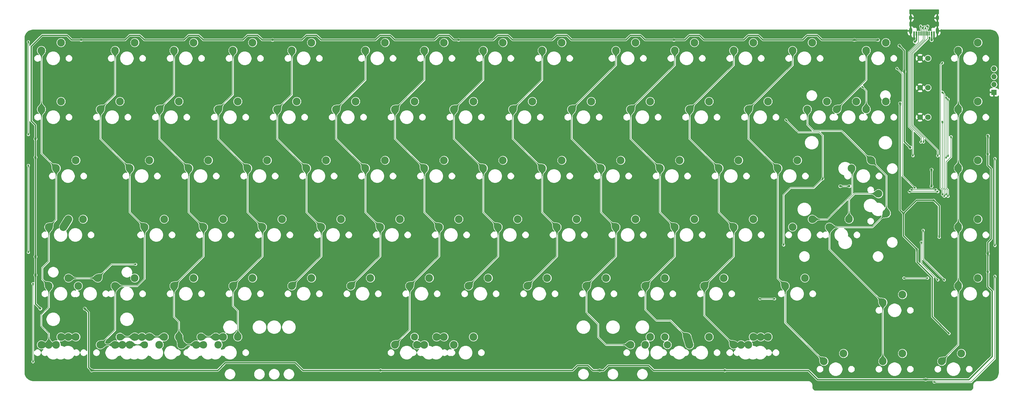
<source format=gbr>
%TF.GenerationSoftware,KiCad,Pcbnew,(5.1.11)-1*%
%TF.CreationDate,2022-09-06T18:14:57+07:00*%
%TF.ProjectId,TX75v2 PCB replacement,54583735-7632-4205-9043-42207265706c,rev?*%
%TF.SameCoordinates,Original*%
%TF.FileFunction,Copper,L1,Top*%
%TF.FilePolarity,Positive*%
%FSLAX46Y46*%
G04 Gerber Fmt 4.6, Leading zero omitted, Abs format (unit mm)*
G04 Created by KiCad (PCBNEW (5.1.11)-1) date 2022-09-06 18:14:57*
%MOMM*%
%LPD*%
G01*
G04 APERTURE LIST*
%TA.AperFunction,ComponentPad*%
%ADD10C,2.500000*%
%TD*%
%TA.AperFunction,ComponentPad*%
%ADD11C,2.400000*%
%TD*%
%TA.AperFunction,ComponentPad*%
%ADD12C,2.300000*%
%TD*%
%TA.AperFunction,ComponentPad*%
%ADD13O,1.700000X1.700000*%
%TD*%
%TA.AperFunction,ComponentPad*%
%ADD14R,1.700000X1.700000*%
%TD*%
%TA.AperFunction,ComponentPad*%
%ADD15C,2.350000*%
%TD*%
%TA.AperFunction,ComponentPad*%
%ADD16C,1.800000*%
%TD*%
%TA.AperFunction,SMDPad,CuDef*%
%ADD17R,0.600000X1.450000*%
%TD*%
%TA.AperFunction,SMDPad,CuDef*%
%ADD18R,0.300000X1.450000*%
%TD*%
%TA.AperFunction,ComponentPad*%
%ADD19O,1.000000X2.100000*%
%TD*%
%TA.AperFunction,ComponentPad*%
%ADD20O,1.000000X1.600000*%
%TD*%
%TA.AperFunction,ViaPad*%
%ADD21C,0.800000*%
%TD*%
%TA.AperFunction,ViaPad*%
%ADD22C,0.600000*%
%TD*%
%TA.AperFunction,Conductor*%
%ADD23C,0.400000*%
%TD*%
%TA.AperFunction,Conductor*%
%ADD24C,0.200000*%
%TD*%
%TA.AperFunction,Conductor*%
%ADD25C,2.000000*%
%TD*%
%TA.AperFunction,Conductor*%
%ADD26C,2.500000*%
%TD*%
%TA.AperFunction,Conductor*%
%ADD27C,0.250000*%
%TD*%
%TA.AperFunction,Conductor*%
%ADD28C,0.100000*%
%TD*%
%TA.AperFunction,Conductor*%
%ADD29C,0.025400*%
%TD*%
G04 APERTURE END LIST*
D10*
%TO.P,MX107,2*%
%TO.N,C3*%
X35854319Y-150289434D03*
D11*
%TO.P,MX107,1*%
%TO.N,Net-(D2-Pad2)*%
X29504319Y-152829434D03*
%TD*%
D10*
%TO.P,MX106,2*%
%TO.N,C2*%
X16804143Y-150289274D03*
%TO.P,MX106,1*%
%TO.N,Net-(D20-Pad2)*%
X10454143Y-152829274D03*
%TD*%
D12*
%TO.P,MX105,2*%
%TO.N,Net-(D14-Pad2)*%
X-2245937Y-150289274D03*
D10*
%TO.P,MX105,1*%
%TO.N,C1*%
X-8595937Y-152829274D03*
%TD*%
%TO.P,MX104,2*%
%TO.N,Net-(D8-Pad2)*%
X-21296017Y-150289274D03*
%TO.P,MX104,1*%
%TO.N,C0*%
X-27646017Y-152829274D03*
%TD*%
%TO.P,MX99,2*%
%TO.N,Net-(D98-Pad2)*%
X275169608Y-74088874D03*
%TO.P,MX99,1*%
%TO.N,C14*%
X268819608Y-76628874D03*
%TD*%
%TO.P,MX100,2*%
%TO.N,Net-(D99-Pad2)*%
X275169608Y-93138874D03*
%TO.P,MX100,1*%
%TO.N,C14*%
X268819608Y-95678874D03*
%TD*%
%TO.P,MX89,2*%
%TO.N,Net-(D71-Pad2)*%
X245403983Y-55038874D03*
%TO.P,MX89,1*%
%TO.N,C13*%
X239053983Y-57578874D03*
%TD*%
D13*
%TO.P,J1,4*%
%TO.N,VCC*%
X280369507Y-63512255D03*
%TO.P,J1,3*%
%TO.N,SWDIO*%
X280369507Y-66052255D03*
%TO.P,J1,2*%
%TO.N,SWCLK*%
X280369507Y-68592255D03*
D14*
%TO.P,J1,1*%
%TO.N,GND*%
X280369507Y-71132255D03*
%TD*%
D10*
%TO.P,MX97,1*%
%TO.N,Net-(D73-Pad2)*%
X243022733Y-103933874D03*
%TO.P,MX97,2*%
%TO.N,C13*%
X245562733Y-110283874D03*
%TD*%
%TO.P,MX92,2*%
%TO.N,Net-(D74-Pad2)*%
X221591483Y-112188874D03*
%TO.P,MX92,1*%
%TO.N,C13*%
X215241483Y-114728874D03*
%TD*%
%TO.P,MX91,2*%
%TO.N,Net-(D72-Pad2)*%
X226353983Y-74088874D03*
%TO.P,MX91,1*%
%TO.N,C13*%
X220003983Y-76628874D03*
%TD*%
%TO.P,MX86,2*%
%TO.N,Net-(D69-Pad2)*%
X245403983Y-74088874D03*
%TO.P,MX86,1*%
%TO.N,C12*%
X239053983Y-76628874D03*
%TD*%
%TO.P,MX93,2*%
%TO.N,Net-(D73-Pad2)*%
X233497733Y-112188874D03*
%TO.P,MX93,1*%
%TO.N,C13*%
X227147733Y-114728874D03*
%TD*%
D12*
%TO.P,MX44,2*%
%TO.N,Net-(D108-Pad2)*%
X93003983Y-150288874D03*
D10*
%TO.P,MX44,1*%
%TO.N,C6*%
X86653983Y-152828874D03*
%TD*%
%TO.P,MX42,2*%
%TO.N,Net-(D108-Pad2)*%
X100147733Y-150288874D03*
%TO.P,MX42,1*%
%TO.N,C6*%
X93797733Y-152828874D03*
%TD*%
%TO.P,MX45,2*%
%TO.N,Net-(D108-Pad2)*%
X112053983Y-150288874D03*
%TO.P,MX45,1*%
%TO.N,C6*%
X105703983Y-152828874D03*
%TD*%
%TO.P,MX43,2*%
%TO.N,Net-(D108-Pad2)*%
X102528983Y-150288874D03*
%TO.P,MX43,1*%
%TO.N,C6*%
X96178983Y-152828874D03*
%TD*%
%TO.P,MX5,2*%
%TO.N,Net-(D6-Pad2)*%
X-18914767Y-112188874D03*
%TO.P,MX5,1*%
%TO.N,C0*%
X-25264767Y-114728874D03*
%TD*%
%TO.P,MX95,1*%
%TO.N,C13*%
X244411796Y-158186687D03*
%TO.P,MX95,2*%
%TO.N,Net-(D106-Pad2)*%
X250761796Y-155646687D03*
%TD*%
%TO.P,MX88,1*%
%TO.N,C12*%
X225361796Y-158186687D03*
%TO.P,MX88,2*%
%TO.N,Net-(D105-Pad2)*%
X231711796Y-155646687D03*
%TD*%
%TO.P,MX80,1*%
%TO.N,C11*%
X198572733Y-152828874D03*
%TO.P,MX80,2*%
%TO.N,Net-(D104-Pad2)*%
X204922733Y-150288874D03*
%TD*%
%TO.P,MX81,2*%
%TO.N,Net-(D104-Pad2)*%
X202541483Y-150288874D03*
%TO.P,MX81,1*%
%TO.N,C11*%
X196191483Y-152828874D03*
%TD*%
%TO.P,MX73,2*%
%TO.N,C10*%
X181110233Y-150288874D03*
D15*
%TO.P,MX73,1*%
%TO.N,Net-(D103-Pad2)*%
X174760233Y-152828874D03*
%TD*%
D10*
%TO.P,MX67,1*%
%TO.N,C9*%
X167617047Y-152828874D03*
D15*
%TO.P,MX67,2*%
%TO.N,Net-(D102-Pad2)*%
X173967047Y-150288874D03*
%TD*%
D10*
%TO.P,MX82,2*%
%TO.N,Net-(D104-Pad2)*%
X207303983Y-150288874D03*
%TO.P,MX82,1*%
%TO.N,C11*%
X200953983Y-152828874D03*
%TD*%
%TO.P,MX74,2*%
%TO.N,Net-(D103-Pad2)*%
X188253983Y-150288874D03*
%TO.P,MX74,1*%
%TO.N,C10*%
X181903983Y-152828874D03*
%TD*%
%TO.P,MX66,2*%
%TO.N,Net-(D102-Pad2)*%
X169203983Y-150288874D03*
%TO.P,MX66,1*%
%TO.N,C9*%
X162853983Y-152828874D03*
%TD*%
%TO.P,MX26,2*%
%TO.N,Net-(D20-Pad2)*%
X31091483Y-150288874D03*
D11*
%TO.P,MX26,1*%
%TO.N,C2*%
X24741483Y-152828874D03*
%TD*%
%TO.P,MX25,2*%
%TO.N,Net-(D20-Pad2)*%
X28710233Y-150288874D03*
D10*
%TO.P,MX25,1*%
%TO.N,C2*%
X22360233Y-152828874D03*
%TD*%
D11*
%TO.P,MX24,2*%
%TO.N,Net-(D20-Pad2)*%
X23947733Y-150288874D03*
D10*
%TO.P,MX24,1*%
%TO.N,C2*%
X17597733Y-152828874D03*
%TD*%
D12*
%TO.P,MX18,1*%
%TO.N,C1*%
X5691483Y-152828874D03*
D10*
%TO.P,MX18,2*%
%TO.N,Net-(D14-Pad2)*%
X12041483Y-150288874D03*
%TD*%
%TO.P,MX17,1*%
%TO.N,C1*%
X928983Y-152828874D03*
%TO.P,MX17,2*%
%TO.N,Net-(D14-Pad2)*%
X7278983Y-150288874D03*
%TD*%
%TO.P,MX16,2*%
%TO.N,Net-(D14-Pad2)*%
X2516483Y-150288874D03*
%TO.P,MX16,1*%
%TO.N,C1*%
X-3833517Y-152828874D03*
%TD*%
%TO.P,MX15,2*%
%TO.N,Net-(D14-Pad2)*%
X4897733Y-150288874D03*
%TO.P,MX15,1*%
%TO.N,C1*%
X-1452267Y-152828874D03*
%TD*%
%TO.P,MX9,1*%
%TO.N,C0*%
X-22883517Y-152828874D03*
%TO.P,MX9,2*%
%TO.N,Net-(D8-Pad2)*%
X-16533517Y-150288874D03*
%TD*%
%TO.P,MX8,2*%
%TO.N,Net-(D8-Pad2)*%
X-18914767Y-150288874D03*
%TO.P,MX8,1*%
%TO.N,C0*%
X-25264767Y-152828874D03*
%TD*%
D16*
%TO.P,D88,2*%
%TO.N,Net-(D88-Pad2)*%
X259016796Y-79168874D03*
%TO.P,D88,1*%
%TO.N,GND*%
X256476796Y-79168874D03*
%TD*%
%TO.P,D87,2*%
%TO.N,Net-(D87-Pad2)*%
X259016796Y-69643874D03*
%TO.P,D87,1*%
%TO.N,GND*%
X256476796Y-69643874D03*
%TD*%
%TO.P,D86,2*%
%TO.N,Net-(D86-Pad2)*%
X259016796Y-60118874D03*
%TO.P,D86,1*%
%TO.N,GND*%
X256476796Y-60118874D03*
%TD*%
D10*
%TO.P,MX7,2*%
%TO.N,Net-(D7-Pad2)*%
X-18914767Y-131238874D03*
%TO.P,MX7,1*%
%TO.N,C0*%
X-25264767Y-133778874D03*
%TD*%
%TO.P,MX14,2*%
%TO.N,Net-(D13-Pad2)*%
X2516483Y-131238874D03*
%TO.P,MX14,1*%
%TO.N,C1*%
X-3833517Y-133778874D03*
%TD*%
%TO.P,MX87,2*%
%TO.N,Net-(D70-Pad2)*%
X219210233Y-131238874D03*
%TO.P,MX87,1*%
%TO.N,C12*%
X212860233Y-133778874D03*
%TD*%
%TO.P,MX94,2*%
%TO.N,Net-(D75-Pad2)*%
X250761796Y-136596687D03*
%TO.P,MX94,1*%
%TO.N,C13*%
X244411796Y-139136687D03*
%TD*%
%TO.P,MX79,2*%
%TO.N,Net-(D65-Pad2)*%
X193016483Y-131238874D03*
%TO.P,MX79,1*%
%TO.N,C11*%
X186666483Y-133778874D03*
%TD*%
%TO.P,MX72,2*%
%TO.N,Net-(D60-Pad2)*%
X173966483Y-131238874D03*
%TO.P,MX72,1*%
%TO.N,C10*%
X167616483Y-133778874D03*
%TD*%
%TO.P,MX65,2*%
%TO.N,Net-(D55-Pad2)*%
X154916483Y-131238874D03*
%TO.P,MX65,1*%
%TO.N,C9*%
X148566483Y-133778874D03*
%TD*%
%TO.P,MX60,2*%
%TO.N,Net-(D50-Pad2)*%
X135866483Y-131238874D03*
%TO.P,MX60,1*%
%TO.N,C8*%
X129516483Y-133778874D03*
%TD*%
%TO.P,MX55,2*%
%TO.N,Net-(D45-Pad2)*%
X116816483Y-131238874D03*
%TO.P,MX55,1*%
%TO.N,C7*%
X110466483Y-133778874D03*
%TD*%
%TO.P,MX50,2*%
%TO.N,Net-(D40-Pad2)*%
X97766483Y-131238874D03*
%TO.P,MX50,1*%
%TO.N,C6*%
X91416483Y-133778874D03*
%TD*%
%TO.P,MX41,2*%
%TO.N,Net-(D35-Pad2)*%
X78716483Y-131238874D03*
%TO.P,MX41,1*%
%TO.N,C5*%
X72366483Y-133778874D03*
%TD*%
%TO.P,MX36,2*%
%TO.N,Net-(D30-Pad2)*%
X59666483Y-131238874D03*
%TO.P,MX36,1*%
%TO.N,C4*%
X53316483Y-133778874D03*
%TD*%
%TO.P,MX31,2*%
%TO.N,Net-(D25-Pad2)*%
X40616483Y-131238874D03*
%TO.P,MX31,1*%
%TO.N,C3*%
X34266483Y-133778874D03*
%TD*%
%TO.P,MX23,2*%
%TO.N,Net-(D19-Pad2)*%
X21566483Y-131238874D03*
%TO.P,MX23,1*%
%TO.N,C2*%
X15216483Y-133778874D03*
%TD*%
%TO.P,MX6,2*%
%TO.N,Net-(D7-Pad2)*%
X-9389767Y-131238874D03*
%TO.P,MX6,1*%
%TO.N,C0*%
X-15739767Y-133778874D03*
%TD*%
%TO.P,MX78,2*%
%TO.N,Net-(D64-Pad2)*%
X202541483Y-112188874D03*
%TO.P,MX78,1*%
%TO.N,C11*%
X196191483Y-114728874D03*
%TD*%
%TO.P,MX71,2*%
%TO.N,Net-(D59-Pad2)*%
X183491483Y-112188874D03*
%TO.P,MX71,1*%
%TO.N,C10*%
X177141483Y-114728874D03*
%TD*%
%TO.P,MX64,2*%
%TO.N,Net-(D54-Pad2)*%
X164441483Y-112188874D03*
%TO.P,MX64,1*%
%TO.N,C9*%
X158091483Y-114728874D03*
%TD*%
%TO.P,MX59,2*%
%TO.N,Net-(D49-Pad2)*%
X145391483Y-112188874D03*
%TO.P,MX59,1*%
%TO.N,C8*%
X139041483Y-114728874D03*
%TD*%
%TO.P,MX54,2*%
%TO.N,Net-(D44-Pad2)*%
X126341483Y-112188874D03*
%TO.P,MX54,1*%
%TO.N,C7*%
X119991483Y-114728874D03*
%TD*%
%TO.P,MX49,2*%
%TO.N,Net-(D39-Pad2)*%
X107291483Y-112188874D03*
%TO.P,MX49,1*%
%TO.N,C6*%
X100941483Y-114728874D03*
%TD*%
%TO.P,MX40,2*%
%TO.N,Net-(D34-Pad2)*%
X88241483Y-112188874D03*
%TO.P,MX40,1*%
%TO.N,C5*%
X81891483Y-114728874D03*
%TD*%
%TO.P,MX35,2*%
%TO.N,Net-(D29-Pad2)*%
X69191483Y-112188874D03*
%TO.P,MX35,1*%
%TO.N,C4*%
X62841483Y-114728874D03*
%TD*%
%TO.P,MX30,2*%
%TO.N,Net-(D24-Pad2)*%
X50141483Y-112188874D03*
%TO.P,MX30,1*%
%TO.N,C3*%
X43791483Y-114728874D03*
%TD*%
%TO.P,MX22,2*%
%TO.N,Net-(D18-Pad2)*%
X31091483Y-112188874D03*
%TO.P,MX22,1*%
%TO.N,C2*%
X24741483Y-114728874D03*
%TD*%
%TO.P,MX13,2*%
%TO.N,Net-(D12-Pad2)*%
X12041483Y-112188874D03*
%TO.P,MX13,1*%
%TO.N,C1*%
X5691483Y-114728874D03*
%TD*%
%TO.P,MX4,2*%
%TO.N,C0*%
X-14152267Y-112188874D03*
%TO.P,MX4,1*%
%TO.N,Net-(D6-Pad2)*%
X-20502267Y-114728874D03*
%TD*%
%TO.P,MX85,2*%
%TO.N,Net-(D68-Pad2)*%
X216828983Y-93138874D03*
%TO.P,MX85,1*%
%TO.N,C12*%
X210478983Y-95678874D03*
%TD*%
%TO.P,MX77,2*%
%TO.N,Net-(D63-Pad2)*%
X197778983Y-93138874D03*
%TO.P,MX77,1*%
%TO.N,C11*%
X191428983Y-95678874D03*
%TD*%
%TO.P,MX70,2*%
%TO.N,Net-(D58-Pad2)*%
X178728983Y-93138874D03*
%TO.P,MX70,1*%
%TO.N,C10*%
X172378983Y-95678874D03*
%TD*%
%TO.P,MX63,2*%
%TO.N,Net-(D53-Pad2)*%
X159678983Y-93138874D03*
%TO.P,MX63,1*%
%TO.N,C9*%
X153328983Y-95678874D03*
%TD*%
%TO.P,MX58,2*%
%TO.N,Net-(D48-Pad2)*%
X140628983Y-93138874D03*
%TO.P,MX58,1*%
%TO.N,C8*%
X134278983Y-95678874D03*
%TD*%
%TO.P,MX53,2*%
%TO.N,Net-(D43-Pad2)*%
X121578983Y-93138874D03*
%TO.P,MX53,1*%
%TO.N,C7*%
X115228983Y-95678874D03*
%TD*%
%TO.P,MX48,2*%
%TO.N,Net-(D38-Pad2)*%
X102528983Y-93138874D03*
%TO.P,MX48,1*%
%TO.N,C6*%
X96178983Y-95678874D03*
%TD*%
%TO.P,MX39,2*%
%TO.N,Net-(D33-Pad2)*%
X83478983Y-93138874D03*
%TO.P,MX39,1*%
%TO.N,C5*%
X77128983Y-95678874D03*
%TD*%
%TO.P,MX96,2*%
%TO.N,C13*%
X240641483Y-93138874D03*
%TO.P,MX96,1*%
%TO.N,Net-(D74-Pad2)*%
X234291483Y-95678874D03*
%TD*%
%TO.P,MX34,2*%
%TO.N,Net-(D28-Pad2)*%
X64428983Y-93138874D03*
%TO.P,MX34,1*%
%TO.N,C4*%
X58078983Y-95678874D03*
%TD*%
%TO.P,MX29,2*%
%TO.N,Net-(D23-Pad2)*%
X45378983Y-93138874D03*
%TO.P,MX29,1*%
%TO.N,C3*%
X39028983Y-95678874D03*
%TD*%
%TO.P,MX21,2*%
%TO.N,Net-(D17-Pad2)*%
X26328983Y-93138874D03*
%TO.P,MX21,1*%
%TO.N,C2*%
X19978983Y-95678874D03*
%TD*%
%TO.P,MX12,2*%
%TO.N,Net-(D11-Pad2)*%
X7278983Y-93138874D03*
%TO.P,MX12,1*%
%TO.N,C1*%
X928983Y-95678874D03*
%TD*%
%TO.P,MX3,2*%
%TO.N,Net-(D5-Pad2)*%
X-16533517Y-93138874D03*
%TO.P,MX3,1*%
%TO.N,C0*%
X-22883517Y-95678874D03*
%TD*%
%TO.P,MX90,2*%
%TO.N,Net-(D72-Pad2)*%
X235878983Y-74088874D03*
%TO.P,MX90,1*%
%TO.N,C13*%
X229528983Y-76628874D03*
%TD*%
D17*
%TO.P,USB1,12*%
%TO.N,GND*%
X254521796Y-52145124D03*
%TO.P,USB1,1*%
X260971796Y-52145124D03*
%TO.P,USB1,11*%
%TO.N,Net-(F1-Pad2)*%
X255296796Y-52145124D03*
%TO.P,USB1,2*%
X260196796Y-52145124D03*
D18*
%TO.P,USB1,3*%
%TO.N,Net-(USB1-Pad3)*%
X259496796Y-52145124D03*
%TO.P,USB1,10*%
%TO.N,Net-(R5-Pad2)*%
X255996796Y-52145124D03*
%TO.P,USB1,4*%
%TO.N,Net-(R4-Pad2)*%
X258996796Y-52145124D03*
%TO.P,USB1,9*%
%TO.N,Net-(USB1-Pad9)*%
X256496796Y-52145124D03*
%TO.P,USB1,5*%
%TO.N,/R+*%
X258496796Y-52145124D03*
%TO.P,USB1,8*%
%TO.N,/R-*%
X256996796Y-52145124D03*
%TO.P,USB1,7*%
%TO.N,/R+*%
X257496796Y-52145124D03*
%TO.P,USB1,6*%
%TO.N,/R-*%
X257996796Y-52145124D03*
D19*
%TO.P,USB1,13*%
%TO.N,GND*%
X262066796Y-51230124D03*
X253426796Y-51230124D03*
D20*
X262066796Y-47050124D03*
X253426796Y-47050124D03*
%TD*%
D10*
%TO.P,MX103,1*%
%TO.N,C14*%
X263461796Y-158186687D03*
%TO.P,MX103,2*%
%TO.N,Net-(D107-Pad2)*%
X269811796Y-155646687D03*
%TD*%
%TO.P,MX102,1*%
%TO.N,C14*%
X268819608Y-133778874D03*
%TO.P,MX102,2*%
%TO.N,Net-(D101-Pad2)*%
X275169608Y-131238874D03*
%TD*%
%TO.P,MX101,2*%
%TO.N,Net-(D100-Pad2)*%
X275169608Y-112188874D03*
%TO.P,MX101,1*%
%TO.N,C14*%
X268819608Y-114728874D03*
%TD*%
%TO.P,MX84,2*%
%TO.N,Net-(D67-Pad2)*%
X207303983Y-74088874D03*
%TO.P,MX84,1*%
%TO.N,C12*%
X200953983Y-76628874D03*
%TD*%
%TO.P,MX76,2*%
%TO.N,Net-(D62-Pad2)*%
X188253983Y-74088874D03*
%TO.P,MX76,1*%
%TO.N,C11*%
X181903983Y-76628874D03*
%TD*%
%TO.P,MX69,2*%
%TO.N,Net-(D57-Pad2)*%
X169203983Y-74088874D03*
%TO.P,MX69,1*%
%TO.N,C10*%
X162853983Y-76628874D03*
%TD*%
%TO.P,MX62,2*%
%TO.N,Net-(D52-Pad2)*%
X150153983Y-74088874D03*
%TO.P,MX62,1*%
%TO.N,C9*%
X143803983Y-76628874D03*
%TD*%
%TO.P,MX57,2*%
%TO.N,Net-(D47-Pad2)*%
X131103983Y-74088874D03*
%TO.P,MX57,1*%
%TO.N,C8*%
X124753983Y-76628874D03*
%TD*%
%TO.P,MX52,2*%
%TO.N,Net-(D42-Pad2)*%
X112053983Y-74088874D03*
%TO.P,MX52,1*%
%TO.N,C7*%
X105703983Y-76628874D03*
%TD*%
%TO.P,MX47,2*%
%TO.N,Net-(D37-Pad2)*%
X93003983Y-74088874D03*
%TO.P,MX47,1*%
%TO.N,C6*%
X86653983Y-76628874D03*
%TD*%
%TO.P,MX38,2*%
%TO.N,Net-(D32-Pad2)*%
X73953983Y-74088874D03*
%TO.P,MX38,1*%
%TO.N,C5*%
X67603983Y-76628874D03*
%TD*%
%TO.P,MX33,2*%
%TO.N,Net-(D27-Pad2)*%
X54903983Y-74088874D03*
%TO.P,MX33,1*%
%TO.N,C4*%
X48553983Y-76628874D03*
%TD*%
%TO.P,MX28,2*%
%TO.N,Net-(D22-Pad2)*%
X35853983Y-74088874D03*
%TO.P,MX28,1*%
%TO.N,C3*%
X29503983Y-76628874D03*
%TD*%
%TO.P,MX20,2*%
%TO.N,Net-(D16-Pad2)*%
X16803983Y-74088874D03*
%TO.P,MX20,1*%
%TO.N,C2*%
X10453983Y-76628874D03*
%TD*%
%TO.P,MX11,2*%
%TO.N,Net-(D10-Pad2)*%
X-2246017Y-74088874D03*
%TO.P,MX11,1*%
%TO.N,C1*%
X-8596017Y-76628874D03*
%TD*%
%TO.P,MX2,2*%
%TO.N,Net-(D4-Pad2)*%
X-21296017Y-74088874D03*
%TO.P,MX2,1*%
%TO.N,C0*%
X-27646017Y-76628874D03*
%TD*%
%TO.P,MX98,1*%
%TO.N,C14*%
X268819608Y-57578874D03*
%TO.P,MX98,2*%
%TO.N,Net-(D97-Pad2)*%
X275169608Y-55038874D03*
%TD*%
%TO.P,MX83,2*%
%TO.N,Net-(D66-Pad2)*%
X221591483Y-55038874D03*
%TO.P,MX83,1*%
%TO.N,C12*%
X215241483Y-57578874D03*
%TD*%
%TO.P,MX75,2*%
%TO.N,Net-(D61-Pad2)*%
X202541483Y-55038874D03*
%TO.P,MX75,1*%
%TO.N,C11*%
X196191483Y-57578874D03*
%TD*%
%TO.P,MX68,2*%
%TO.N,Net-(D56-Pad2)*%
X183491483Y-55038874D03*
%TO.P,MX68,1*%
%TO.N,C10*%
X177141483Y-57578874D03*
%TD*%
%TO.P,MX61,2*%
%TO.N,Net-(D51-Pad2)*%
X164441483Y-55038874D03*
%TO.P,MX61,1*%
%TO.N,C9*%
X158091483Y-57578874D03*
%TD*%
%TO.P,MX56,2*%
%TO.N,Net-(D46-Pad2)*%
X140628983Y-55038874D03*
%TO.P,MX56,1*%
%TO.N,C8*%
X134278983Y-57578874D03*
%TD*%
%TO.P,MX51,2*%
%TO.N,Net-(D41-Pad2)*%
X121578983Y-55038874D03*
%TO.P,MX51,1*%
%TO.N,C7*%
X115228983Y-57578874D03*
%TD*%
%TO.P,MX46,2*%
%TO.N,Net-(D36-Pad2)*%
X102528983Y-55038874D03*
%TO.P,MX46,1*%
%TO.N,C6*%
X96178983Y-57578874D03*
%TD*%
%TO.P,MX37,2*%
%TO.N,Net-(D31-Pad2)*%
X83478983Y-55038874D03*
%TO.P,MX37,1*%
%TO.N,C5*%
X77128983Y-57578874D03*
%TD*%
%TO.P,MX32,2*%
%TO.N,Net-(D26-Pad2)*%
X59666483Y-55038874D03*
%TO.P,MX32,1*%
%TO.N,C4*%
X53316483Y-57578874D03*
%TD*%
%TO.P,MX27,2*%
%TO.N,Net-(D21-Pad2)*%
X40616483Y-55038874D03*
%TO.P,MX27,1*%
%TO.N,C3*%
X34266483Y-57578874D03*
%TD*%
%TO.P,MX19,2*%
%TO.N,Net-(D15-Pad2)*%
X21566483Y-55038874D03*
%TO.P,MX19,1*%
%TO.N,C2*%
X15216483Y-57578874D03*
%TD*%
%TO.P,MX10,2*%
%TO.N,Net-(D9-Pad2)*%
X2516483Y-55038874D03*
%TO.P,MX10,1*%
%TO.N,C1*%
X-3833517Y-57578874D03*
%TD*%
%TO.P,MX1,2*%
%TO.N,Net-(D3-Pad2)*%
X-21296017Y-55038874D03*
%TO.P,MX1,1*%
%TO.N,C0*%
X-27646017Y-57578874D03*
%TD*%
D21*
%TO.N,+5V*%
X-29586907Y-86217283D03*
X-29586907Y-92170423D03*
X-29586907Y-124317379D03*
X82034112Y-161120504D03*
X152876478Y-161120504D03*
X193357830Y-161120504D03*
X278381067Y-85217293D03*
X278381067Y-91170433D03*
X278381067Y-129270529D03*
X47108827Y-54165806D03*
X-14803829Y-54165806D03*
X107235541Y-54165806D03*
X176887279Y-54165806D03*
X249799123Y-56040033D03*
X251358495Y-64424429D03*
X253282722Y-88991675D03*
X242864727Y-54165806D03*
X235228051Y-54165806D03*
X278381067Y-123317389D03*
X258247056Y-164097073D03*
X-11430186Y-161120504D03*
X-29586907Y-130270519D03*
X-13636017Y-141118874D03*
X-28036017Y-141118874D03*
D22*
%TO.N,GND*%
X262640483Y-119018874D03*
X258342891Y-121436288D03*
X259533519Y-125305829D03*
X256259292Y-125305829D03*
X225898278Y-141974621D03*
X238102215Y-141974621D03*
X225898278Y-148225418D03*
X238102215Y-148225418D03*
X252687408Y-148225418D03*
%TO.N,Net-(R4-Pad2)*%
X262152263Y-91694018D03*
%TO.N,Net-(D79-Pad1)*%
X-31872684Y-94784583D03*
X-31872684Y-122924573D03*
%TO.N,Net-(R9-Pad2)*%
X265496031Y-104770698D03*
X266485983Y-85518874D03*
D21*
%TO.N,VCC*%
X250008495Y-74704139D03*
D22*
X251083809Y-110319048D03*
X260869983Y-106053403D03*
X262647983Y-118058874D03*
X255461635Y-121936288D03*
X265848374Y-149182447D03*
D21*
X260152263Y-96152263D03*
X260152263Y-101522737D03*
D22*
%TO.N,Net-(D7-Pad2)*%
X2817108Y-126793874D03*
%TO.N,Net-(D82-Pad3)*%
X280667164Y-92563559D03*
X280667164Y-120703549D03*
%TO.N,Net-(R5-Pad2)*%
X254152263Y-91647158D03*
%TO.N,SWCLK*%
X265496797Y-91821439D03*
X265496797Y-73367988D03*
%TO.N,SWDIO*%
X264896797Y-72793474D03*
X264896797Y-92351474D03*
%TO.N,/R-*%
X257577263Y-87220674D03*
X256667296Y-49704874D03*
X258254796Y-50304874D03*
%TO.N,/R+*%
X256727263Y-87220674D03*
X257267296Y-50304874D03*
X258953296Y-49704874D03*
%TO.N,C12*%
X237804558Y-69346313D03*
%TO.N,Net-(D99-Pad2)*%
X261617118Y-102679211D03*
X253585065Y-102679211D03*
%TO.N,Net-(D100-Pad2)*%
X262212432Y-103279211D03*
X252985065Y-103279211D03*
%TO.N,Net-(D101-Pad2)*%
X251219218Y-131238874D03*
X258918110Y-131238874D03*
%TO.N,indicator1*%
X263696796Y-61603311D03*
X263696031Y-104231770D03*
%TO.N,indicator3*%
X263696796Y-71128335D03*
X264896031Y-104234244D03*
%TO.N,indicator2*%
X263696796Y-80653359D03*
X264296031Y-104767496D03*
%TO.N,R0*%
X254785066Y-102079211D03*
X248979582Y-63393173D03*
D21*
%TO.N,R2*%
X230660790Y-101493269D03*
X233591483Y-101493269D03*
D22*
%TO.N,R3*%
X212341998Y-120543317D03*
X225005307Y-99112013D03*
X213099027Y-80061965D03*
%TO.N,R4*%
X204628425Y-137968874D03*
X209390937Y-137968874D03*
D21*
%TO.N,Net-(F1-Pad2)*%
X260196796Y-54233770D03*
X254771006Y-54761120D03*
D22*
%TO.N,NRST*%
X256854606Y-119650346D03*
X262212432Y-131838874D03*
%TO.N,Boot0*%
X257454606Y-115780805D03*
X264296031Y-131838874D03*
%TO.N,RGB3*%
X-31872684Y-84824477D03*
X-31872684Y-54761120D03*
%TO.N,RGB2*%
X-30384436Y-133044874D03*
X-30384436Y-158345719D03*
%TO.N,RGB1*%
X280667164Y-130663655D03*
X261021804Y-164894209D03*
%TD*%
D23*
%TO.N,+5V*%
X251358495Y-57599405D02*
X249799123Y-56040033D01*
X251358495Y-64424429D02*
X251358495Y-57599405D01*
X251358495Y-87067448D02*
X253282722Y-88991675D01*
X251358495Y-64424429D02*
X251358495Y-87067448D01*
X235228051Y-54165806D02*
X242864727Y-54165806D01*
X278381067Y-85217293D02*
X278381067Y-94742317D01*
X278381067Y-119704016D02*
X278381067Y-123317389D01*
X279476536Y-118608547D02*
X278381067Y-119704016D01*
X279476536Y-95837786D02*
X279476536Y-118608547D01*
X278381067Y-94742317D02*
X279476536Y-95837786D01*
X-29586907Y-124317379D02*
X-29586907Y-130270519D01*
X54447846Y-158643413D02*
X56924937Y-161120504D01*
X56924937Y-161120504D02*
X144095596Y-161120504D01*
X29348823Y-161120504D02*
X31825914Y-158643413D01*
X31825914Y-158643413D02*
X54447846Y-158643413D01*
X-11430186Y-161120504D02*
X29348823Y-161120504D01*
X150686892Y-161120504D02*
X152876478Y-161120504D01*
X149102772Y-159536384D02*
X150686892Y-161120504D01*
X145679716Y-159536384D02*
X149102772Y-159536384D01*
X144095596Y-161120504D02*
X145679716Y-159536384D01*
X870090Y-52677521D02*
X-618195Y-54165806D01*
X4144317Y-52677521D02*
X870090Y-52677521D01*
X5632602Y-54165806D02*
X4144317Y-52677521D01*
X18431805Y-54165806D02*
X5632602Y-54165806D01*
X19920090Y-52677521D02*
X18431805Y-54165806D01*
X23194317Y-52677521D02*
X19920090Y-52677521D01*
X24682602Y-54165806D02*
X23194317Y-52677521D01*
X37481805Y-54165806D02*
X24682602Y-54165806D01*
X42244317Y-52677521D02*
X38970090Y-52677521D01*
X43732602Y-54165806D02*
X42244317Y-52677521D01*
X56531853Y-54165806D02*
X43732602Y-54165806D01*
X38970090Y-52677521D02*
X37481805Y-54165806D01*
X58020138Y-52677521D02*
X56531853Y-54165806D01*
X61294365Y-52677521D02*
X58020138Y-52677521D01*
X62782650Y-54165806D02*
X61294365Y-52677521D01*
X81832590Y-52677521D02*
X80344305Y-54165806D01*
X85106817Y-52677521D02*
X81832590Y-52677521D01*
X86595102Y-54165806D02*
X85106817Y-52677521D01*
X181845090Y-52677521D02*
X180356805Y-54165806D01*
X161306805Y-54165806D02*
X143745150Y-54165806D01*
X186607602Y-54165806D02*
X185119317Y-52677521D01*
X180356805Y-54165806D02*
X167557602Y-54165806D01*
X-618195Y-54165806D02*
X-17882805Y-54165806D01*
X199406805Y-54165806D02*
X186607602Y-54165806D01*
X104156817Y-52677521D02*
X100882590Y-52677521D01*
X200895090Y-52677521D02*
X199406805Y-54165806D01*
X204169317Y-52677521D02*
X200895090Y-52677521D01*
X205657602Y-54165806D02*
X204169317Y-52677521D01*
X219945138Y-52677521D02*
X218456853Y-54165806D01*
X162795090Y-52677521D02*
X161306805Y-54165806D01*
X185119317Y-52677521D02*
X181845090Y-52677521D01*
X223219365Y-52677521D02*
X219945138Y-52677521D01*
X218456853Y-54165806D02*
X205657602Y-54165806D01*
X166069317Y-52677521D02*
X162795090Y-52677521D01*
X224707650Y-54165806D02*
X223219365Y-52677521D01*
X235228051Y-54165806D02*
X224707650Y-54165806D01*
X99394305Y-54165806D02*
X86595102Y-54165806D01*
X167557602Y-54165806D02*
X166069317Y-52677521D01*
X143745150Y-54165806D02*
X142256865Y-52677521D01*
X142256865Y-52677521D02*
X138982638Y-52677521D01*
X124695102Y-54165806D02*
X123206817Y-52677521D01*
X80344305Y-54165806D02*
X62782650Y-54165806D01*
X138982638Y-52677521D02*
X137494353Y-54165806D01*
X137494353Y-54165806D02*
X124695102Y-54165806D01*
X123206817Y-52677521D02*
X119932590Y-52677521D01*
X119932590Y-52677521D02*
X118444305Y-54165806D01*
X118444305Y-54165806D02*
X105645102Y-54165806D01*
X105645102Y-54165806D02*
X104156817Y-52677521D01*
X100882590Y-52677521D02*
X99394305Y-54165806D01*
X-29586907Y-81752428D02*
X-29586907Y-124317379D01*
X-29586907Y-92170423D02*
X-29586907Y-124317379D01*
X-29586907Y-81752428D02*
X-29586907Y-86217283D01*
X-30979713Y-80359622D02*
X-29586907Y-81752428D01*
X-30979713Y-56249405D02*
X-30979713Y-80359622D01*
X-27407829Y-52677521D02*
X-30979713Y-56249405D01*
X-19371090Y-52677521D02*
X-27407829Y-52677521D01*
X-17882805Y-54165806D02*
X-19371090Y-52677521D01*
X278381067Y-134033041D02*
X278381067Y-123317389D01*
X279774193Y-135426167D02*
X278381067Y-134033041D01*
X279774193Y-156559814D02*
X279774193Y-135426167D01*
X272236934Y-164097073D02*
X279774193Y-156559814D01*
X258247056Y-164097073D02*
X272236934Y-164097073D01*
X223315200Y-164097073D02*
X258247056Y-164097073D01*
X220338631Y-161120504D02*
X223315200Y-164097073D01*
X168748134Y-159536384D02*
X170332254Y-161120504D01*
X155651226Y-159536384D02*
X168748134Y-159536384D01*
X170332254Y-161120504D02*
X220338631Y-161120504D01*
X154067106Y-161120504D02*
X155651226Y-159536384D01*
X152876478Y-161120504D02*
X154067106Y-161120504D01*
X-12436017Y-160114673D02*
X-11430186Y-161120504D01*
X-12436017Y-148918874D02*
X-12436017Y-160114673D01*
X-12436017Y-142318874D02*
X-13636017Y-141118874D01*
X-12436017Y-148918874D02*
X-12436017Y-142318874D01*
X-29586907Y-139567984D02*
X-28036017Y-141118874D01*
X-29586907Y-130270519D02*
X-29586907Y-139567984D01*
D24*
%TO.N,Net-(R4-Pad2)*%
X258996796Y-53702661D02*
X258996796Y-52145124D01*
X254082744Y-81784570D02*
X254082744Y-58616713D01*
X254082744Y-58616713D02*
X258996796Y-53702661D01*
X262152263Y-89854089D02*
X254082744Y-81784570D01*
X262152263Y-91694018D02*
X262152263Y-89854089D01*
%TO.N,Net-(D73-Pad2)*%
X233497733Y-112188874D02*
X233497733Y-105769874D01*
X235333733Y-103933874D02*
X243022733Y-103933874D01*
X233497733Y-105769874D02*
X235333733Y-103933874D01*
%TO.N,Net-(D74-Pad2)*%
X226513035Y-112188874D02*
X234521634Y-104180275D01*
X234521634Y-104180275D02*
X234521634Y-95678874D01*
X221591483Y-112188874D02*
X226513035Y-112188874D01*
%TO.N,C0*%
X-27646017Y-57578874D02*
X-27646017Y-76628874D01*
X-27646017Y-90916374D02*
X-22883517Y-95678874D01*
X-27646017Y-76628874D02*
X-27646017Y-90916374D01*
X-25264767Y-149177852D02*
X-25264767Y-152828874D01*
X-27705486Y-146737133D02*
X-25264767Y-149177852D01*
X-27705486Y-143165249D02*
X-27705486Y-146737133D01*
X-25264767Y-140724530D02*
X-27705486Y-143165249D01*
X-25264767Y-133778874D02*
X-25264767Y-140724530D01*
X-22883517Y-112347624D02*
X-25264767Y-114728874D01*
X-22883517Y-95678874D02*
X-22883517Y-112347624D01*
X-25264767Y-114728874D02*
X-25264767Y-125841680D01*
X-25264767Y-125841680D02*
X-27407829Y-127984742D01*
X-27407829Y-131635812D02*
X-25264767Y-133778874D01*
X-27407829Y-127984742D02*
X-27407829Y-131635812D01*
D23*
X-22883917Y-152829274D02*
X-22883517Y-152828874D01*
X-27646017Y-152829274D02*
X-22883917Y-152829274D01*
D24*
%TO.N,C1*%
X-3833517Y-71866374D02*
X-8596017Y-76628874D01*
X-3833517Y-57578874D02*
X-3833517Y-71866374D01*
X-8596017Y-86153874D02*
X928983Y-95678874D01*
X-8596017Y-76628874D02*
X-8596017Y-86153874D01*
X928983Y-109966374D02*
X5691483Y-114728874D01*
X928983Y-95678874D02*
X928983Y-109966374D01*
X-3833517Y-133778874D02*
X3409850Y-133778874D01*
X5691483Y-131497241D02*
X5691483Y-114728874D01*
X3409850Y-133778874D02*
X5691483Y-131497241D01*
X5691483Y-152828874D02*
X928983Y-152828874D01*
X-3833917Y-152829274D02*
X-3833517Y-152828874D01*
X-8595937Y-152829274D02*
X-3833917Y-152829274D01*
X-3833517Y-148066854D02*
X-8595937Y-152829274D01*
X-3833517Y-133778874D02*
X-3833517Y-148066854D01*
D23*
X-3833517Y-152828874D02*
X928983Y-152828874D01*
D24*
%TO.N,C2*%
X15216483Y-71866374D02*
X10453983Y-76628874D01*
X15216483Y-57578874D02*
X15216483Y-71866374D01*
X10453983Y-86153874D02*
X19978983Y-95678874D01*
X10453983Y-76628874D02*
X10453983Y-86153874D01*
X19978983Y-109966374D02*
X24741483Y-114728874D01*
X19978983Y-95678874D02*
X19978983Y-109966374D01*
X24741483Y-124253874D02*
X15216483Y-133778874D01*
X24741483Y-114728874D02*
X24741483Y-124253874D01*
X17597733Y-152828874D02*
X22360233Y-152828874D01*
X15216483Y-133778874D02*
X15216483Y-143819999D01*
X16804143Y-145407659D02*
X16804143Y-150289274D01*
X15216483Y-143819999D02*
X16804143Y-145407659D01*
D25*
X16804143Y-150289274D02*
X17597733Y-152828874D01*
D23*
X22360233Y-152828874D02*
X24741483Y-152828874D01*
D24*
%TO.N,C3*%
X34266483Y-71866374D02*
X29503983Y-76628874D01*
X34266483Y-57578874D02*
X34266483Y-71866374D01*
X29503983Y-86153874D02*
X39028983Y-95678874D01*
X29503983Y-76628874D02*
X29503983Y-86153874D01*
X39028983Y-109966374D02*
X43791483Y-114728874D01*
X39028983Y-95678874D02*
X39028983Y-109966374D01*
X43791483Y-124253874D02*
X34266483Y-133778874D01*
X43791483Y-114728874D02*
X43791483Y-124253874D01*
X34266483Y-133778874D02*
X34266483Y-140248066D01*
X35854319Y-141835902D02*
X35854319Y-150289434D01*
X34266483Y-140248066D02*
X35854319Y-141835902D01*
%TO.N,C4*%
X53316483Y-71866374D02*
X48553983Y-76628874D01*
X53316483Y-57578874D02*
X53316483Y-71866374D01*
X48553983Y-86153874D02*
X58078983Y-95678874D01*
X48553983Y-76628874D02*
X48553983Y-86153874D01*
X58078983Y-109966374D02*
X62841483Y-114728874D01*
X58078983Y-95678874D02*
X58078983Y-109966374D01*
X62841483Y-124253874D02*
X53316483Y-133778874D01*
X62841483Y-114728874D02*
X62841483Y-124253874D01*
%TO.N,C5*%
X77128983Y-67103874D02*
X67603983Y-76628874D01*
X77128983Y-57578874D02*
X77128983Y-67103874D01*
X67603983Y-86153874D02*
X77128983Y-95678874D01*
X67603983Y-76628874D02*
X67603983Y-86153874D01*
X77128983Y-109966374D02*
X81891483Y-114728874D01*
X77128983Y-95678874D02*
X77128983Y-109966374D01*
X81891483Y-124253874D02*
X72366483Y-133778874D01*
X81891483Y-114728874D02*
X81891483Y-124253874D01*
%TO.N,C6*%
X96178983Y-67103874D02*
X86653983Y-76628874D01*
X96178983Y-57578874D02*
X96178983Y-67103874D01*
X86653983Y-86153874D02*
X96178983Y-95678874D01*
X86653983Y-76628874D02*
X86653983Y-86153874D01*
X96178983Y-109966374D02*
X100941483Y-114728874D01*
X96178983Y-95678874D02*
X96178983Y-109966374D01*
X100941483Y-124253874D02*
X91416483Y-133778874D01*
X100941483Y-114728874D02*
X100941483Y-124253874D01*
X91416483Y-148066374D02*
X86653983Y-152828874D01*
X91416483Y-133778874D02*
X91416483Y-148066374D01*
D23*
X93797733Y-152828874D02*
X96178983Y-152828874D01*
D24*
%TO.N,C7*%
X115228983Y-67103874D02*
X105703983Y-76628874D01*
X115228983Y-57578874D02*
X115228983Y-67103874D01*
X105703983Y-86153874D02*
X115228983Y-95678874D01*
X105703983Y-76628874D02*
X105703983Y-86153874D01*
X115228983Y-109966374D02*
X119991483Y-114728874D01*
X115228983Y-95678874D02*
X115228983Y-109966374D01*
X119991483Y-124253874D02*
X110466483Y-133778874D01*
X119991483Y-114728874D02*
X119991483Y-124253874D01*
%TO.N,Net-(D79-Pad1)*%
X-31872684Y-122924573D02*
X-31872684Y-94784583D01*
%TO.N,Net-(R9-Pad2)*%
X264896797Y-93661260D02*
X266485983Y-92072074D01*
X264896797Y-102153267D02*
X264896797Y-93661260D01*
X266485983Y-92072074D02*
X266485983Y-85518874D01*
X265496031Y-102752501D02*
X264896797Y-102153267D01*
X265496031Y-104770698D02*
X265496031Y-102752501D01*
D23*
%TO.N,VCC*%
X262647983Y-107831403D02*
X260869983Y-106053403D01*
X262647983Y-118058874D02*
X262647983Y-107831403D01*
X255349454Y-106053403D02*
X251083809Y-110319048D01*
X260869983Y-106053403D02*
X255349454Y-106053403D01*
X251083809Y-117558462D02*
X255461635Y-121936288D01*
X251083809Y-110319048D02*
X251083809Y-117558462D01*
X255461635Y-121936288D02*
X255461635Y-125996457D01*
X255461635Y-125996457D02*
X260426490Y-130961312D01*
X260426490Y-143760563D02*
X265848374Y-149182447D01*
X260426490Y-130961312D02*
X260426490Y-143760563D01*
X250008495Y-109243734D02*
X250008495Y-74704139D01*
X251083809Y-110319048D02*
X250008495Y-109243734D01*
X260152263Y-96152263D02*
X260152263Y-101522737D01*
X260152263Y-101522737D02*
X260152263Y-101522737D01*
D26*
%TO.N,Net-(D6-Pad2)*%
X-18914767Y-112188874D02*
X-20502267Y-114728874D01*
D24*
%TO.N,Net-(D7-Pad2)*%
X-18914767Y-131238874D02*
X-9389767Y-131238874D01*
X-9389767Y-131238874D02*
X-4944767Y-126793874D01*
X-4944767Y-126793874D02*
X2817108Y-126793874D01*
%TO.N,Net-(D8-Pad2)*%
X-21295617Y-150288874D02*
X-21296017Y-150289274D01*
D23*
X-16533917Y-150289274D02*
X-16533517Y-150288874D01*
X-21296017Y-150289274D02*
X-16533917Y-150289274D01*
D24*
%TO.N,Net-(D14-Pad2)*%
X12041483Y-150288874D02*
X7278983Y-150288874D01*
X2516083Y-150289274D02*
X2516483Y-150288874D01*
X-2245937Y-150289274D02*
X2516083Y-150289274D01*
D23*
X2516483Y-150288874D02*
X7278983Y-150288874D01*
D24*
%TO.N,Net-(D20-Pad2)*%
X23947733Y-150288874D02*
X28710233Y-150288874D01*
D23*
X28710233Y-150288874D02*
X31091483Y-150288874D01*
D24*
%TO.N,Net-(D82-Pad3)*%
X280667164Y-92563559D02*
X280667164Y-120703549D01*
%TO.N,Net-(R5-Pad2)*%
X254164147Y-83563074D02*
X254164150Y-83563074D01*
X254152263Y-83551190D02*
X254152263Y-91647158D01*
X252882713Y-82281640D02*
X254152263Y-83551190D01*
X252882712Y-58119647D02*
X252882713Y-82281640D01*
X255996796Y-55005563D02*
X252882712Y-58119647D01*
X255996796Y-52145124D02*
X255996796Y-55005563D01*
%TO.N,SWCLK*%
X265496797Y-91821439D02*
X265496797Y-73367988D01*
%TO.N,SWDIO*%
X264896797Y-92351474D02*
X264896797Y-72793474D01*
%TO.N,/R-*%
X256996796Y-52145124D02*
X256996796Y-50923374D01*
X256996796Y-50923374D02*
X256667296Y-50593874D01*
X256667296Y-50593874D02*
X256667296Y-49704874D01*
X257996796Y-50562874D02*
X258254796Y-50304874D01*
X257996796Y-52145124D02*
X257996796Y-50562874D01*
X257996796Y-54136961D02*
X257996796Y-52145124D01*
X257577263Y-85844789D02*
X253682733Y-81950259D01*
X253682733Y-58451024D02*
X257996796Y-54136961D01*
X257577263Y-87220674D02*
X257577263Y-85844789D01*
X253682733Y-81950259D02*
X253682733Y-58451024D01*
%TO.N,/R+*%
X258496796Y-50923374D02*
X258953296Y-50466874D01*
X258496796Y-52145124D02*
X258496796Y-50923374D01*
X258953296Y-50466874D02*
X258953296Y-49704874D01*
X257496796Y-52145124D02*
X257496796Y-50534374D01*
X257496796Y-50534374D02*
X257267296Y-50304874D01*
X257867296Y-49704874D02*
X257267296Y-50304874D01*
X258953296Y-49704874D02*
X257867296Y-49704874D01*
X256927263Y-87020674D02*
X256727263Y-87220674D01*
X253282722Y-82115949D02*
X253517044Y-82350270D01*
X253282722Y-58285335D02*
X253282722Y-82115949D01*
X257496796Y-52145124D02*
X257496796Y-54071261D01*
X253517044Y-82350270D02*
X256927263Y-85760489D01*
X256927263Y-85760489D02*
X256927263Y-87020674D01*
X257496796Y-54071261D02*
X253282722Y-58285335D01*
%TO.N,C8*%
X134278983Y-67103874D02*
X124753983Y-76628874D01*
X134278983Y-57578874D02*
X134278983Y-67103874D01*
X124753983Y-86153874D02*
X134278983Y-95678874D01*
X124753983Y-76628874D02*
X124753983Y-86153874D01*
X134278983Y-109966374D02*
X139041483Y-114728874D01*
X134278983Y-95678874D02*
X134278983Y-109966374D01*
X139041483Y-124253874D02*
X129516483Y-133778874D01*
X139041483Y-114728874D02*
X139041483Y-124253874D01*
%TO.N,C9*%
X158091483Y-62341374D02*
X143803983Y-76628874D01*
X158091483Y-57578874D02*
X158091483Y-62341374D01*
X143803983Y-86153874D02*
X153328983Y-95678874D01*
X143803983Y-76628874D02*
X143803983Y-86153874D01*
X153328983Y-109966374D02*
X158091483Y-114728874D01*
X153328983Y-95678874D02*
X153328983Y-109966374D01*
X158091483Y-124253874D02*
X148566483Y-133778874D01*
X158091483Y-114728874D02*
X158091483Y-124253874D01*
X148566483Y-133778874D02*
X148566483Y-142331303D01*
X148566483Y-142331303D02*
X152376999Y-146141819D01*
X152376999Y-146141819D02*
X152376999Y-150309017D01*
X154896856Y-152828874D02*
X162853983Y-152828874D01*
X152376999Y-150309017D02*
X154896856Y-152828874D01*
%TO.N,C10*%
X177141483Y-62341374D02*
X177141483Y-57578874D01*
X162853983Y-76628874D02*
X177141483Y-62341374D01*
X162853983Y-86153874D02*
X172378983Y-95678874D01*
X162853983Y-76628874D02*
X162853983Y-86153874D01*
X172378983Y-109966374D02*
X177141483Y-114728874D01*
X172378983Y-95678874D02*
X172378983Y-109966374D01*
X177141483Y-124253874D02*
X167616483Y-133778874D01*
X177141483Y-114728874D02*
X177141483Y-124253874D01*
D26*
X181110233Y-150288874D02*
X181903983Y-152828874D01*
D24*
X181110233Y-150288874D02*
X175772550Y-144951191D01*
X175772550Y-144951191D02*
X171129390Y-144951191D01*
X167616483Y-141438284D02*
X167616483Y-133778874D01*
X171129390Y-144951191D02*
X167616483Y-141438284D01*
%TO.N,C11*%
X196191483Y-62341374D02*
X181903983Y-76628874D01*
X196191483Y-57578874D02*
X196191483Y-62341374D01*
X181903983Y-86153874D02*
X191428983Y-95678874D01*
X181903983Y-76628874D02*
X181903983Y-86153874D01*
X191428983Y-109966374D02*
X196191483Y-114728874D01*
X191428983Y-95678874D02*
X191428983Y-109966374D01*
X196191483Y-124253874D02*
X186666483Y-133778874D01*
X196191483Y-114728874D02*
X196191483Y-124253874D01*
X186666483Y-143303874D02*
X196191483Y-152828874D01*
X186666483Y-133778874D02*
X186666483Y-143303874D01*
D23*
X196191483Y-152828874D02*
X200953983Y-152828874D01*
D24*
%TO.N,C12*%
X215241483Y-62341374D02*
X215241483Y-57578874D01*
X200953983Y-76628874D02*
X215241483Y-62341374D01*
X200953983Y-86153874D02*
X210478983Y-95678874D01*
X200953983Y-76628874D02*
X200953983Y-86153874D01*
X210478983Y-131397624D02*
X212860233Y-133778874D01*
X210478983Y-95678874D02*
X210478983Y-131397624D01*
X239053983Y-70595738D02*
X237804558Y-69346313D01*
X239053983Y-76628874D02*
X239053983Y-70595738D01*
X212860233Y-145685124D02*
X225361796Y-158186687D01*
X212860233Y-133778874D02*
X212860233Y-145685124D01*
%TO.N,C13*%
X241117733Y-114728874D02*
X245562733Y-110283874D01*
X227147733Y-114728874D02*
X241117733Y-114728874D01*
X239053983Y-67103874D02*
X229528983Y-76628874D01*
X239053983Y-57578874D02*
X239053983Y-67103874D01*
X220003983Y-76628874D02*
X220003983Y-81609095D01*
X220003983Y-81609095D02*
X222028737Y-83633849D01*
X231136458Y-83633849D02*
X240641483Y-93138874D01*
X222028737Y-83633849D02*
X231136458Y-83633849D01*
X245562733Y-98060124D02*
X245562733Y-110283874D01*
X240641483Y-93138874D02*
X245562733Y-98060124D01*
X244411796Y-139136687D02*
X244411796Y-158186687D01*
X227147733Y-121872624D02*
X244411796Y-139136687D01*
X227147733Y-114728874D02*
X227147733Y-121872624D01*
%TO.N,C14*%
X268819608Y-114728874D02*
X268819608Y-133778874D01*
X268819608Y-95678874D02*
X268819608Y-114728874D01*
X268819608Y-76628874D02*
X268819608Y-95678874D01*
X268819608Y-57578874D02*
X268819608Y-76628874D01*
X268819608Y-152828875D02*
X263461796Y-158186687D01*
X268819608Y-133778874D02*
X268819608Y-152828875D01*
%TO.N,Net-(D99-Pad2)*%
X261617118Y-102679211D02*
X253585065Y-102679211D01*
%TO.N,Net-(D100-Pad2)*%
X252985065Y-103279211D02*
X262212432Y-103279211D01*
%TO.N,Net-(D101-Pad2)*%
X251219218Y-131238874D02*
X258918110Y-131238874D01*
%TO.N,indicator1*%
X263096795Y-62203312D02*
X263696796Y-61603311D01*
X263096795Y-102050359D02*
X263096795Y-62203312D01*
X263696031Y-102649595D02*
X263096795Y-102050359D01*
X263696031Y-104231770D02*
X263696031Y-102649595D01*
%TO.N,indicator3*%
X264896031Y-104234244D02*
X264896031Y-102718199D01*
X264896031Y-102718199D02*
X264296797Y-102118965D01*
X264296797Y-71728336D02*
X263696796Y-71128335D01*
X264296797Y-102118965D02*
X264296797Y-71728336D01*
%TO.N,indicator2*%
X264296031Y-102683897D02*
X264296031Y-104767496D01*
X263696796Y-102084662D02*
X264296031Y-102683897D01*
X263696796Y-80653359D02*
X263696796Y-102084662D01*
%TO.N,R0*%
X250763383Y-98057528D02*
X254785066Y-102079211D01*
X248979582Y-63393173D02*
X250763383Y-65176974D01*
X250763383Y-65176974D02*
X250763383Y-98057528D01*
%TO.N,R2*%
X230660790Y-101493269D02*
X233591483Y-101493269D01*
%TO.N,R3*%
X212341998Y-120543317D02*
X212341998Y-104333897D01*
X212341998Y-104333897D02*
X214587312Y-102088583D01*
X222028737Y-102088583D02*
X225005307Y-99112013D01*
X214587312Y-102088583D02*
X222028737Y-102088583D01*
X225005307Y-99112013D02*
X225005307Y-85122134D01*
X225005307Y-85122134D02*
X223917032Y-84033859D01*
X217070921Y-84033859D02*
X213099027Y-80061965D01*
X223917032Y-84033859D02*
X217070921Y-84033859D01*
%TO.N,R4*%
X204628425Y-137968874D02*
X209390937Y-137968874D01*
D23*
%TO.N,Net-(D104-Pad2)*%
X202541483Y-150288874D02*
X207303983Y-150288874D01*
%TO.N,Net-(D108-Pad2)*%
X100147733Y-150288874D02*
X102528983Y-150288874D01*
%TO.N,Net-(F1-Pad2)*%
X260196796Y-52145124D02*
X260196796Y-54233770D01*
X255296796Y-54235330D02*
X254771006Y-54761120D01*
X255296796Y-52145124D02*
X255296796Y-54235330D01*
D24*
%TO.N,NRST*%
X256859293Y-126485735D02*
X262212432Y-131838874D01*
X256859293Y-119655033D02*
X256859293Y-126485735D01*
X256854606Y-119650346D02*
X256859293Y-119655033D01*
%TO.N,Boot0*%
X257454606Y-124943799D02*
X257454606Y-115780805D01*
X257454606Y-124997449D02*
X257454606Y-124943799D01*
X264296031Y-131838874D02*
X257454606Y-124997449D01*
%TO.N,RGB3*%
X-31872684Y-84824477D02*
X-31872684Y-54761120D01*
%TO.N,RGB2*%
X-30384436Y-133044874D02*
X-30384436Y-158345719D01*
%TO.N,RGB1*%
X280667164Y-157266934D02*
X280667164Y-130663655D01*
X273040224Y-164893874D02*
X280667164Y-157266934D01*
X261022139Y-164893874D02*
X273040224Y-164893874D01*
X261021804Y-164894209D02*
X261022139Y-164893874D01*
%TD*%
D27*
%TO.N,GND*%
X262396796Y-45667966D02*
X262370295Y-45658530D01*
X262195796Y-45783948D01*
X262195796Y-46921124D01*
X262396797Y-46921124D01*
X262396797Y-47179124D01*
X262195796Y-47179124D01*
X262195796Y-48316300D01*
X262370295Y-48441718D01*
X262396797Y-48432282D01*
X262396797Y-49597966D01*
X262370295Y-49588530D01*
X262195796Y-49713948D01*
X262195796Y-51101124D01*
X263199796Y-51101124D01*
X263199796Y-50826593D01*
X263201412Y-50827452D01*
X263230691Y-50839520D01*
X263259896Y-50852037D01*
X263264565Y-50853482D01*
X263451401Y-50909891D01*
X263482473Y-50916043D01*
X263513547Y-50922648D01*
X263518408Y-50923159D01*
X263712641Y-50942204D01*
X263712652Y-50942204D01*
X263729607Y-50943874D01*
X279137486Y-50943874D01*
X279669005Y-50995990D01*
X280163804Y-51145379D01*
X280620169Y-51388031D01*
X281020704Y-51714701D01*
X281350169Y-52112955D01*
X281595998Y-52567608D01*
X281748838Y-53061353D01*
X281804599Y-53591882D01*
X281804608Y-53594520D01*
X281804608Y-70034083D01*
X281748374Y-69928877D01*
X281669271Y-69832491D01*
X281572885Y-69753388D01*
X281462918Y-69694609D01*
X281343597Y-69658414D01*
X281219507Y-69646192D01*
X280891185Y-69647979D01*
X280926078Y-69633526D01*
X281118526Y-69504937D01*
X281282189Y-69341274D01*
X281410778Y-69148826D01*
X281499352Y-68934990D01*
X281544507Y-68707982D01*
X281544507Y-68476528D01*
X281499352Y-68249520D01*
X281410778Y-68035684D01*
X281282189Y-67843236D01*
X281118526Y-67679573D01*
X280926078Y-67550984D01*
X280712242Y-67462410D01*
X280485234Y-67417255D01*
X280253780Y-67417255D01*
X280026772Y-67462410D01*
X279812936Y-67550984D01*
X279620488Y-67679573D01*
X279456825Y-67843236D01*
X279328236Y-68035684D01*
X279239662Y-68249520D01*
X279194507Y-68476528D01*
X279194507Y-68707982D01*
X279239662Y-68934990D01*
X279328236Y-69148826D01*
X279456825Y-69341274D01*
X279620488Y-69504937D01*
X279812936Y-69633526D01*
X279847829Y-69647979D01*
X279519507Y-69646192D01*
X279395417Y-69658414D01*
X279276096Y-69694609D01*
X279166129Y-69753388D01*
X279069743Y-69832491D01*
X278990640Y-69928877D01*
X278931861Y-70038844D01*
X278895666Y-70158165D01*
X278883444Y-70282255D01*
X278886507Y-70845005D01*
X279044757Y-71003255D01*
X280240507Y-71003255D01*
X280240507Y-70983255D01*
X280498507Y-70983255D01*
X280498507Y-71003255D01*
X280518507Y-71003255D01*
X280518507Y-71261255D01*
X280498507Y-71261255D01*
X280498507Y-72457005D01*
X280656757Y-72615255D01*
X281219507Y-72618318D01*
X281343597Y-72606096D01*
X281462918Y-72569901D01*
X281572885Y-72511122D01*
X281669271Y-72432019D01*
X281748374Y-72335633D01*
X281804608Y-72230427D01*
X281804609Y-161757992D01*
X281752492Y-162289520D01*
X281603103Y-162784320D01*
X281360451Y-163240684D01*
X281033782Y-163641220D01*
X280635527Y-163970685D01*
X280180874Y-164216514D01*
X279687131Y-164369354D01*
X279156599Y-164425115D01*
X279153816Y-164425125D01*
X275112683Y-164425239D01*
X275097220Y-164426762D01*
X275089431Y-164426708D01*
X275084568Y-164427185D01*
X274841948Y-164452686D01*
X274810879Y-164459064D01*
X274779715Y-164465009D01*
X274775038Y-164466421D01*
X274775032Y-164466423D01*
X274541989Y-164538562D01*
X274512776Y-164550842D01*
X274483334Y-164562737D01*
X274479019Y-164565032D01*
X274264422Y-164681064D01*
X274238165Y-164698774D01*
X274211579Y-164716172D01*
X274207792Y-164719261D01*
X274019820Y-164874765D01*
X273997484Y-164897258D01*
X273974803Y-164919469D01*
X273971687Y-164923235D01*
X273817499Y-165112288D01*
X273799963Y-165138683D01*
X273782022Y-165164885D01*
X273779698Y-165169184D01*
X273665166Y-165384585D01*
X273653089Y-165413888D01*
X273640581Y-165443071D01*
X273639136Y-165447739D01*
X273568625Y-165681284D01*
X273562470Y-165712369D01*
X273555868Y-165743431D01*
X273555357Y-165748291D01*
X273531551Y-165991084D01*
X273531551Y-165991095D01*
X273529881Y-166008050D01*
X273529882Y-166603419D01*
X273511094Y-166795038D01*
X273460420Y-166962878D01*
X273378113Y-167117674D01*
X273267303Y-167253539D01*
X273132215Y-167365294D01*
X272977994Y-167448681D01*
X272810517Y-167500524D01*
X272619966Y-167520552D01*
X222699856Y-167520437D01*
X222508246Y-167501650D01*
X222340406Y-167450976D01*
X222185610Y-167368669D01*
X222049745Y-167257859D01*
X221937990Y-167122771D01*
X221854603Y-166968550D01*
X221802760Y-166801073D01*
X221782733Y-166610531D01*
X221782733Y-166007935D01*
X221781209Y-165992459D01*
X221781263Y-165984674D01*
X221780786Y-165979811D01*
X221755285Y-165737191D01*
X221748907Y-165706122D01*
X221742962Y-165674958D01*
X221741549Y-165670279D01*
X221669409Y-165437232D01*
X221657129Y-165408019D01*
X221645234Y-165378577D01*
X221642939Y-165374262D01*
X221526907Y-165159665D01*
X221509197Y-165133408D01*
X221491799Y-165106822D01*
X221488710Y-165103035D01*
X221333206Y-164915063D01*
X221310713Y-164892727D01*
X221288502Y-164870046D01*
X221284736Y-164866930D01*
X221095683Y-164712742D01*
X221069288Y-164695206D01*
X221043086Y-164677265D01*
X221038787Y-164674941D01*
X220823386Y-164560409D01*
X220794083Y-164548332D01*
X220764900Y-164535824D01*
X220760232Y-164534379D01*
X220526687Y-164463868D01*
X220495602Y-164457713D01*
X220464540Y-164451111D01*
X220459680Y-164450600D01*
X220216887Y-164426794D01*
X220216877Y-164426794D01*
X220199922Y-164425124D01*
X-30343895Y-164425124D01*
X-30875413Y-164373008D01*
X-31370213Y-164223619D01*
X-31826577Y-163980967D01*
X-32227113Y-163654298D01*
X-32556578Y-163256043D01*
X-32802407Y-162801390D01*
X-32955247Y-162307647D01*
X-32969528Y-162171763D01*
X31464983Y-162171763D01*
X31464983Y-162535985D01*
X31536039Y-162893208D01*
X31675420Y-163229704D01*
X31877771Y-163532543D01*
X32135314Y-163790086D01*
X32438153Y-163992437D01*
X32774649Y-164131818D01*
X33131872Y-164202874D01*
X33496094Y-164202874D01*
X33853317Y-164131818D01*
X34189813Y-163992437D01*
X34492652Y-163790086D01*
X34750195Y-163532543D01*
X34952546Y-163229704D01*
X35091927Y-162893208D01*
X35162983Y-162535985D01*
X35162983Y-162171763D01*
X40989983Y-162171763D01*
X40989983Y-162535985D01*
X41061039Y-162893208D01*
X41200420Y-163229704D01*
X41402771Y-163532543D01*
X41660314Y-163790086D01*
X41963153Y-163992437D01*
X42299649Y-164131818D01*
X42656872Y-164202874D01*
X43021094Y-164202874D01*
X43378317Y-164131818D01*
X43714813Y-163992437D01*
X44017652Y-163790086D01*
X44275195Y-163532543D01*
X44477546Y-163229704D01*
X44616927Y-162893208D01*
X44687983Y-162535985D01*
X44687983Y-162171763D01*
X45758833Y-162171763D01*
X45758833Y-162535985D01*
X45829889Y-162893208D01*
X45969270Y-163229704D01*
X46171621Y-163532543D01*
X46429164Y-163790086D01*
X46732003Y-163992437D01*
X47068499Y-164131818D01*
X47425722Y-164202874D01*
X47789944Y-164202874D01*
X48147167Y-164131818D01*
X48483663Y-163992437D01*
X48786502Y-163790086D01*
X49044045Y-163532543D01*
X49246396Y-163229704D01*
X49385777Y-162893208D01*
X49456833Y-162535985D01*
X49456833Y-162171763D01*
X50514983Y-162171763D01*
X50514983Y-162535985D01*
X50586039Y-162893208D01*
X50725420Y-163229704D01*
X50927771Y-163532543D01*
X51185314Y-163790086D01*
X51488153Y-163992437D01*
X51824649Y-164131818D01*
X52181872Y-164202874D01*
X52546094Y-164202874D01*
X52903317Y-164131818D01*
X53239813Y-163992437D01*
X53542652Y-163790086D01*
X53800195Y-163532543D01*
X54002546Y-163229704D01*
X54141927Y-162893208D01*
X54212983Y-162535985D01*
X54212983Y-162171763D01*
X145758633Y-162171763D01*
X145758633Y-162535985D01*
X145829689Y-162893208D01*
X145969070Y-163229704D01*
X146171421Y-163532543D01*
X146428964Y-163790086D01*
X146731803Y-163992437D01*
X147068299Y-164131818D01*
X147425522Y-164202874D01*
X147796094Y-164202874D01*
X148153317Y-164131818D01*
X148489813Y-163992437D01*
X148792652Y-163790086D01*
X149050195Y-163532543D01*
X149252546Y-163229704D01*
X149391927Y-162893208D01*
X149462983Y-162535985D01*
X149462983Y-162171763D01*
X155289983Y-162171763D01*
X155289983Y-162535985D01*
X155361039Y-162893208D01*
X155500420Y-163229704D01*
X155702771Y-163532543D01*
X155960314Y-163790086D01*
X156263153Y-163992437D01*
X156599649Y-164131818D01*
X156956872Y-164202874D01*
X157321094Y-164202874D01*
X157678317Y-164131818D01*
X158014813Y-163992437D01*
X158317652Y-163790086D01*
X158575195Y-163532543D01*
X158777546Y-163229704D01*
X158916927Y-162893208D01*
X158987983Y-162535985D01*
X158987983Y-162171763D01*
X164814983Y-162171763D01*
X164814983Y-162535985D01*
X164886039Y-162893208D01*
X165025420Y-163229704D01*
X165227771Y-163532543D01*
X165485314Y-163790086D01*
X165788153Y-163992437D01*
X166124649Y-164131818D01*
X166481872Y-164202874D01*
X166846094Y-164202874D01*
X167203317Y-164131818D01*
X167539813Y-163992437D01*
X167842652Y-163790086D01*
X168100195Y-163532543D01*
X168302546Y-163229704D01*
X168441927Y-162893208D01*
X168512983Y-162535985D01*
X168512983Y-162171763D01*
X168441927Y-161814540D01*
X168302546Y-161478044D01*
X168100195Y-161175205D01*
X167842652Y-160917662D01*
X167539813Y-160715311D01*
X167203317Y-160575930D01*
X166846094Y-160504874D01*
X166481872Y-160504874D01*
X166124649Y-160575930D01*
X165788153Y-160715311D01*
X165485314Y-160917662D01*
X165227771Y-161175205D01*
X165025420Y-161478044D01*
X164886039Y-161814540D01*
X164814983Y-162171763D01*
X158987983Y-162171763D01*
X158916927Y-161814540D01*
X158777546Y-161478044D01*
X158575195Y-161175205D01*
X158317652Y-160917662D01*
X158014813Y-160715311D01*
X157678317Y-160575930D01*
X157321094Y-160504874D01*
X156956872Y-160504874D01*
X156599649Y-160575930D01*
X156263153Y-160715311D01*
X155960314Y-160917662D01*
X155702771Y-161175205D01*
X155500420Y-161478044D01*
X155361039Y-161814540D01*
X155289983Y-162171763D01*
X149462983Y-162171763D01*
X149391927Y-161814540D01*
X149252546Y-161478044D01*
X149050195Y-161175205D01*
X148792652Y-160917662D01*
X148489813Y-160715311D01*
X148153317Y-160575930D01*
X147796094Y-160504874D01*
X147425522Y-160504874D01*
X147068299Y-160575930D01*
X146731803Y-160715311D01*
X146428964Y-160917662D01*
X146171421Y-161175205D01*
X145969070Y-161478044D01*
X145829689Y-161814540D01*
X145758633Y-162171763D01*
X54212983Y-162171763D01*
X54141927Y-161814540D01*
X54002546Y-161478044D01*
X53800195Y-161175205D01*
X53542652Y-160917662D01*
X53239813Y-160715311D01*
X52903317Y-160575930D01*
X52546094Y-160504874D01*
X52181872Y-160504874D01*
X51824649Y-160575930D01*
X51488153Y-160715311D01*
X51185314Y-160917662D01*
X50927771Y-161175205D01*
X50725420Y-161478044D01*
X50586039Y-161814540D01*
X50514983Y-162171763D01*
X49456833Y-162171763D01*
X49385777Y-161814540D01*
X49246396Y-161478044D01*
X49044045Y-161175205D01*
X48786502Y-160917662D01*
X48483663Y-160715311D01*
X48147167Y-160575930D01*
X47789944Y-160504874D01*
X47425722Y-160504874D01*
X47068499Y-160575930D01*
X46732003Y-160715311D01*
X46429164Y-160917662D01*
X46171621Y-161175205D01*
X45969270Y-161478044D01*
X45829889Y-161814540D01*
X45758833Y-162171763D01*
X44687983Y-162171763D01*
X44616927Y-161814540D01*
X44477546Y-161478044D01*
X44275195Y-161175205D01*
X44017652Y-160917662D01*
X43714813Y-160715311D01*
X43378317Y-160575930D01*
X43021094Y-160504874D01*
X42656872Y-160504874D01*
X42299649Y-160575930D01*
X41963153Y-160715311D01*
X41660314Y-160917662D01*
X41402771Y-161175205D01*
X41200420Y-161478044D01*
X41061039Y-161814540D01*
X40989983Y-162171763D01*
X35162983Y-162171763D01*
X35091927Y-161814540D01*
X34952546Y-161478044D01*
X34750195Y-161175205D01*
X34492652Y-160917662D01*
X34189813Y-160715311D01*
X33853317Y-160575930D01*
X33496094Y-160504874D01*
X33131872Y-160504874D01*
X32774649Y-160575930D01*
X32438153Y-160715311D01*
X32135314Y-160917662D01*
X31877771Y-161175205D01*
X31675420Y-161478044D01*
X31536039Y-161814540D01*
X31464983Y-162171763D01*
X-32969528Y-162171763D01*
X-33011008Y-161777115D01*
X-33011017Y-161774478D01*
X-33011017Y-94723026D01*
X-32497684Y-94723026D01*
X-32497684Y-94846140D01*
X-32473665Y-94966889D01*
X-32426552Y-95080631D01*
X-32412788Y-95101231D01*
X-32410562Y-95105431D01*
X-32401729Y-95121758D01*
X-32399239Y-95126275D01*
X-32390527Y-95141785D01*
X-32388264Y-95145748D01*
X-32379688Y-95160526D01*
X-32377750Y-95163820D01*
X-32369327Y-95177949D01*
X-32367789Y-95180503D01*
X-32359532Y-95194069D01*
X-32358477Y-95195790D01*
X-32350401Y-95208875D01*
X-32349949Y-95209605D01*
X-32342244Y-95222016D01*
X-32334972Y-95233755D01*
X-32328803Y-95243830D01*
X-32323559Y-95252577D01*
X-32319186Y-95260103D01*
X-32315719Y-95266326D01*
X-32312992Y-95271486D01*
X-32310933Y-95275642D01*
X-32309351Y-95279087D01*
X-32308145Y-95281954D01*
X-32307133Y-95284612D01*
X-32306215Y-95287312D01*
X-32305297Y-95290374D01*
X-32304335Y-95294074D01*
X-32303293Y-95298774D01*
X-32302215Y-95304593D01*
X-32301117Y-95311880D01*
X-32300068Y-95320748D01*
X-32299133Y-95331344D01*
X-32298382Y-95343807D01*
X-32297883Y-95358228D01*
X-32297683Y-95376421D01*
X-32297684Y-122332822D01*
X-32297883Y-122350927D01*
X-32298382Y-122365348D01*
X-32299133Y-122377811D01*
X-32300068Y-122388407D01*
X-32301117Y-122397275D01*
X-32302215Y-122404562D01*
X-32303293Y-122410381D01*
X-32304335Y-122415081D01*
X-32305297Y-122418781D01*
X-32306215Y-122421843D01*
X-32307133Y-122424543D01*
X-32308145Y-122427201D01*
X-32309351Y-122430068D01*
X-32310933Y-122433513D01*
X-32312992Y-122437669D01*
X-32315719Y-122442829D01*
X-32319186Y-122449052D01*
X-32323559Y-122456578D01*
X-32328803Y-122465325D01*
X-32334972Y-122475400D01*
X-32342244Y-122487139D01*
X-32349949Y-122499550D01*
X-32350401Y-122500280D01*
X-32358477Y-122513365D01*
X-32359532Y-122515086D01*
X-32367789Y-122528652D01*
X-32369327Y-122531206D01*
X-32377750Y-122545335D01*
X-32379688Y-122548629D01*
X-32388264Y-122563407D01*
X-32390527Y-122567370D01*
X-32399239Y-122582880D01*
X-32401729Y-122587397D01*
X-32410562Y-122603724D01*
X-32412790Y-122607929D01*
X-32426552Y-122628525D01*
X-32473665Y-122742267D01*
X-32497684Y-122863016D01*
X-32497684Y-122986130D01*
X-32473665Y-123106879D01*
X-32426552Y-123220621D01*
X-32358153Y-123322987D01*
X-32271098Y-123410042D01*
X-32168732Y-123478441D01*
X-32054990Y-123525554D01*
X-31934241Y-123549573D01*
X-31811127Y-123549573D01*
X-31690378Y-123525554D01*
X-31576636Y-123478441D01*
X-31474270Y-123410042D01*
X-31387215Y-123322987D01*
X-31318816Y-123220621D01*
X-31271703Y-123106879D01*
X-31247684Y-122986130D01*
X-31247684Y-122863016D01*
X-31271703Y-122742267D01*
X-31318816Y-122628525D01*
X-31332573Y-122607936D01*
X-31334805Y-122603724D01*
X-31343638Y-122587397D01*
X-31346128Y-122582880D01*
X-31354840Y-122567370D01*
X-31357103Y-122563407D01*
X-31365679Y-122548629D01*
X-31367617Y-122545335D01*
X-31376040Y-122531206D01*
X-31377578Y-122528652D01*
X-31385835Y-122515086D01*
X-31386890Y-122513365D01*
X-31394966Y-122500280D01*
X-31395418Y-122499550D01*
X-31403123Y-122487139D01*
X-31410395Y-122475400D01*
X-31416564Y-122465325D01*
X-31421808Y-122456578D01*
X-31426181Y-122449052D01*
X-31429648Y-122442829D01*
X-31432375Y-122437669D01*
X-31434434Y-122433513D01*
X-31436016Y-122430068D01*
X-31437222Y-122427201D01*
X-31438234Y-122424543D01*
X-31439152Y-122421843D01*
X-31440070Y-122418781D01*
X-31441032Y-122415081D01*
X-31442074Y-122410381D01*
X-31443152Y-122404562D01*
X-31444250Y-122397275D01*
X-31445299Y-122388407D01*
X-31446234Y-122377811D01*
X-31446985Y-122365348D01*
X-31447484Y-122350927D01*
X-31447684Y-122332803D01*
X-31447684Y-95376353D01*
X-31447484Y-95358228D01*
X-31446985Y-95343807D01*
X-31446234Y-95331344D01*
X-31445299Y-95320748D01*
X-31444250Y-95311880D01*
X-31443152Y-95304593D01*
X-31442074Y-95298774D01*
X-31441032Y-95294074D01*
X-31440070Y-95290374D01*
X-31439152Y-95287312D01*
X-31438234Y-95284612D01*
X-31437222Y-95281954D01*
X-31436016Y-95279087D01*
X-31434434Y-95275642D01*
X-31432375Y-95271486D01*
X-31429648Y-95266326D01*
X-31426181Y-95260103D01*
X-31421808Y-95252577D01*
X-31416564Y-95243830D01*
X-31410395Y-95233755D01*
X-31403123Y-95222016D01*
X-31395418Y-95209605D01*
X-31394966Y-95208875D01*
X-31386890Y-95195790D01*
X-31385835Y-95194069D01*
X-31377578Y-95180503D01*
X-31376040Y-95177949D01*
X-31367617Y-95163820D01*
X-31365679Y-95160526D01*
X-31357103Y-95145748D01*
X-31354840Y-95141785D01*
X-31346128Y-95126275D01*
X-31343638Y-95121758D01*
X-31334805Y-95105431D01*
X-31332576Y-95101224D01*
X-31318816Y-95080631D01*
X-31271703Y-94966889D01*
X-31247684Y-94846140D01*
X-31247684Y-94723026D01*
X-31271703Y-94602277D01*
X-31318816Y-94488535D01*
X-31387215Y-94386169D01*
X-31474270Y-94299114D01*
X-31576636Y-94230715D01*
X-31690378Y-94183602D01*
X-31811127Y-94159583D01*
X-31934241Y-94159583D01*
X-32054990Y-94183602D01*
X-32168732Y-94230715D01*
X-32271098Y-94299114D01*
X-32358153Y-94386169D01*
X-32426552Y-94488535D01*
X-32473665Y-94602277D01*
X-32497684Y-94723026D01*
X-33011017Y-94723026D01*
X-33011017Y-54699563D01*
X-32497684Y-54699563D01*
X-32497684Y-54822677D01*
X-32473665Y-54943426D01*
X-32426552Y-55057168D01*
X-32412788Y-55077768D01*
X-32410562Y-55081968D01*
X-32401729Y-55098295D01*
X-32399239Y-55102812D01*
X-32390527Y-55118322D01*
X-32388264Y-55122285D01*
X-32379688Y-55137063D01*
X-32377750Y-55140357D01*
X-32369327Y-55154486D01*
X-32367789Y-55157040D01*
X-32359532Y-55170606D01*
X-32358477Y-55172327D01*
X-32350401Y-55185412D01*
X-32349949Y-55186142D01*
X-32342244Y-55198553D01*
X-32334972Y-55210292D01*
X-32328803Y-55220367D01*
X-32323559Y-55229114D01*
X-32319186Y-55236640D01*
X-32315719Y-55242863D01*
X-32312992Y-55248023D01*
X-32310933Y-55252179D01*
X-32309351Y-55255624D01*
X-32308145Y-55258491D01*
X-32307133Y-55261149D01*
X-32306215Y-55263849D01*
X-32305297Y-55266911D01*
X-32304335Y-55270611D01*
X-32303293Y-55275311D01*
X-32302215Y-55281130D01*
X-32301117Y-55288417D01*
X-32300068Y-55297285D01*
X-32299133Y-55307881D01*
X-32298382Y-55320344D01*
X-32297883Y-55334765D01*
X-32297683Y-55352958D01*
X-32297684Y-84232727D01*
X-32297883Y-84250831D01*
X-32298382Y-84265252D01*
X-32299133Y-84277715D01*
X-32300068Y-84288311D01*
X-32301117Y-84297179D01*
X-32302215Y-84304466D01*
X-32303293Y-84310285D01*
X-32304335Y-84314985D01*
X-32305297Y-84318685D01*
X-32306215Y-84321747D01*
X-32307133Y-84324447D01*
X-32308145Y-84327105D01*
X-32309351Y-84329972D01*
X-32310933Y-84333417D01*
X-32312992Y-84337573D01*
X-32315719Y-84342733D01*
X-32319186Y-84348956D01*
X-32323559Y-84356482D01*
X-32328803Y-84365229D01*
X-32334972Y-84375304D01*
X-32342244Y-84387043D01*
X-32349949Y-84399454D01*
X-32350401Y-84400184D01*
X-32358477Y-84413269D01*
X-32359532Y-84414990D01*
X-32367789Y-84428556D01*
X-32369327Y-84431110D01*
X-32377750Y-84445239D01*
X-32379688Y-84448533D01*
X-32388264Y-84463311D01*
X-32390527Y-84467274D01*
X-32399239Y-84482784D01*
X-32401729Y-84487301D01*
X-32410562Y-84503628D01*
X-32412790Y-84507833D01*
X-32426552Y-84528429D01*
X-32473665Y-84642171D01*
X-32497684Y-84762920D01*
X-32497684Y-84886034D01*
X-32473665Y-85006783D01*
X-32426552Y-85120525D01*
X-32358153Y-85222891D01*
X-32271098Y-85309946D01*
X-32168732Y-85378345D01*
X-32054990Y-85425458D01*
X-31934241Y-85449477D01*
X-31811127Y-85449477D01*
X-31690378Y-85425458D01*
X-31576636Y-85378345D01*
X-31474270Y-85309946D01*
X-31387215Y-85222891D01*
X-31318816Y-85120525D01*
X-31271703Y-85006783D01*
X-31247684Y-84886034D01*
X-31247684Y-84762920D01*
X-31271703Y-84642171D01*
X-31318816Y-84528429D01*
X-31332573Y-84507840D01*
X-31334805Y-84503628D01*
X-31343638Y-84487301D01*
X-31346128Y-84482784D01*
X-31354840Y-84467274D01*
X-31357103Y-84463311D01*
X-31365679Y-84448533D01*
X-31367617Y-84445239D01*
X-31376040Y-84431110D01*
X-31377578Y-84428556D01*
X-31385835Y-84414990D01*
X-31386890Y-84413269D01*
X-31394966Y-84400184D01*
X-31395418Y-84399454D01*
X-31403123Y-84387043D01*
X-31410395Y-84375304D01*
X-31416564Y-84365229D01*
X-31421808Y-84356482D01*
X-31426181Y-84348956D01*
X-31429648Y-84342733D01*
X-31432375Y-84337573D01*
X-31434434Y-84333417D01*
X-31436016Y-84329972D01*
X-31437222Y-84327105D01*
X-31438234Y-84324447D01*
X-31439152Y-84321747D01*
X-31440070Y-84318685D01*
X-31441032Y-84314985D01*
X-31442074Y-84310285D01*
X-31443152Y-84304466D01*
X-31444250Y-84297179D01*
X-31445299Y-84288311D01*
X-31446234Y-84277715D01*
X-31446985Y-84265252D01*
X-31447484Y-84250831D01*
X-31447684Y-84232707D01*
X-31447684Y-80597819D01*
X-31429154Y-80632486D01*
X-31418345Y-80652708D01*
X-31352739Y-80732649D01*
X-31332708Y-80749088D01*
X-30111907Y-81969890D01*
X-30111907Y-85426491D01*
X-30112056Y-85454659D01*
X-30112483Y-85480111D01*
X-30113181Y-85503692D01*
X-30114135Y-85525462D01*
X-30115318Y-85545336D01*
X-30116714Y-85563565D01*
X-30118308Y-85580261D01*
X-30120069Y-85595477D01*
X-30121964Y-85609251D01*
X-30124000Y-85621909D01*
X-30126149Y-85633491D01*
X-30128427Y-85644283D01*
X-30130823Y-85654358D01*
X-30133399Y-85664084D01*
X-30136166Y-85673559D01*
X-30139199Y-85683073D01*
X-30142572Y-85692849D01*
X-30146332Y-85703010D01*
X-30150593Y-85713847D01*
X-30155372Y-85725378D01*
X-30160760Y-85737813D01*
X-30166792Y-85751230D01*
X-30173513Y-85765743D01*
X-30180956Y-85781449D01*
X-30188986Y-85798111D01*
X-30197830Y-85816261D01*
X-30207224Y-85835424D01*
X-30216959Y-85855257D01*
X-30229394Y-85873867D01*
X-30284046Y-86005808D01*
X-30311907Y-86145877D01*
X-30311907Y-86288689D01*
X-30284046Y-86428758D01*
X-30229394Y-86560699D01*
X-30150051Y-86679444D01*
X-30111907Y-86717588D01*
X-30111907Y-91670118D01*
X-30150051Y-91708262D01*
X-30229394Y-91827007D01*
X-30284046Y-91958948D01*
X-30311907Y-92099017D01*
X-30311907Y-92241829D01*
X-30284046Y-92381898D01*
X-30229394Y-92513839D01*
X-30216958Y-92532451D01*
X-30207224Y-92552281D01*
X-30197830Y-92571444D01*
X-30188986Y-92589594D01*
X-30180956Y-92606256D01*
X-30173513Y-92621962D01*
X-30166812Y-92636431D01*
X-30160760Y-92649892D01*
X-30155372Y-92662327D01*
X-30150593Y-92673858D01*
X-30146332Y-92684695D01*
X-30142572Y-92694856D01*
X-30139199Y-92704632D01*
X-30136166Y-92714146D01*
X-30133399Y-92723621D01*
X-30130823Y-92733347D01*
X-30128427Y-92743422D01*
X-30126149Y-92754214D01*
X-30124000Y-92765796D01*
X-30121964Y-92778454D01*
X-30120069Y-92792228D01*
X-30118308Y-92807444D01*
X-30116714Y-92824140D01*
X-30115318Y-92842369D01*
X-30114135Y-92862243D01*
X-30113181Y-92884013D01*
X-30112483Y-92907594D01*
X-30112056Y-92933046D01*
X-30111907Y-92961203D01*
X-30111906Y-123526420D01*
X-30112056Y-123554755D01*
X-30112483Y-123580207D01*
X-30113181Y-123603788D01*
X-30114135Y-123625558D01*
X-30115318Y-123645432D01*
X-30116714Y-123663661D01*
X-30118308Y-123680357D01*
X-30120069Y-123695573D01*
X-30121964Y-123709347D01*
X-30124000Y-123722005D01*
X-30126149Y-123733587D01*
X-30128427Y-123744379D01*
X-30130823Y-123754454D01*
X-30133399Y-123764180D01*
X-30136166Y-123773655D01*
X-30139199Y-123783169D01*
X-30142572Y-123792945D01*
X-30146332Y-123803106D01*
X-30150593Y-123813943D01*
X-30155372Y-123825474D01*
X-30160760Y-123837909D01*
X-30166792Y-123851326D01*
X-30173513Y-123865839D01*
X-30180956Y-123881545D01*
X-30188986Y-123898207D01*
X-30197830Y-123916357D01*
X-30207224Y-123935520D01*
X-30216959Y-123955353D01*
X-30229394Y-123973963D01*
X-30284046Y-124105904D01*
X-30311907Y-124245973D01*
X-30311907Y-124388785D01*
X-30284046Y-124528854D01*
X-30229394Y-124660795D01*
X-30216958Y-124679407D01*
X-30207224Y-124699237D01*
X-30197830Y-124718400D01*
X-30188986Y-124736550D01*
X-30180956Y-124753212D01*
X-30173513Y-124768918D01*
X-30166812Y-124783387D01*
X-30160760Y-124796848D01*
X-30155372Y-124809283D01*
X-30150593Y-124820814D01*
X-30146332Y-124831651D01*
X-30142572Y-124841812D01*
X-30139199Y-124851588D01*
X-30136166Y-124861102D01*
X-30133399Y-124870577D01*
X-30130823Y-124880303D01*
X-30128427Y-124890378D01*
X-30126149Y-124901170D01*
X-30124000Y-124912752D01*
X-30121964Y-124925410D01*
X-30120069Y-124939184D01*
X-30118308Y-124954400D01*
X-30116714Y-124971096D01*
X-30115318Y-124989325D01*
X-30114135Y-125009199D01*
X-30113181Y-125030969D01*
X-30112483Y-125054550D01*
X-30112056Y-125080002D01*
X-30111907Y-125108180D01*
X-30111906Y-129479580D01*
X-30112056Y-129507895D01*
X-30112483Y-129533347D01*
X-30113181Y-129556928D01*
X-30114135Y-129578698D01*
X-30115318Y-129598572D01*
X-30116714Y-129616801D01*
X-30118308Y-129633497D01*
X-30120069Y-129648713D01*
X-30121964Y-129662487D01*
X-30124000Y-129675145D01*
X-30126149Y-129686727D01*
X-30128427Y-129697519D01*
X-30130823Y-129707594D01*
X-30133399Y-129717320D01*
X-30136166Y-129726795D01*
X-30139199Y-129736309D01*
X-30142572Y-129746085D01*
X-30146332Y-129756246D01*
X-30150593Y-129767083D01*
X-30155372Y-129778614D01*
X-30160760Y-129791049D01*
X-30166792Y-129804466D01*
X-30173513Y-129818979D01*
X-30180956Y-129834685D01*
X-30188986Y-129851347D01*
X-30197830Y-129869497D01*
X-30207224Y-129888660D01*
X-30216959Y-129908493D01*
X-30229394Y-129927103D01*
X-30284046Y-130059044D01*
X-30311907Y-130199113D01*
X-30311907Y-130341925D01*
X-30284046Y-130481994D01*
X-30229394Y-130613935D01*
X-30216958Y-130632547D01*
X-30207224Y-130652377D01*
X-30197830Y-130671540D01*
X-30188986Y-130689690D01*
X-30180956Y-130706352D01*
X-30173513Y-130722058D01*
X-30166812Y-130736527D01*
X-30160760Y-130749988D01*
X-30155372Y-130762423D01*
X-30150593Y-130773954D01*
X-30146332Y-130784791D01*
X-30142572Y-130794952D01*
X-30139199Y-130804728D01*
X-30136166Y-130814242D01*
X-30133399Y-130823717D01*
X-30130823Y-130833443D01*
X-30128427Y-130843518D01*
X-30126149Y-130854310D01*
X-30124000Y-130865892D01*
X-30121964Y-130878550D01*
X-30120069Y-130892324D01*
X-30118308Y-130907540D01*
X-30116714Y-130924236D01*
X-30115318Y-130942465D01*
X-30114135Y-130962339D01*
X-30113181Y-130984109D01*
X-30112483Y-131007690D01*
X-30112056Y-131033142D01*
X-30111907Y-131061311D01*
X-30111907Y-132481264D01*
X-30202130Y-132443893D01*
X-30322879Y-132419874D01*
X-30445993Y-132419874D01*
X-30566742Y-132443893D01*
X-30680484Y-132491006D01*
X-30782850Y-132559405D01*
X-30869905Y-132646460D01*
X-30938304Y-132748826D01*
X-30985417Y-132862568D01*
X-31009436Y-132983317D01*
X-31009436Y-133106431D01*
X-30985417Y-133227180D01*
X-30938304Y-133340922D01*
X-30924540Y-133361522D01*
X-30922314Y-133365722D01*
X-30913481Y-133382049D01*
X-30910991Y-133386566D01*
X-30902279Y-133402076D01*
X-30900016Y-133406039D01*
X-30891440Y-133420817D01*
X-30889502Y-133424111D01*
X-30881079Y-133438240D01*
X-30879541Y-133440794D01*
X-30871284Y-133454360D01*
X-30870229Y-133456081D01*
X-30862153Y-133469166D01*
X-30861701Y-133469896D01*
X-30853996Y-133482307D01*
X-30846724Y-133494046D01*
X-30840555Y-133504121D01*
X-30835311Y-133512868D01*
X-30830938Y-133520394D01*
X-30827471Y-133526617D01*
X-30824744Y-133531777D01*
X-30822685Y-133535933D01*
X-30821103Y-133539378D01*
X-30819897Y-133542245D01*
X-30818885Y-133544903D01*
X-30817967Y-133547603D01*
X-30817049Y-133550665D01*
X-30816087Y-133554365D01*
X-30815045Y-133559065D01*
X-30813967Y-133564884D01*
X-30812869Y-133572171D01*
X-30811820Y-133581039D01*
X-30810885Y-133591635D01*
X-30810134Y-133604098D01*
X-30809635Y-133618519D01*
X-30809436Y-133636625D01*
X-30809435Y-157753882D01*
X-30809635Y-157772073D01*
X-30810134Y-157786494D01*
X-30810885Y-157798957D01*
X-30811820Y-157809553D01*
X-30812869Y-157818421D01*
X-30813967Y-157825708D01*
X-30815045Y-157831527D01*
X-30816087Y-157836227D01*
X-30817049Y-157839927D01*
X-30817967Y-157842989D01*
X-30818885Y-157845689D01*
X-30819897Y-157848347D01*
X-30821103Y-157851214D01*
X-30822685Y-157854659D01*
X-30824744Y-157858815D01*
X-30827471Y-157863975D01*
X-30830938Y-157870198D01*
X-30835311Y-157877724D01*
X-30840555Y-157886471D01*
X-30846724Y-157896546D01*
X-30853996Y-157908285D01*
X-30861701Y-157920696D01*
X-30862153Y-157921426D01*
X-30870229Y-157934511D01*
X-30871284Y-157936232D01*
X-30879541Y-157949798D01*
X-30881079Y-157952352D01*
X-30889502Y-157966481D01*
X-30891440Y-157969775D01*
X-30900016Y-157984553D01*
X-30902279Y-157988516D01*
X-30910991Y-158004026D01*
X-30913481Y-158008543D01*
X-30922314Y-158024870D01*
X-30924542Y-158029075D01*
X-30938304Y-158049671D01*
X-30985417Y-158163413D01*
X-31009436Y-158284162D01*
X-31009436Y-158407276D01*
X-30985417Y-158528025D01*
X-30938304Y-158641767D01*
X-30869905Y-158744133D01*
X-30782850Y-158831188D01*
X-30680484Y-158899587D01*
X-30566742Y-158946700D01*
X-30445993Y-158970719D01*
X-30322879Y-158970719D01*
X-30202130Y-158946700D01*
X-30088388Y-158899587D01*
X-29986022Y-158831188D01*
X-29898967Y-158744133D01*
X-29830568Y-158641767D01*
X-29783455Y-158528025D01*
X-29759436Y-158407276D01*
X-29759436Y-158284162D01*
X-29783455Y-158163413D01*
X-29830568Y-158049671D01*
X-29844325Y-158029082D01*
X-29846557Y-158024870D01*
X-29855390Y-158008543D01*
X-29857880Y-158004026D01*
X-29866592Y-157988516D01*
X-29868855Y-157984553D01*
X-29877431Y-157969775D01*
X-29879369Y-157966481D01*
X-29887792Y-157952352D01*
X-29889330Y-157949798D01*
X-29897587Y-157936232D01*
X-29898642Y-157934511D01*
X-29906718Y-157921426D01*
X-29907170Y-157920696D01*
X-29914875Y-157908285D01*
X-29922147Y-157896546D01*
X-29928316Y-157886471D01*
X-29933560Y-157877724D01*
X-29937933Y-157870198D01*
X-29941400Y-157863975D01*
X-29944127Y-157858815D01*
X-29946186Y-157854659D01*
X-29947768Y-157851214D01*
X-29948974Y-157848347D01*
X-29949986Y-157845689D01*
X-29950904Y-157842989D01*
X-29951822Y-157839927D01*
X-29952784Y-157836227D01*
X-29953826Y-157831527D01*
X-29954904Y-157825708D01*
X-29956002Y-157818421D01*
X-29957051Y-157809553D01*
X-29957986Y-157798957D01*
X-29958737Y-157786494D01*
X-29959236Y-157772073D01*
X-29959436Y-157753949D01*
X-29959436Y-155967630D01*
X-29848118Y-156134229D01*
X-29680972Y-156301375D01*
X-29484430Y-156432700D01*
X-29266044Y-156523158D01*
X-29034207Y-156569274D01*
X-28797827Y-156569274D01*
X-28565990Y-156523158D01*
X-28347604Y-156432700D01*
X-28151062Y-156301375D01*
X-27983916Y-156134229D01*
X-27852591Y-155937687D01*
X-27762133Y-155719301D01*
X-27725352Y-155534395D01*
X-27688651Y-155718901D01*
X-27598193Y-155937287D01*
X-27466868Y-156133829D01*
X-27299722Y-156300975D01*
X-27103180Y-156432300D01*
X-26884794Y-156522758D01*
X-26652957Y-156568874D01*
X-26416577Y-156568874D01*
X-26184740Y-156522758D01*
X-25966354Y-156432300D01*
X-25918814Y-156400535D01*
X-25890999Y-156467685D01*
X-25637224Y-156847486D01*
X-25314229Y-157170481D01*
X-24934428Y-157424256D01*
X-24512415Y-157599060D01*
X-24064409Y-157688174D01*
X-23607625Y-157688174D01*
X-23159619Y-157599060D01*
X-22737606Y-157424256D01*
X-22645093Y-157362441D01*
X-22553178Y-157423856D01*
X-22131165Y-157598660D01*
X-21683159Y-157687774D01*
X-21226375Y-157687774D01*
X-20778369Y-157598660D01*
X-20356356Y-157423856D01*
X-20264142Y-157362241D01*
X-20171928Y-157423856D01*
X-19749915Y-157598660D01*
X-19301909Y-157687774D01*
X-18845125Y-157687774D01*
X-18397119Y-157598660D01*
X-17975106Y-157423856D01*
X-17595305Y-157170081D01*
X-17272310Y-156847086D01*
X-17018535Y-156467285D01*
X-16990850Y-156400448D01*
X-16943180Y-156432300D01*
X-16724794Y-156522758D01*
X-16492957Y-156568874D01*
X-16256577Y-156568874D01*
X-16024740Y-156522758D01*
X-15806354Y-156432300D01*
X-15609812Y-156300975D01*
X-15442666Y-156133829D01*
X-15311341Y-155937287D01*
X-15220883Y-155718901D01*
X-15184142Y-155534195D01*
X-15147401Y-155718901D01*
X-15056943Y-155937287D01*
X-14925618Y-156133829D01*
X-14758472Y-156300975D01*
X-14561930Y-156432300D01*
X-14343544Y-156522758D01*
X-14111707Y-156568874D01*
X-13875327Y-156568874D01*
X-13643490Y-156522758D01*
X-13425104Y-156432300D01*
X-13228562Y-156300975D01*
X-13061416Y-156133829D01*
X-12961016Y-155983570D01*
X-12961016Y-160088883D01*
X-12963556Y-160114673D01*
X-12953420Y-160217590D01*
X-12923400Y-160316553D01*
X-12874650Y-160407758D01*
X-12858790Y-160427083D01*
X-12809043Y-160487700D01*
X-12789012Y-160504139D01*
X-12360682Y-160932470D01*
X-12340737Y-160952626D01*
X-12323079Y-160970888D01*
X-12306916Y-160988037D01*
X-12292186Y-161004117D01*
X-12278971Y-161019004D01*
X-12267045Y-161032909D01*
X-12256381Y-161045823D01*
X-12246889Y-161057799D01*
X-12238467Y-161068909D01*
X-12230946Y-161079313D01*
X-12224283Y-161089012D01*
X-12218280Y-161098228D01*
X-12212846Y-161107054D01*
X-12207790Y-161115750D01*
X-12203037Y-161124426D01*
X-12198452Y-161133304D01*
X-12193928Y-161142593D01*
X-12189396Y-161152448D01*
X-12184759Y-161163095D01*
X-12179972Y-161174659D01*
X-12174994Y-161187249D01*
X-12169784Y-161200970D01*
X-12164248Y-161216059D01*
X-12158456Y-161232283D01*
X-12152347Y-161249759D01*
X-12145637Y-161269224D01*
X-12138828Y-161289126D01*
X-12131694Y-161310014D01*
X-12127325Y-161331979D01*
X-12072673Y-161463920D01*
X-11993330Y-161582665D01*
X-11892347Y-161683648D01*
X-11773602Y-161762991D01*
X-11641661Y-161817643D01*
X-11501592Y-161845504D01*
X-11358780Y-161845504D01*
X-11218711Y-161817643D01*
X-11086770Y-161762991D01*
X-11068160Y-161750556D01*
X-11048327Y-161740821D01*
X-11029164Y-161731427D01*
X-11011014Y-161722583D01*
X-10994352Y-161714553D01*
X-10978646Y-161707110D01*
X-10964177Y-161700409D01*
X-10950716Y-161694357D01*
X-10938281Y-161688969D01*
X-10926750Y-161684190D01*
X-10915913Y-161679929D01*
X-10905752Y-161676169D01*
X-10895976Y-161672796D01*
X-10886462Y-161669763D01*
X-10876987Y-161666996D01*
X-10867261Y-161664420D01*
X-10857186Y-161662024D01*
X-10846394Y-161659746D01*
X-10834812Y-161657597D01*
X-10822154Y-161655561D01*
X-10808380Y-161653666D01*
X-10793164Y-161651905D01*
X-10776468Y-161650311D01*
X-10758239Y-161648915D01*
X-10738365Y-161647732D01*
X-10716595Y-161646778D01*
X-10693014Y-161646080D01*
X-10667562Y-161645653D01*
X-10639411Y-161645504D01*
X29323043Y-161645504D01*
X29348823Y-161648043D01*
X29374603Y-161645504D01*
X29374611Y-161645504D01*
X29451741Y-161637907D01*
X29550704Y-161607887D01*
X29641909Y-161559137D01*
X29721850Y-161493531D01*
X29738294Y-161473494D01*
X32043376Y-159168413D01*
X54230385Y-159168413D01*
X56535471Y-161473500D01*
X56551910Y-161493531D01*
X56631851Y-161559137D01*
X56720480Y-161606510D01*
X56723056Y-161607887D01*
X56822019Y-161637907D01*
X56924937Y-161648044D01*
X56950725Y-161645504D01*
X81533807Y-161645504D01*
X81571951Y-161683648D01*
X81690696Y-161762991D01*
X81822637Y-161817643D01*
X81962706Y-161845504D01*
X82105518Y-161845504D01*
X82245587Y-161817643D01*
X82377528Y-161762991D01*
X82496273Y-161683648D01*
X82534417Y-161645504D01*
X144069816Y-161645504D01*
X144095596Y-161648043D01*
X144121376Y-161645504D01*
X144121384Y-161645504D01*
X144198514Y-161637907D01*
X144297477Y-161607887D01*
X144388682Y-161559137D01*
X144468623Y-161493531D01*
X144485067Y-161473494D01*
X145897178Y-160061384D01*
X148885311Y-160061384D01*
X150297426Y-161473500D01*
X150313865Y-161493531D01*
X150393806Y-161559137D01*
X150485011Y-161607887D01*
X150583974Y-161637907D01*
X150661104Y-161645504D01*
X150661112Y-161645504D01*
X150686892Y-161648043D01*
X150712672Y-161645504D01*
X152085703Y-161645504D01*
X152113854Y-161645653D01*
X152139306Y-161646080D01*
X152162887Y-161646778D01*
X152184657Y-161647732D01*
X152204531Y-161648915D01*
X152222760Y-161650311D01*
X152239456Y-161651905D01*
X152254672Y-161653666D01*
X152268446Y-161655561D01*
X152281104Y-161657597D01*
X152292686Y-161659746D01*
X152303478Y-161662024D01*
X152313553Y-161664420D01*
X152323279Y-161666996D01*
X152332754Y-161669763D01*
X152342268Y-161672796D01*
X152352044Y-161676169D01*
X152362205Y-161679929D01*
X152373042Y-161684190D01*
X152384573Y-161688969D01*
X152397008Y-161694357D01*
X152410469Y-161700409D01*
X152424938Y-161707110D01*
X152440644Y-161714553D01*
X152457306Y-161722583D01*
X152475456Y-161731427D01*
X152494619Y-161740821D01*
X152514452Y-161750556D01*
X152533062Y-161762991D01*
X152665003Y-161817643D01*
X152805072Y-161845504D01*
X152947884Y-161845504D01*
X153087953Y-161817643D01*
X153219894Y-161762991D01*
X153238506Y-161750555D01*
X153258336Y-161740821D01*
X153277499Y-161731427D01*
X153295649Y-161722583D01*
X153312311Y-161714553D01*
X153328017Y-161707110D01*
X153342486Y-161700409D01*
X153355947Y-161694357D01*
X153368382Y-161688969D01*
X153379913Y-161684190D01*
X153390750Y-161679929D01*
X153400911Y-161676169D01*
X153410687Y-161672796D01*
X153420201Y-161669763D01*
X153429676Y-161666996D01*
X153439402Y-161664420D01*
X153449477Y-161662024D01*
X153460269Y-161659746D01*
X153471851Y-161657597D01*
X153484509Y-161655561D01*
X153498283Y-161653666D01*
X153513499Y-161651905D01*
X153530195Y-161650311D01*
X153548424Y-161648915D01*
X153568298Y-161647732D01*
X153590068Y-161646778D01*
X153613649Y-161646080D01*
X153639101Y-161645653D01*
X153667253Y-161645504D01*
X154041326Y-161645504D01*
X154067106Y-161648043D01*
X154092886Y-161645504D01*
X154092894Y-161645504D01*
X154170024Y-161637907D01*
X154268987Y-161607887D01*
X154360192Y-161559137D01*
X154440133Y-161493531D01*
X154456577Y-161473494D01*
X155868688Y-160061384D01*
X168530673Y-160061384D01*
X169942788Y-161473500D01*
X169959227Y-161493531D01*
X170039168Y-161559137D01*
X170130373Y-161607887D01*
X170229336Y-161637907D01*
X170306466Y-161645504D01*
X170306474Y-161645504D01*
X170332254Y-161648043D01*
X170358034Y-161645504D01*
X192857525Y-161645504D01*
X192895669Y-161683648D01*
X193014414Y-161762991D01*
X193146355Y-161817643D01*
X193286424Y-161845504D01*
X193429236Y-161845504D01*
X193569305Y-161817643D01*
X193701246Y-161762991D01*
X193819991Y-161683648D01*
X193858135Y-161645504D01*
X220121170Y-161645504D01*
X222925734Y-164450069D01*
X222942173Y-164470100D01*
X223022114Y-164535706D01*
X223113319Y-164584456D01*
X223212282Y-164614476D01*
X223289412Y-164622073D01*
X223289419Y-164622073D01*
X223315199Y-164624612D01*
X223340979Y-164622073D01*
X257456281Y-164622073D01*
X257484432Y-164622222D01*
X257509884Y-164622649D01*
X257533465Y-164623347D01*
X257555235Y-164624301D01*
X257575109Y-164625484D01*
X257593338Y-164626880D01*
X257610034Y-164628474D01*
X257625250Y-164630235D01*
X257639024Y-164632130D01*
X257651682Y-164634166D01*
X257663264Y-164636315D01*
X257674056Y-164638593D01*
X257684131Y-164640989D01*
X257693857Y-164643565D01*
X257703332Y-164646332D01*
X257712846Y-164649365D01*
X257722622Y-164652738D01*
X257732783Y-164656498D01*
X257743620Y-164660759D01*
X257755151Y-164665538D01*
X257767586Y-164670926D01*
X257781047Y-164676978D01*
X257795516Y-164683679D01*
X257811222Y-164691122D01*
X257827884Y-164699152D01*
X257846034Y-164707996D01*
X257865197Y-164717390D01*
X257885030Y-164727125D01*
X257903640Y-164739560D01*
X258035581Y-164794212D01*
X258175650Y-164822073D01*
X258318462Y-164822073D01*
X258458531Y-164794212D01*
X258590472Y-164739560D01*
X258609084Y-164727124D01*
X258628914Y-164717390D01*
X258648077Y-164707996D01*
X258666227Y-164699152D01*
X258682889Y-164691122D01*
X258698595Y-164683679D01*
X258713064Y-164676978D01*
X258726525Y-164670926D01*
X258738960Y-164665538D01*
X258750491Y-164660759D01*
X258761328Y-164656498D01*
X258771489Y-164652738D01*
X258781265Y-164649365D01*
X258790779Y-164646332D01*
X258800254Y-164643565D01*
X258809980Y-164640989D01*
X258820055Y-164638593D01*
X258830847Y-164636315D01*
X258842429Y-164634166D01*
X258855087Y-164632130D01*
X258868861Y-164630235D01*
X258884077Y-164628474D01*
X258900773Y-164626880D01*
X258919002Y-164625484D01*
X258938876Y-164624301D01*
X258960646Y-164623347D01*
X258984227Y-164622649D01*
X259009679Y-164622222D01*
X259037831Y-164622073D01*
X260458031Y-164622073D01*
X260420823Y-164711903D01*
X260396804Y-164832652D01*
X260396804Y-164955766D01*
X260420823Y-165076515D01*
X260467936Y-165190257D01*
X260536335Y-165292623D01*
X260623390Y-165379678D01*
X260725756Y-165448077D01*
X260839498Y-165495190D01*
X260960247Y-165519209D01*
X261083361Y-165519209D01*
X261204110Y-165495190D01*
X261317852Y-165448077D01*
X261338698Y-165434148D01*
X261343252Y-165431729D01*
X261359573Y-165422877D01*
X261364056Y-165420399D01*
X261379562Y-165411670D01*
X261383504Y-165409415D01*
X261398278Y-165400824D01*
X261401562Y-165398889D01*
X261415689Y-165390451D01*
X261418214Y-165388927D01*
X261431777Y-165380658D01*
X261433478Y-165379614D01*
X261446561Y-165371527D01*
X261447271Y-165371086D01*
X261459643Y-165363395D01*
X261471475Y-165356058D01*
X261481400Y-165349973D01*
X261490209Y-165344687D01*
X261497646Y-165340363D01*
X261503895Y-165336879D01*
X261509020Y-165334170D01*
X261513191Y-165332103D01*
X261516569Y-165330551D01*
X261519482Y-165329325D01*
X261522133Y-165328316D01*
X261524806Y-165327407D01*
X261527869Y-165326490D01*
X261531603Y-165325519D01*
X261536252Y-165324489D01*
X261542106Y-165323405D01*
X261549383Y-165322309D01*
X261558276Y-165321257D01*
X261568842Y-165320326D01*
X261581357Y-165319572D01*
X261595789Y-165319073D01*
X261613887Y-165318874D01*
X273019357Y-165318874D01*
X273040224Y-165320929D01*
X273061091Y-165318874D01*
X273061098Y-165318874D01*
X273123538Y-165312724D01*
X273203651Y-165288422D01*
X273277484Y-165248958D01*
X273342198Y-165195848D01*
X273355508Y-165179630D01*
X280952927Y-157582212D01*
X280969138Y-157568908D01*
X281022248Y-157504194D01*
X281061712Y-157430361D01*
X281086014Y-157350248D01*
X281092164Y-157287808D01*
X281092164Y-157287801D01*
X281094219Y-157266934D01*
X281092164Y-157246067D01*
X281092164Y-131255404D01*
X281092363Y-131237300D01*
X281092862Y-131222879D01*
X281093613Y-131210416D01*
X281094548Y-131199820D01*
X281095597Y-131190952D01*
X281096695Y-131183665D01*
X281097773Y-131177846D01*
X281098815Y-131173146D01*
X281099777Y-131169446D01*
X281100695Y-131166384D01*
X281101613Y-131163684D01*
X281102625Y-131161026D01*
X281103831Y-131158159D01*
X281105413Y-131154714D01*
X281107472Y-131150558D01*
X281110199Y-131145398D01*
X281113666Y-131139175D01*
X281118039Y-131131649D01*
X281123283Y-131122902D01*
X281129452Y-131112827D01*
X281136724Y-131101088D01*
X281144429Y-131088677D01*
X281144881Y-131087947D01*
X281152957Y-131074862D01*
X281154012Y-131073141D01*
X281162269Y-131059575D01*
X281163807Y-131057021D01*
X281172230Y-131042892D01*
X281174168Y-131039598D01*
X281182744Y-131024820D01*
X281185007Y-131020857D01*
X281193719Y-131005347D01*
X281196209Y-131000830D01*
X281205042Y-130984503D01*
X281207268Y-130980303D01*
X281221032Y-130959703D01*
X281268145Y-130845961D01*
X281292164Y-130725212D01*
X281292164Y-130602098D01*
X281268145Y-130481349D01*
X281221032Y-130367607D01*
X281152633Y-130265241D01*
X281065578Y-130178186D01*
X280963212Y-130109787D01*
X280849470Y-130062674D01*
X280728721Y-130038655D01*
X280605607Y-130038655D01*
X280484858Y-130062674D01*
X280371116Y-130109787D01*
X280268750Y-130178186D01*
X280181695Y-130265241D01*
X280113296Y-130367607D01*
X280066183Y-130481349D01*
X280042164Y-130602098D01*
X280042164Y-130725212D01*
X280066183Y-130845961D01*
X280113296Y-130959703D01*
X280127056Y-130980296D01*
X280129285Y-130984503D01*
X280138118Y-131000830D01*
X280140608Y-131005347D01*
X280149320Y-131020857D01*
X280151583Y-131024820D01*
X280160159Y-131039598D01*
X280162097Y-131042892D01*
X280170520Y-131057021D01*
X280172058Y-131059575D01*
X280180315Y-131073141D01*
X280181370Y-131074862D01*
X280189446Y-131087947D01*
X280189898Y-131088677D01*
X280197603Y-131101088D01*
X280204875Y-131112827D01*
X280211044Y-131122902D01*
X280216288Y-131131649D01*
X280220661Y-131139175D01*
X280224128Y-131145398D01*
X280226855Y-131150558D01*
X280228914Y-131154714D01*
X280230496Y-131158159D01*
X280231702Y-131161026D01*
X280232714Y-131163684D01*
X280233632Y-131166384D01*
X280234550Y-131169446D01*
X280235512Y-131173146D01*
X280236554Y-131177846D01*
X280237632Y-131183665D01*
X280238730Y-131190952D01*
X280239779Y-131199820D01*
X280240714Y-131210416D01*
X280241465Y-131222879D01*
X280241964Y-131237300D01*
X280242165Y-131255513D01*
X280242165Y-135187970D01*
X280212826Y-135133081D01*
X280147220Y-135053140D01*
X280127189Y-135036701D01*
X278906067Y-133815580D01*
X278906067Y-129770834D01*
X278944211Y-129732690D01*
X279023554Y-129613945D01*
X279078206Y-129482004D01*
X279106067Y-129341935D01*
X279106067Y-129199123D01*
X279078206Y-129059054D01*
X279023554Y-128927113D01*
X278944211Y-128808368D01*
X278906067Y-128770224D01*
X278906067Y-124108164D01*
X278906216Y-124080012D01*
X278906643Y-124054560D01*
X278907341Y-124030979D01*
X278908295Y-124009209D01*
X278909478Y-123989335D01*
X278910874Y-123971106D01*
X278912468Y-123954410D01*
X278914229Y-123939194D01*
X278916124Y-123925420D01*
X278918160Y-123912762D01*
X278920309Y-123901180D01*
X278922587Y-123890388D01*
X278924983Y-123880313D01*
X278927559Y-123870587D01*
X278930326Y-123861112D01*
X278933359Y-123851598D01*
X278936732Y-123841822D01*
X278940492Y-123831661D01*
X278944753Y-123820824D01*
X278949532Y-123809293D01*
X278954920Y-123796858D01*
X278960972Y-123783397D01*
X278967673Y-123768928D01*
X278975116Y-123753222D01*
X278983146Y-123736560D01*
X278991990Y-123718410D01*
X279001384Y-123699247D01*
X279011118Y-123679417D01*
X279023554Y-123660805D01*
X279078206Y-123528864D01*
X279106067Y-123388795D01*
X279106067Y-123245983D01*
X279078206Y-123105914D01*
X279023554Y-122973973D01*
X279011119Y-122955363D01*
X279001384Y-122935530D01*
X278991990Y-122916367D01*
X278983146Y-122898217D01*
X278975116Y-122881555D01*
X278967673Y-122865849D01*
X278960952Y-122851336D01*
X278954920Y-122837919D01*
X278949532Y-122825484D01*
X278944753Y-122813953D01*
X278940492Y-122803116D01*
X278936732Y-122792955D01*
X278933359Y-122783179D01*
X278930326Y-122773665D01*
X278927559Y-122764190D01*
X278924983Y-122754464D01*
X278922587Y-122744389D01*
X278920309Y-122733597D01*
X278918160Y-122722015D01*
X278916124Y-122709357D01*
X278914229Y-122695583D01*
X278912468Y-122680367D01*
X278910874Y-122663671D01*
X278909478Y-122645442D01*
X278908295Y-122625568D01*
X278907341Y-122603798D01*
X278906643Y-122580217D01*
X278906216Y-122554765D01*
X278906067Y-122526614D01*
X278906067Y-119921477D01*
X279829532Y-118998013D01*
X279849563Y-118981574D01*
X279915169Y-118901633D01*
X279963919Y-118810428D01*
X279993939Y-118711465D01*
X280001536Y-118634335D01*
X280001536Y-118634328D01*
X280004075Y-118608548D01*
X280001536Y-118582768D01*
X280001536Y-95863565D01*
X280004075Y-95837785D01*
X280001536Y-95812005D01*
X280001536Y-95811998D01*
X279993939Y-95734868D01*
X279963919Y-95635905D01*
X279915169Y-95544700D01*
X279849563Y-95464759D01*
X279829532Y-95448320D01*
X278906067Y-94524856D01*
X278906067Y-92502002D01*
X280042164Y-92502002D01*
X280042164Y-92625116D01*
X280066183Y-92745865D01*
X280113296Y-92859607D01*
X280127056Y-92880200D01*
X280129285Y-92884407D01*
X280138118Y-92900734D01*
X280140608Y-92905251D01*
X280149320Y-92920761D01*
X280151583Y-92924724D01*
X280160159Y-92939502D01*
X280162097Y-92942796D01*
X280170520Y-92956925D01*
X280172058Y-92959479D01*
X280180315Y-92973045D01*
X280181370Y-92974766D01*
X280189446Y-92987851D01*
X280189898Y-92988581D01*
X280197603Y-93000992D01*
X280204875Y-93012731D01*
X280211044Y-93022806D01*
X280216288Y-93031553D01*
X280220661Y-93039079D01*
X280224128Y-93045302D01*
X280226855Y-93050462D01*
X280228914Y-93054618D01*
X280230496Y-93058063D01*
X280231702Y-93060930D01*
X280232714Y-93063588D01*
X280233632Y-93066288D01*
X280234550Y-93069350D01*
X280235512Y-93073050D01*
X280236554Y-93077750D01*
X280237632Y-93083569D01*
X280238730Y-93090856D01*
X280239779Y-93099724D01*
X280240714Y-93110320D01*
X280241465Y-93122783D01*
X280241964Y-93137204D01*
X280242164Y-93155331D01*
X280242165Y-120111691D01*
X280241964Y-120129903D01*
X280241465Y-120144324D01*
X280240714Y-120156787D01*
X280239779Y-120167383D01*
X280238730Y-120176251D01*
X280237632Y-120183538D01*
X280236554Y-120189357D01*
X280235512Y-120194057D01*
X280234550Y-120197757D01*
X280233632Y-120200819D01*
X280232714Y-120203519D01*
X280231702Y-120206177D01*
X280230496Y-120209044D01*
X280228914Y-120212489D01*
X280226855Y-120216645D01*
X280224128Y-120221805D01*
X280220661Y-120228028D01*
X280216288Y-120235554D01*
X280211044Y-120244301D01*
X280204875Y-120254376D01*
X280197603Y-120266115D01*
X280189898Y-120278526D01*
X280189446Y-120279256D01*
X280181370Y-120292341D01*
X280180315Y-120294062D01*
X280172058Y-120307628D01*
X280170520Y-120310182D01*
X280162097Y-120324311D01*
X280160159Y-120327605D01*
X280151583Y-120342383D01*
X280149320Y-120346346D01*
X280140608Y-120361856D01*
X280138118Y-120366373D01*
X280129285Y-120382700D01*
X280127053Y-120386912D01*
X280113296Y-120407501D01*
X280066183Y-120521243D01*
X280042164Y-120641992D01*
X280042164Y-120765106D01*
X280066183Y-120885855D01*
X280113296Y-120999597D01*
X280181695Y-121101963D01*
X280268750Y-121189018D01*
X280371116Y-121257417D01*
X280484858Y-121304530D01*
X280605607Y-121328549D01*
X280728721Y-121328549D01*
X280849470Y-121304530D01*
X280963212Y-121257417D01*
X281065578Y-121189018D01*
X281152633Y-121101963D01*
X281221032Y-120999597D01*
X281268145Y-120885855D01*
X281292164Y-120765106D01*
X281292164Y-120641992D01*
X281268145Y-120521243D01*
X281221032Y-120407501D01*
X281207270Y-120386905D01*
X281205042Y-120382700D01*
X281196209Y-120366373D01*
X281193719Y-120361856D01*
X281185007Y-120346346D01*
X281182744Y-120342383D01*
X281174168Y-120327605D01*
X281172230Y-120324311D01*
X281163807Y-120310182D01*
X281162269Y-120307628D01*
X281154012Y-120294062D01*
X281152957Y-120292341D01*
X281144881Y-120279256D01*
X281144429Y-120278526D01*
X281136724Y-120266115D01*
X281129452Y-120254376D01*
X281123283Y-120244301D01*
X281118039Y-120235554D01*
X281113666Y-120228028D01*
X281110199Y-120221805D01*
X281107472Y-120216645D01*
X281105413Y-120212489D01*
X281103831Y-120209044D01*
X281102625Y-120206177D01*
X281101613Y-120203519D01*
X281100695Y-120200819D01*
X281099777Y-120197757D01*
X281098815Y-120194057D01*
X281097773Y-120189357D01*
X281096695Y-120183538D01*
X281095597Y-120176251D01*
X281094548Y-120167383D01*
X281093613Y-120156787D01*
X281092862Y-120144324D01*
X281092363Y-120129903D01*
X281092164Y-120111800D01*
X281092164Y-93155308D01*
X281092363Y-93137204D01*
X281092862Y-93122783D01*
X281093613Y-93110320D01*
X281094548Y-93099724D01*
X281095597Y-93090856D01*
X281096695Y-93083569D01*
X281097773Y-93077750D01*
X281098815Y-93073050D01*
X281099777Y-93069350D01*
X281100695Y-93066288D01*
X281101613Y-93063588D01*
X281102625Y-93060930D01*
X281103831Y-93058063D01*
X281105413Y-93054618D01*
X281107472Y-93050462D01*
X281110199Y-93045302D01*
X281113666Y-93039079D01*
X281118039Y-93031553D01*
X281123283Y-93022806D01*
X281129452Y-93012731D01*
X281136724Y-93000992D01*
X281144429Y-92988581D01*
X281144881Y-92987851D01*
X281152957Y-92974766D01*
X281154012Y-92973045D01*
X281162269Y-92959479D01*
X281163807Y-92956925D01*
X281172230Y-92942796D01*
X281174168Y-92939502D01*
X281182744Y-92924724D01*
X281185007Y-92920761D01*
X281193719Y-92905251D01*
X281196209Y-92900734D01*
X281205042Y-92884407D01*
X281207268Y-92880207D01*
X281221032Y-92859607D01*
X281268145Y-92745865D01*
X281292164Y-92625116D01*
X281292164Y-92502002D01*
X281268145Y-92381253D01*
X281221032Y-92267511D01*
X281152633Y-92165145D01*
X281065578Y-92078090D01*
X280963212Y-92009691D01*
X280849470Y-91962578D01*
X280728721Y-91938559D01*
X280605607Y-91938559D01*
X280484858Y-91962578D01*
X280371116Y-92009691D01*
X280268750Y-92078090D01*
X280181695Y-92165145D01*
X280113296Y-92267511D01*
X280066183Y-92381253D01*
X280042164Y-92502002D01*
X278906067Y-92502002D01*
X278906067Y-91670738D01*
X278944211Y-91632594D01*
X279023554Y-91513849D01*
X279078206Y-91381908D01*
X279106067Y-91241839D01*
X279106067Y-91099027D01*
X279078206Y-90958958D01*
X279023554Y-90827017D01*
X278944211Y-90708272D01*
X278906067Y-90670128D01*
X278906067Y-86008068D01*
X278906216Y-85979916D01*
X278906643Y-85954464D01*
X278907341Y-85930883D01*
X278908295Y-85909113D01*
X278909478Y-85889239D01*
X278910874Y-85871010D01*
X278912468Y-85854314D01*
X278914229Y-85839098D01*
X278916124Y-85825324D01*
X278918160Y-85812666D01*
X278920309Y-85801084D01*
X278922587Y-85790292D01*
X278924983Y-85780217D01*
X278927559Y-85770491D01*
X278930326Y-85761016D01*
X278933359Y-85751502D01*
X278936732Y-85741726D01*
X278940492Y-85731565D01*
X278944753Y-85720728D01*
X278949532Y-85709197D01*
X278954920Y-85696762D01*
X278960972Y-85683301D01*
X278967673Y-85668832D01*
X278975116Y-85653126D01*
X278983146Y-85636464D01*
X278991990Y-85618314D01*
X279001384Y-85599151D01*
X279011118Y-85579321D01*
X279023554Y-85560709D01*
X279078206Y-85428768D01*
X279106067Y-85288699D01*
X279106067Y-85145887D01*
X279078206Y-85005818D01*
X279023554Y-84873877D01*
X278944211Y-84755132D01*
X278843228Y-84654149D01*
X278724483Y-84574806D01*
X278592542Y-84520154D01*
X278452473Y-84492293D01*
X278309661Y-84492293D01*
X278169592Y-84520154D01*
X278037651Y-84574806D01*
X277918906Y-84654149D01*
X277817923Y-84755132D01*
X277738580Y-84873877D01*
X277683928Y-85005818D01*
X277656067Y-85145887D01*
X277656067Y-85288699D01*
X277683928Y-85428768D01*
X277738580Y-85560709D01*
X277751013Y-85579316D01*
X277760749Y-85599151D01*
X277770143Y-85618314D01*
X277778987Y-85636464D01*
X277787017Y-85653126D01*
X277794460Y-85668832D01*
X277801161Y-85683301D01*
X277807213Y-85696762D01*
X277812601Y-85709197D01*
X277817380Y-85720728D01*
X277821641Y-85731565D01*
X277825401Y-85741726D01*
X277828774Y-85751502D01*
X277831807Y-85761016D01*
X277834574Y-85770491D01*
X277837150Y-85780217D01*
X277839546Y-85790292D01*
X277841824Y-85801084D01*
X277843973Y-85812666D01*
X277846009Y-85825324D01*
X277847904Y-85839098D01*
X277849665Y-85854314D01*
X277851259Y-85871010D01*
X277852655Y-85889239D01*
X277853838Y-85909113D01*
X277854792Y-85930883D01*
X277855490Y-85954464D01*
X277855917Y-85979916D01*
X277856067Y-86008100D01*
X277856068Y-90670127D01*
X277817923Y-90708272D01*
X277738580Y-90827017D01*
X277683928Y-90958958D01*
X277656067Y-91099027D01*
X277656067Y-91241839D01*
X277683928Y-91381908D01*
X277738580Y-91513849D01*
X277817923Y-91632594D01*
X277856068Y-91670739D01*
X277856068Y-94716527D01*
X277853528Y-94742317D01*
X277863664Y-94845234D01*
X277893684Y-94944197D01*
X277931200Y-95014384D01*
X277942435Y-95035403D01*
X278008041Y-95115344D01*
X278028072Y-95131783D01*
X278951536Y-96055248D01*
X278951537Y-118391084D01*
X278028077Y-119314545D01*
X278008040Y-119330989D01*
X277942434Y-119410930D01*
X277893684Y-119502136D01*
X277863664Y-119601099D01*
X277856067Y-119678229D01*
X277856067Y-119678236D01*
X277853528Y-119704016D01*
X277856067Y-119729796D01*
X277856068Y-122526452D01*
X277855917Y-122554765D01*
X277855490Y-122580217D01*
X277854792Y-122603798D01*
X277853838Y-122625568D01*
X277852655Y-122645442D01*
X277851259Y-122663671D01*
X277849665Y-122680367D01*
X277847904Y-122695583D01*
X277846009Y-122709357D01*
X277843973Y-122722015D01*
X277841824Y-122733597D01*
X277839546Y-122744389D01*
X277837150Y-122754464D01*
X277834574Y-122764190D01*
X277831807Y-122773665D01*
X277828774Y-122783179D01*
X277825401Y-122792955D01*
X277821641Y-122803116D01*
X277817380Y-122813953D01*
X277812601Y-122825484D01*
X277807213Y-122837919D01*
X277801181Y-122851336D01*
X277794460Y-122865849D01*
X277787017Y-122881555D01*
X277778987Y-122898217D01*
X277770143Y-122916367D01*
X277760749Y-122935530D01*
X277751011Y-122955369D01*
X277738580Y-122973973D01*
X277683928Y-123105914D01*
X277656067Y-123245983D01*
X277656067Y-123388795D01*
X277683928Y-123528864D01*
X277738580Y-123660805D01*
X277751013Y-123679412D01*
X277760749Y-123699247D01*
X277770143Y-123718410D01*
X277778987Y-123736560D01*
X277787017Y-123753222D01*
X277794460Y-123768928D01*
X277801161Y-123783397D01*
X277807213Y-123796858D01*
X277812601Y-123809293D01*
X277817380Y-123820824D01*
X277821641Y-123831661D01*
X277825401Y-123841822D01*
X277828774Y-123851598D01*
X277831807Y-123861112D01*
X277834574Y-123870587D01*
X277837150Y-123880313D01*
X277839546Y-123890388D01*
X277841824Y-123901180D01*
X277843973Y-123912762D01*
X277846009Y-123925420D01*
X277847904Y-123939194D01*
X277849665Y-123954410D01*
X277851259Y-123971106D01*
X277852655Y-123989335D01*
X277853838Y-124009209D01*
X277854792Y-124030979D01*
X277855490Y-124054560D01*
X277855917Y-124080012D01*
X277856068Y-124108354D01*
X277856067Y-128770224D01*
X277817923Y-128808368D01*
X277738580Y-128927113D01*
X277683928Y-129059054D01*
X277656067Y-129199123D01*
X277656067Y-129341935D01*
X277683928Y-129482004D01*
X277738580Y-129613945D01*
X277817923Y-129732690D01*
X277856067Y-129770834D01*
X277856067Y-134007261D01*
X277853528Y-134033041D01*
X277856067Y-134058821D01*
X277856067Y-134058828D01*
X277863664Y-134135958D01*
X277893684Y-134234921D01*
X277942434Y-134326127D01*
X278008040Y-134406068D01*
X278028077Y-134422512D01*
X279249194Y-135643630D01*
X279249193Y-156342352D01*
X272019473Y-163572073D01*
X259037847Y-163572073D01*
X259009679Y-163571923D01*
X258984227Y-163571496D01*
X258960646Y-163570798D01*
X258938876Y-163569844D01*
X258919002Y-163568661D01*
X258900773Y-163567265D01*
X258884077Y-163565671D01*
X258868861Y-163563910D01*
X258855087Y-163562015D01*
X258842429Y-163559979D01*
X258830847Y-163557830D01*
X258820055Y-163555552D01*
X258809980Y-163553156D01*
X258800254Y-163550580D01*
X258790779Y-163547813D01*
X258781265Y-163544780D01*
X258771489Y-163541407D01*
X258761328Y-163537647D01*
X258750491Y-163533386D01*
X258738960Y-163528607D01*
X258726525Y-163523219D01*
X258713064Y-163517167D01*
X258698595Y-163510466D01*
X258682889Y-163503023D01*
X258666227Y-163494993D01*
X258648077Y-163486149D01*
X258628914Y-163476755D01*
X258609079Y-163467019D01*
X258590472Y-163454586D01*
X258458531Y-163399934D01*
X258318462Y-163372073D01*
X258175650Y-163372073D01*
X258035581Y-163399934D01*
X257903640Y-163454586D01*
X257885036Y-163467017D01*
X257865197Y-163476755D01*
X257846034Y-163486149D01*
X257827884Y-163494993D01*
X257811222Y-163503023D01*
X257795516Y-163510466D01*
X257781047Y-163517167D01*
X257767586Y-163523219D01*
X257755151Y-163528607D01*
X257743620Y-163533386D01*
X257732783Y-163537647D01*
X257722622Y-163541407D01*
X257712846Y-163544780D01*
X257703332Y-163547813D01*
X257693857Y-163550580D01*
X257684131Y-163553156D01*
X257674056Y-163555552D01*
X257663264Y-163557830D01*
X257651682Y-163559979D01*
X257639024Y-163562015D01*
X257625250Y-163563910D01*
X257610034Y-163565671D01*
X257593338Y-163567265D01*
X257575109Y-163568661D01*
X257555235Y-163569844D01*
X257533465Y-163570798D01*
X257509884Y-163571496D01*
X257484432Y-163571923D01*
X257456265Y-163572073D01*
X223532662Y-163572073D01*
X220728102Y-160767514D01*
X220711658Y-160747477D01*
X220631717Y-160681871D01*
X220540512Y-160633121D01*
X220459338Y-160608497D01*
X222891796Y-160608497D01*
X222891796Y-160844877D01*
X222937912Y-161076714D01*
X223028370Y-161295100D01*
X223159695Y-161491642D01*
X223326841Y-161658788D01*
X223523383Y-161790113D01*
X223741769Y-161880571D01*
X223973606Y-161926687D01*
X224209986Y-161926687D01*
X224441823Y-161880571D01*
X224660209Y-161790113D01*
X224856751Y-161658788D01*
X225023897Y-161491642D01*
X225155222Y-161295100D01*
X225245680Y-161076714D01*
X225291796Y-160844877D01*
X225291796Y-160608497D01*
X225269876Y-160498295D01*
X226852896Y-160498295D01*
X226852896Y-160955079D01*
X226942010Y-161403085D01*
X227116814Y-161825098D01*
X227370589Y-162204899D01*
X227693584Y-162527894D01*
X228073385Y-162781669D01*
X228495398Y-162956473D01*
X228943404Y-163045587D01*
X229400188Y-163045587D01*
X229848194Y-162956473D01*
X230270207Y-162781669D01*
X230650008Y-162527894D01*
X230973003Y-162204899D01*
X231226778Y-161825098D01*
X231401582Y-161403085D01*
X231490696Y-160955079D01*
X231490696Y-160608497D01*
X233051796Y-160608497D01*
X233051796Y-160844877D01*
X233097912Y-161076714D01*
X233188370Y-161295100D01*
X233319695Y-161491642D01*
X233486841Y-161658788D01*
X233683383Y-161790113D01*
X233901769Y-161880571D01*
X234133606Y-161926687D01*
X234369986Y-161926687D01*
X234601823Y-161880571D01*
X234820209Y-161790113D01*
X235016751Y-161658788D01*
X235183897Y-161491642D01*
X235315222Y-161295100D01*
X235405680Y-161076714D01*
X235451796Y-160844877D01*
X235451796Y-160608497D01*
X241941796Y-160608497D01*
X241941796Y-160844877D01*
X241987912Y-161076714D01*
X242078370Y-161295100D01*
X242209695Y-161491642D01*
X242376841Y-161658788D01*
X242573383Y-161790113D01*
X242791769Y-161880571D01*
X243023606Y-161926687D01*
X243259986Y-161926687D01*
X243491823Y-161880571D01*
X243710209Y-161790113D01*
X243906751Y-161658788D01*
X244073897Y-161491642D01*
X244205222Y-161295100D01*
X244295680Y-161076714D01*
X244341796Y-160844877D01*
X244341796Y-160608497D01*
X244319876Y-160498295D01*
X245902896Y-160498295D01*
X245902896Y-160955079D01*
X245992010Y-161403085D01*
X246166814Y-161825098D01*
X246420589Y-162204899D01*
X246743584Y-162527894D01*
X247123385Y-162781669D01*
X247545398Y-162956473D01*
X247993404Y-163045587D01*
X248450188Y-163045587D01*
X248898194Y-162956473D01*
X249320207Y-162781669D01*
X249700008Y-162527894D01*
X250023003Y-162204899D01*
X250276778Y-161825098D01*
X250451582Y-161403085D01*
X250540696Y-160955079D01*
X250540696Y-160608497D01*
X252101796Y-160608497D01*
X252101796Y-160844877D01*
X252147912Y-161076714D01*
X252238370Y-161295100D01*
X252369695Y-161491642D01*
X252536841Y-161658788D01*
X252733383Y-161790113D01*
X252951769Y-161880571D01*
X253183606Y-161926687D01*
X253419986Y-161926687D01*
X253651823Y-161880571D01*
X253870209Y-161790113D01*
X254066751Y-161658788D01*
X254233897Y-161491642D01*
X254365222Y-161295100D01*
X254455680Y-161076714D01*
X254501796Y-160844877D01*
X254501796Y-160608497D01*
X260991796Y-160608497D01*
X260991796Y-160844877D01*
X261037912Y-161076714D01*
X261128370Y-161295100D01*
X261259695Y-161491642D01*
X261426841Y-161658788D01*
X261623383Y-161790113D01*
X261841769Y-161880571D01*
X262073606Y-161926687D01*
X262309986Y-161926687D01*
X262541823Y-161880571D01*
X262760209Y-161790113D01*
X262956751Y-161658788D01*
X263123897Y-161491642D01*
X263255222Y-161295100D01*
X263345680Y-161076714D01*
X263391796Y-160844877D01*
X263391796Y-160608497D01*
X263369876Y-160498295D01*
X264952896Y-160498295D01*
X264952896Y-160955079D01*
X265042010Y-161403085D01*
X265216814Y-161825098D01*
X265470589Y-162204899D01*
X265793584Y-162527894D01*
X266173385Y-162781669D01*
X266595398Y-162956473D01*
X267043404Y-163045587D01*
X267500188Y-163045587D01*
X267948194Y-162956473D01*
X268370207Y-162781669D01*
X268750008Y-162527894D01*
X269073003Y-162204899D01*
X269326778Y-161825098D01*
X269501582Y-161403085D01*
X269590696Y-160955079D01*
X269590696Y-160608497D01*
X271151796Y-160608497D01*
X271151796Y-160844877D01*
X271197912Y-161076714D01*
X271288370Y-161295100D01*
X271419695Y-161491642D01*
X271586841Y-161658788D01*
X271783383Y-161790113D01*
X272001769Y-161880571D01*
X272233606Y-161926687D01*
X272469986Y-161926687D01*
X272701823Y-161880571D01*
X272920209Y-161790113D01*
X273116751Y-161658788D01*
X273283897Y-161491642D01*
X273415222Y-161295100D01*
X273505680Y-161076714D01*
X273551796Y-160844877D01*
X273551796Y-160608497D01*
X273505680Y-160376660D01*
X273415222Y-160158274D01*
X273283897Y-159961732D01*
X273116751Y-159794586D01*
X272920209Y-159663261D01*
X272701823Y-159572803D01*
X272469986Y-159526687D01*
X272233606Y-159526687D01*
X272001769Y-159572803D01*
X271783383Y-159663261D01*
X271586841Y-159794586D01*
X271419695Y-159961732D01*
X271288370Y-160158274D01*
X271197912Y-160376660D01*
X271151796Y-160608497D01*
X269590696Y-160608497D01*
X269590696Y-160498295D01*
X269501582Y-160050289D01*
X269326778Y-159628276D01*
X269073003Y-159248475D01*
X268750008Y-158925480D01*
X268370207Y-158671705D01*
X267948194Y-158496901D01*
X267500188Y-158407787D01*
X267043404Y-158407787D01*
X266595398Y-158496901D01*
X266173385Y-158671705D01*
X265793584Y-158925480D01*
X265470589Y-159248475D01*
X265216814Y-159628276D01*
X265042010Y-160050289D01*
X264952896Y-160498295D01*
X263369876Y-160498295D01*
X263345680Y-160376660D01*
X263255222Y-160158274D01*
X263123897Y-159961732D01*
X262956751Y-159794586D01*
X262760209Y-159663261D01*
X262541823Y-159572803D01*
X262309986Y-159526687D01*
X262073606Y-159526687D01*
X261841769Y-159572803D01*
X261623383Y-159663261D01*
X261426841Y-159794586D01*
X261259695Y-159961732D01*
X261128370Y-160158274D01*
X261037912Y-160376660D01*
X260991796Y-160608497D01*
X254501796Y-160608497D01*
X254455680Y-160376660D01*
X254365222Y-160158274D01*
X254233897Y-159961732D01*
X254066751Y-159794586D01*
X253870209Y-159663261D01*
X253651823Y-159572803D01*
X253419986Y-159526687D01*
X253183606Y-159526687D01*
X252951769Y-159572803D01*
X252733383Y-159663261D01*
X252536841Y-159794586D01*
X252369695Y-159961732D01*
X252238370Y-160158274D01*
X252147912Y-160376660D01*
X252101796Y-160608497D01*
X250540696Y-160608497D01*
X250540696Y-160498295D01*
X250451582Y-160050289D01*
X250276778Y-159628276D01*
X250023003Y-159248475D01*
X249700008Y-158925480D01*
X249320207Y-158671705D01*
X248898194Y-158496901D01*
X248450188Y-158407787D01*
X247993404Y-158407787D01*
X247545398Y-158496901D01*
X247123385Y-158671705D01*
X246743584Y-158925480D01*
X246420589Y-159248475D01*
X246166814Y-159628276D01*
X245992010Y-160050289D01*
X245902896Y-160498295D01*
X244319876Y-160498295D01*
X244295680Y-160376660D01*
X244205222Y-160158274D01*
X244073897Y-159961732D01*
X243906751Y-159794586D01*
X243710209Y-159663261D01*
X243491823Y-159572803D01*
X243259986Y-159526687D01*
X243023606Y-159526687D01*
X242791769Y-159572803D01*
X242573383Y-159663261D01*
X242376841Y-159794586D01*
X242209695Y-159961732D01*
X242078370Y-160158274D01*
X241987912Y-160376660D01*
X241941796Y-160608497D01*
X235451796Y-160608497D01*
X235405680Y-160376660D01*
X235315222Y-160158274D01*
X235183897Y-159961732D01*
X235016751Y-159794586D01*
X234820209Y-159663261D01*
X234601823Y-159572803D01*
X234369986Y-159526687D01*
X234133606Y-159526687D01*
X233901769Y-159572803D01*
X233683383Y-159663261D01*
X233486841Y-159794586D01*
X233319695Y-159961732D01*
X233188370Y-160158274D01*
X233097912Y-160376660D01*
X233051796Y-160608497D01*
X231490696Y-160608497D01*
X231490696Y-160498295D01*
X231401582Y-160050289D01*
X231226778Y-159628276D01*
X230973003Y-159248475D01*
X230650008Y-158925480D01*
X230270207Y-158671705D01*
X229848194Y-158496901D01*
X229400188Y-158407787D01*
X228943404Y-158407787D01*
X228495398Y-158496901D01*
X228073385Y-158671705D01*
X227693584Y-158925480D01*
X227370589Y-159248475D01*
X227116814Y-159628276D01*
X226942010Y-160050289D01*
X226852896Y-160498295D01*
X225269876Y-160498295D01*
X225245680Y-160376660D01*
X225155222Y-160158274D01*
X225023897Y-159961732D01*
X224856751Y-159794586D01*
X224660209Y-159663261D01*
X224441823Y-159572803D01*
X224209986Y-159526687D01*
X223973606Y-159526687D01*
X223741769Y-159572803D01*
X223523383Y-159663261D01*
X223326841Y-159794586D01*
X223159695Y-159961732D01*
X223028370Y-160158274D01*
X222937912Y-160376660D01*
X222891796Y-160608497D01*
X220459338Y-160608497D01*
X220441549Y-160603101D01*
X220364419Y-160595504D01*
X220364411Y-160595504D01*
X220338631Y-160592965D01*
X220312851Y-160595504D01*
X193858135Y-160595504D01*
X193819991Y-160557360D01*
X193701246Y-160478017D01*
X193569305Y-160423365D01*
X193429236Y-160395504D01*
X193286424Y-160395504D01*
X193146355Y-160423365D01*
X193014414Y-160478017D01*
X192895669Y-160557360D01*
X192857525Y-160595504D01*
X170549716Y-160595504D01*
X169137605Y-159183394D01*
X169121161Y-159163357D01*
X169041220Y-159097751D01*
X168950015Y-159049001D01*
X168851052Y-159018981D01*
X168773922Y-159011384D01*
X168773914Y-159011384D01*
X168748134Y-159008845D01*
X168722354Y-159011384D01*
X155677006Y-159011384D01*
X155651226Y-159008845D01*
X155625446Y-159011384D01*
X155625438Y-159011384D01*
X155548308Y-159018981D01*
X155449345Y-159049001D01*
X155358140Y-159097751D01*
X155278199Y-159163357D01*
X155261760Y-159183388D01*
X153849645Y-160595504D01*
X153667269Y-160595504D01*
X153639101Y-160595354D01*
X153613649Y-160594927D01*
X153590068Y-160594229D01*
X153568298Y-160593275D01*
X153548424Y-160592092D01*
X153530195Y-160590696D01*
X153513499Y-160589102D01*
X153498283Y-160587341D01*
X153484509Y-160585446D01*
X153471851Y-160583410D01*
X153460269Y-160581261D01*
X153449477Y-160578983D01*
X153439402Y-160576587D01*
X153429676Y-160574011D01*
X153420201Y-160571244D01*
X153410687Y-160568211D01*
X153400911Y-160564838D01*
X153390750Y-160561078D01*
X153379913Y-160556817D01*
X153368382Y-160552038D01*
X153355947Y-160546650D01*
X153342486Y-160540598D01*
X153328017Y-160533897D01*
X153312311Y-160526454D01*
X153295649Y-160518424D01*
X153277499Y-160509580D01*
X153258336Y-160500186D01*
X153238501Y-160490450D01*
X153219894Y-160478017D01*
X153087953Y-160423365D01*
X152947884Y-160395504D01*
X152805072Y-160395504D01*
X152665003Y-160423365D01*
X152533062Y-160478017D01*
X152514458Y-160490448D01*
X152494619Y-160500186D01*
X152475456Y-160509580D01*
X152457306Y-160518424D01*
X152440644Y-160526454D01*
X152424938Y-160533897D01*
X152410469Y-160540598D01*
X152397008Y-160546650D01*
X152384573Y-160552038D01*
X152373042Y-160556817D01*
X152362205Y-160561078D01*
X152352044Y-160564838D01*
X152342268Y-160568211D01*
X152332754Y-160571244D01*
X152323279Y-160574011D01*
X152313553Y-160576587D01*
X152303478Y-160578983D01*
X152292686Y-160581261D01*
X152281104Y-160583410D01*
X152268446Y-160585446D01*
X152254672Y-160587341D01*
X152239456Y-160589102D01*
X152222760Y-160590696D01*
X152204531Y-160592092D01*
X152184657Y-160593275D01*
X152162887Y-160594229D01*
X152139306Y-160594927D01*
X152113854Y-160595354D01*
X152085687Y-160595504D01*
X150904354Y-160595504D01*
X149492243Y-159183394D01*
X149475799Y-159163357D01*
X149395858Y-159097751D01*
X149304653Y-159049001D01*
X149205690Y-159018981D01*
X149128560Y-159011384D01*
X149128552Y-159011384D01*
X149102772Y-159008845D01*
X149076992Y-159011384D01*
X145705496Y-159011384D01*
X145679716Y-159008845D01*
X145653936Y-159011384D01*
X145653928Y-159011384D01*
X145576798Y-159018981D01*
X145477835Y-159049001D01*
X145386630Y-159097751D01*
X145306689Y-159163357D01*
X145290250Y-159183388D01*
X143878135Y-160595504D01*
X82534417Y-160595504D01*
X82496273Y-160557360D01*
X82377528Y-160478017D01*
X82245587Y-160423365D01*
X82105518Y-160395504D01*
X81962706Y-160395504D01*
X81822637Y-160423365D01*
X81690696Y-160478017D01*
X81571951Y-160557360D01*
X81533807Y-160595504D01*
X57142399Y-160595504D01*
X54837317Y-158290423D01*
X54820873Y-158270386D01*
X54740932Y-158204780D01*
X54649727Y-158156030D01*
X54550764Y-158126010D01*
X54473634Y-158118413D01*
X54473626Y-158118413D01*
X54447846Y-158115874D01*
X54422066Y-158118413D01*
X31851702Y-158118413D01*
X31825914Y-158115873D01*
X31800126Y-158118413D01*
X31722996Y-158126010D01*
X31624033Y-158156030D01*
X31532828Y-158204780D01*
X31452887Y-158270386D01*
X31436448Y-158290417D01*
X29131362Y-160595504D01*
X-10639395Y-160595504D01*
X-10667562Y-160595354D01*
X-10693014Y-160594927D01*
X-10716595Y-160594229D01*
X-10738365Y-160593275D01*
X-10758239Y-160592092D01*
X-10776468Y-160590696D01*
X-10793164Y-160589102D01*
X-10808380Y-160587341D01*
X-10822154Y-160585446D01*
X-10834812Y-160583410D01*
X-10846394Y-160581261D01*
X-10857186Y-160578983D01*
X-10867261Y-160576587D01*
X-10876987Y-160574011D01*
X-10886462Y-160571244D01*
X-10895976Y-160568211D01*
X-10905752Y-160564838D01*
X-10915913Y-160561078D01*
X-10926750Y-160556817D01*
X-10938281Y-160552038D01*
X-10950716Y-160546650D01*
X-10964177Y-160540598D01*
X-10978646Y-160533897D01*
X-10994352Y-160526454D01*
X-11011014Y-160518424D01*
X-11029164Y-160509580D01*
X-11048327Y-160500186D01*
X-11068166Y-160490448D01*
X-11086770Y-160478017D01*
X-11218711Y-160423365D01*
X-11240667Y-160418998D01*
X-11261563Y-160411861D01*
X-11281629Y-160404996D01*
X-11300930Y-160398342D01*
X-11318406Y-160392233D01*
X-11334630Y-160386441D01*
X-11349719Y-160380905D01*
X-11363440Y-160375695D01*
X-11376030Y-160370717D01*
X-11387594Y-160365930D01*
X-11398241Y-160361293D01*
X-11408096Y-160356761D01*
X-11417385Y-160352237D01*
X-11426263Y-160347652D01*
X-11434939Y-160342899D01*
X-11443635Y-160337843D01*
X-11452461Y-160332409D01*
X-11461677Y-160326406D01*
X-11471376Y-160319743D01*
X-11481780Y-160312222D01*
X-11492890Y-160303800D01*
X-11504866Y-160294308D01*
X-11517780Y-160283644D01*
X-11531685Y-160271718D01*
X-11546572Y-160258503D01*
X-11562652Y-160243773D01*
X-11579801Y-160227610D01*
X-11598064Y-160209951D01*
X-11618235Y-160189993D01*
X-11911017Y-159897212D01*
X-11911017Y-155251084D01*
X-11065937Y-155251084D01*
X-11065937Y-155487464D01*
X-11019821Y-155719301D01*
X-10929363Y-155937687D01*
X-10798038Y-156134229D01*
X-10630892Y-156301375D01*
X-10434350Y-156432700D01*
X-10215964Y-156523158D01*
X-9984127Y-156569274D01*
X-9747747Y-156569274D01*
X-9515910Y-156523158D01*
X-9297524Y-156432700D01*
X-9100982Y-156301375D01*
X-8933836Y-156134229D01*
X-8802511Y-155937687D01*
X-8712053Y-155719301D01*
X-8665937Y-155487464D01*
X-8665937Y-155251084D01*
X-8712053Y-155019247D01*
X-8802511Y-154800861D01*
X-8933836Y-154604319D01*
X-9100982Y-154437173D01*
X-9297524Y-154305848D01*
X-9515910Y-154215390D01*
X-9747747Y-154169274D01*
X-9984127Y-154169274D01*
X-10215964Y-154215390D01*
X-10434350Y-154305848D01*
X-10630892Y-154437173D01*
X-10798038Y-154604319D01*
X-10929363Y-154800861D01*
X-11019821Y-155019247D01*
X-11065937Y-155251084D01*
X-11911017Y-155251084D01*
X-11911017Y-142344653D01*
X-11908478Y-142318873D01*
X-11911017Y-142293093D01*
X-11911017Y-142293086D01*
X-11918614Y-142215956D01*
X-11948634Y-142116993D01*
X-11997384Y-142025788D01*
X-12062990Y-141945847D01*
X-12083021Y-141929408D01*
X-12705466Y-141306964D01*
X-12725464Y-141286752D01*
X-12743123Y-141268489D01*
X-12759286Y-141251340D01*
X-12774016Y-141235260D01*
X-12787231Y-141220373D01*
X-12799157Y-141206468D01*
X-12809821Y-141193554D01*
X-12819313Y-141181578D01*
X-12827735Y-141170468D01*
X-12835256Y-141160064D01*
X-12841919Y-141150365D01*
X-12847922Y-141141149D01*
X-12853356Y-141132323D01*
X-12858412Y-141123627D01*
X-12863165Y-141114951D01*
X-12867750Y-141106073D01*
X-12872274Y-141096784D01*
X-12876806Y-141086929D01*
X-12881443Y-141076282D01*
X-12886230Y-141064718D01*
X-12891208Y-141052128D01*
X-12896418Y-141038407D01*
X-12901954Y-141023318D01*
X-12907746Y-141007094D01*
X-12913855Y-140989618D01*
X-12920565Y-140970153D01*
X-12927431Y-140950084D01*
X-12934511Y-140929354D01*
X-12938878Y-140907399D01*
X-12993530Y-140775458D01*
X-13072873Y-140656713D01*
X-13173856Y-140555730D01*
X-13292601Y-140476387D01*
X-13424542Y-140421735D01*
X-13564611Y-140393874D01*
X-13707423Y-140393874D01*
X-13847492Y-140421735D01*
X-13979433Y-140476387D01*
X-14098178Y-140555730D01*
X-14199161Y-140656713D01*
X-14278504Y-140775458D01*
X-14333156Y-140907399D01*
X-14361017Y-141047468D01*
X-14361017Y-141190280D01*
X-14333156Y-141330349D01*
X-14278504Y-141462290D01*
X-14199161Y-141581035D01*
X-14098178Y-141682018D01*
X-13979433Y-141761361D01*
X-13847492Y-141816013D01*
X-13825527Y-141820382D01*
X-13804806Y-141827459D01*
X-13784573Y-141834381D01*
X-13765272Y-141841035D01*
X-13747796Y-141847144D01*
X-13731572Y-141852936D01*
X-13716483Y-141858472D01*
X-13702762Y-141863682D01*
X-13690172Y-141868660D01*
X-13678608Y-141873447D01*
X-13667961Y-141878084D01*
X-13658106Y-141882616D01*
X-13648817Y-141887140D01*
X-13639939Y-141891725D01*
X-13631263Y-141896478D01*
X-13622567Y-141901534D01*
X-13613741Y-141906968D01*
X-13604525Y-141912971D01*
X-13594826Y-141919634D01*
X-13584422Y-141927155D01*
X-13573312Y-141935577D01*
X-13561336Y-141945069D01*
X-13548422Y-141955733D01*
X-13534517Y-141967659D01*
X-13519630Y-141980874D01*
X-13503550Y-141995604D01*
X-13486401Y-142011767D01*
X-13468139Y-142029425D01*
X-13447942Y-142049410D01*
X-12961016Y-142536337D01*
X-12961017Y-148893086D01*
X-12961017Y-148893087D01*
X-12961016Y-154754178D01*
X-13061416Y-154603919D01*
X-13228562Y-154436773D01*
X-13425104Y-154305448D01*
X-13643490Y-154214990D01*
X-13875327Y-154168874D01*
X-14111707Y-154168874D01*
X-14343544Y-154214990D01*
X-14561930Y-154305448D01*
X-14758472Y-154436773D01*
X-14925618Y-154603919D01*
X-15056943Y-154800461D01*
X-15147401Y-155018847D01*
X-15184142Y-155203553D01*
X-15220883Y-155018847D01*
X-15311341Y-154800461D01*
X-15442666Y-154603919D01*
X-15609812Y-154436773D01*
X-15806354Y-154305448D01*
X-16024740Y-154214990D01*
X-16256577Y-154168874D01*
X-16492957Y-154168874D01*
X-16724794Y-154214990D01*
X-16943180Y-154305448D01*
X-16990850Y-154337300D01*
X-17018535Y-154270463D01*
X-17272310Y-153890662D01*
X-17595305Y-153567667D01*
X-17975106Y-153313892D01*
X-18397119Y-153139088D01*
X-18845125Y-153049974D01*
X-19301909Y-153049974D01*
X-19749915Y-153139088D01*
X-20171928Y-153313892D01*
X-20264142Y-153375507D01*
X-20356356Y-153313892D01*
X-20778369Y-153139088D01*
X-21226375Y-153049974D01*
X-21321640Y-153049974D01*
X-21308517Y-152983998D01*
X-21308517Y-152673750D01*
X-21369043Y-152369463D01*
X-21487770Y-152082832D01*
X-21660134Y-151824870D01*
X-21662839Y-151822165D01*
X-21451141Y-151864274D01*
X-21140893Y-151864274D01*
X-20836606Y-151803748D01*
X-20549975Y-151685021D01*
X-20494326Y-151647838D01*
X-20435639Y-151615894D01*
X-20426883Y-151610951D01*
X-20354150Y-151568394D01*
X-20345879Y-151563388D01*
X-20277476Y-151520584D01*
X-20269843Y-151515657D01*
X-20205345Y-151472742D01*
X-20198474Y-151468043D01*
X-20137460Y-151425152D01*
X-20131493Y-151420856D01*
X-20073539Y-151378125D01*
X-20068594Y-151374405D01*
X-20061820Y-151369208D01*
X-19918771Y-151512257D01*
X-19660809Y-151684621D01*
X-19374178Y-151803348D01*
X-19069891Y-151863874D01*
X-18759643Y-151863874D01*
X-18455356Y-151803348D01*
X-18168725Y-151684621D01*
X-17910763Y-151512257D01*
X-17767582Y-151369076D01*
X-17760705Y-151374348D01*
X-17755757Y-151378066D01*
X-17697776Y-151420785D01*
X-17691805Y-151425081D01*
X-17630762Y-151467959D01*
X-17623891Y-151472656D01*
X-17559363Y-151515557D01*
X-17551729Y-151520480D01*
X-17483294Y-151563270D01*
X-17475028Y-151568269D01*
X-17402263Y-151610812D01*
X-17393506Y-151615752D01*
X-17335038Y-151647551D01*
X-17279559Y-151684621D01*
X-16992928Y-151803348D01*
X-16688641Y-151863874D01*
X-16378393Y-151863874D01*
X-16074106Y-151803348D01*
X-15787475Y-151684621D01*
X-15529513Y-151512257D01*
X-15310134Y-151292878D01*
X-15137770Y-151034916D01*
X-15019043Y-150748285D01*
X-14958517Y-150443998D01*
X-14958517Y-150133750D01*
X-15019043Y-149829463D01*
X-15137770Y-149542832D01*
X-15310134Y-149284870D01*
X-15529513Y-149065491D01*
X-15787475Y-148893127D01*
X-16074106Y-148774400D01*
X-16378393Y-148713874D01*
X-16688641Y-148713874D01*
X-16992928Y-148774400D01*
X-17279559Y-148893127D01*
X-17335347Y-148930403D01*
X-17394331Y-148962532D01*
X-17403083Y-148967476D01*
X-17475809Y-149010058D01*
X-17484065Y-149015059D01*
X-17552463Y-149057884D01*
X-17560093Y-149062811D01*
X-17624587Y-149105746D01*
X-17631450Y-149110442D01*
X-17692460Y-149153350D01*
X-17698422Y-149157645D01*
X-17756373Y-149200392D01*
X-17761313Y-149204109D01*
X-17767442Y-149208812D01*
X-17910763Y-149065491D01*
X-18168725Y-148893127D01*
X-18455356Y-148774400D01*
X-18759643Y-148713874D01*
X-19069891Y-148713874D01*
X-19374178Y-148774400D01*
X-19660809Y-148893127D01*
X-19918771Y-149065491D01*
X-20062272Y-149208992D01*
X-20068594Y-149204142D01*
X-20073539Y-149200422D01*
X-20131493Y-149157691D01*
X-20137460Y-149153395D01*
X-20198474Y-149110504D01*
X-20205345Y-149105805D01*
X-20269843Y-149062890D01*
X-20277476Y-149057963D01*
X-20345879Y-149015159D01*
X-20354150Y-149010153D01*
X-20426883Y-148967596D01*
X-20435639Y-148962653D01*
X-20494334Y-148930705D01*
X-20549975Y-148893527D01*
X-20836606Y-148774800D01*
X-21140893Y-148714274D01*
X-21451141Y-148714274D01*
X-21755428Y-148774800D01*
X-22042059Y-148893527D01*
X-22300021Y-149065891D01*
X-22519400Y-149285270D01*
X-22691764Y-149543232D01*
X-22810491Y-149829863D01*
X-22871017Y-150134150D01*
X-22871017Y-150444398D01*
X-22810491Y-150748685D01*
X-22691764Y-151035316D01*
X-22519400Y-151293278D01*
X-22516695Y-151295983D01*
X-22728393Y-151253874D01*
X-23038641Y-151253874D01*
X-23342928Y-151314400D01*
X-23629559Y-151433127D01*
X-23685347Y-151470403D01*
X-23744331Y-151502532D01*
X-23753083Y-151507476D01*
X-23825809Y-151550058D01*
X-23834065Y-151555059D01*
X-23902463Y-151597884D01*
X-23910093Y-151602811D01*
X-23974587Y-151645746D01*
X-23981450Y-151650442D01*
X-24042460Y-151693350D01*
X-24048422Y-151697645D01*
X-24092943Y-151730485D01*
X-24098502Y-151722612D01*
X-24104592Y-151714271D01*
X-24150974Y-151652822D01*
X-24156679Y-151645485D01*
X-24203174Y-151587417D01*
X-24208282Y-151581197D01*
X-24254721Y-151526055D01*
X-24259002Y-151521074D01*
X-24305213Y-151468401D01*
X-24308466Y-151464750D01*
X-24354278Y-151414090D01*
X-24356315Y-151411858D01*
X-24401557Y-151362754D01*
X-24402237Y-151362018D01*
X-24446408Y-151314372D01*
X-24488346Y-151268807D01*
X-24527847Y-151224973D01*
X-24564539Y-151182781D01*
X-24598528Y-151141681D01*
X-24629794Y-151101331D01*
X-24658470Y-151061246D01*
X-24684746Y-151020862D01*
X-24708840Y-150979533D01*
X-24730955Y-150936526D01*
X-24751246Y-150891042D01*
X-24769808Y-150842189D01*
X-24786631Y-150789071D01*
X-24801584Y-150730887D01*
X-24814479Y-150666801D01*
X-24825045Y-150596139D01*
X-24832983Y-150518260D01*
X-24837978Y-150432612D01*
X-24839767Y-150335891D01*
X-24839767Y-149198719D01*
X-24837712Y-149177852D01*
X-24839767Y-149156985D01*
X-24839767Y-149156978D01*
X-24845917Y-149094538D01*
X-24870219Y-149014425D01*
X-24909683Y-148940592D01*
X-24948670Y-148893087D01*
X-24949487Y-148892091D01*
X-24949488Y-148892090D01*
X-24962793Y-148875878D01*
X-24979004Y-148862574D01*
X-27280486Y-146561093D01*
X-27280486Y-144345482D01*
X-26154917Y-144345482D01*
X-26154917Y-144802266D01*
X-26065803Y-145250272D01*
X-25890999Y-145672285D01*
X-25637224Y-146052086D01*
X-25314229Y-146375081D01*
X-24934428Y-146628856D01*
X-24512415Y-146803660D01*
X-24064409Y-146892774D01*
X-23607625Y-146892774D01*
X-23159619Y-146803660D01*
X-22737606Y-146628856D01*
X-22357805Y-146375081D01*
X-22034810Y-146052086D01*
X-21781035Y-145672285D01*
X-21606231Y-145250272D01*
X-21517117Y-144802266D01*
X-21517117Y-144345482D01*
X-21606231Y-143897476D01*
X-21781035Y-143475463D01*
X-22034810Y-143095662D01*
X-22357805Y-142772667D01*
X-22737606Y-142518892D01*
X-23159619Y-142344088D01*
X-23607625Y-142254974D01*
X-24064409Y-142254974D01*
X-24512415Y-142344088D01*
X-24934428Y-142518892D01*
X-25314229Y-142772667D01*
X-25637224Y-143095662D01*
X-25890999Y-143475463D01*
X-26065803Y-143897476D01*
X-26154917Y-144345482D01*
X-27280486Y-144345482D01*
X-27280486Y-143341289D01*
X-24979005Y-141039809D01*
X-24962793Y-141026504D01*
X-24909683Y-140961790D01*
X-24870219Y-140887957D01*
X-24853289Y-140832147D01*
X-24845917Y-140807845D01*
X-24841540Y-140763405D01*
X-24839767Y-140745404D01*
X-24839767Y-140745397D01*
X-24837712Y-140724530D01*
X-24839767Y-140703663D01*
X-24839767Y-136271857D01*
X-24837978Y-136175135D01*
X-24833042Y-136090482D01*
X-23773667Y-136090482D01*
X-23773667Y-136547266D01*
X-23684553Y-136995272D01*
X-23509749Y-137417285D01*
X-23255974Y-137797086D01*
X-22932979Y-138120081D01*
X-22553178Y-138373856D01*
X-22131165Y-138548660D01*
X-21683159Y-138637774D01*
X-21226375Y-138637774D01*
X-20778369Y-138548660D01*
X-20356356Y-138373856D01*
X-19976555Y-138120081D01*
X-19653560Y-137797086D01*
X-19399785Y-137417285D01*
X-19224981Y-136995272D01*
X-19135867Y-136547266D01*
X-19135867Y-136200684D01*
X-18209767Y-136200684D01*
X-18209767Y-136437064D01*
X-18163651Y-136668901D01*
X-18073193Y-136887287D01*
X-17941868Y-137083829D01*
X-17774722Y-137250975D01*
X-17578180Y-137382300D01*
X-17359794Y-137472758D01*
X-17127957Y-137518874D01*
X-16891577Y-137518874D01*
X-16692267Y-137479228D01*
X-16492957Y-137518874D01*
X-16256577Y-137518874D01*
X-16024740Y-137472758D01*
X-15806354Y-137382300D01*
X-15609812Y-137250975D01*
X-15442666Y-137083829D01*
X-15311341Y-136887287D01*
X-15220883Y-136668901D01*
X-15174767Y-136437064D01*
X-15174767Y-136200684D01*
X-15196687Y-136090482D01*
X-14248667Y-136090482D01*
X-14248667Y-136547266D01*
X-14159553Y-136995272D01*
X-13984749Y-137417285D01*
X-13730974Y-137797086D01*
X-13407979Y-138120081D01*
X-13028178Y-138373856D01*
X-12606165Y-138548660D01*
X-12158159Y-138637774D01*
X-11701375Y-138637774D01*
X-11253369Y-138548660D01*
X-10831356Y-138373856D01*
X-10451555Y-138120081D01*
X-10128560Y-137797086D01*
X-9874785Y-137417285D01*
X-9699981Y-136995272D01*
X-9610867Y-136547266D01*
X-9610867Y-136090482D01*
X-9699981Y-135642476D01*
X-9874785Y-135220463D01*
X-10128560Y-134840662D01*
X-10451555Y-134517667D01*
X-10831356Y-134263892D01*
X-11253369Y-134089088D01*
X-11701375Y-133999974D01*
X-12158159Y-133999974D01*
X-12606165Y-134089088D01*
X-13028178Y-134263892D01*
X-13407979Y-134517667D01*
X-13730974Y-134840662D01*
X-13984749Y-135220463D01*
X-14159553Y-135642476D01*
X-14248667Y-136090482D01*
X-15196687Y-136090482D01*
X-15220883Y-135968847D01*
X-15311341Y-135750461D01*
X-15442666Y-135553919D01*
X-15609812Y-135386773D01*
X-15659049Y-135353874D01*
X-15584643Y-135353874D01*
X-15280356Y-135293348D01*
X-14993725Y-135174621D01*
X-14735763Y-135002257D01*
X-14516384Y-134782878D01*
X-14344020Y-134524916D01*
X-14225293Y-134238285D01*
X-14164767Y-133933998D01*
X-14164767Y-133623750D01*
X-14225293Y-133319463D01*
X-14344020Y-133032832D01*
X-14516384Y-132774870D01*
X-14735763Y-132555491D01*
X-14993725Y-132383127D01*
X-15280356Y-132264400D01*
X-15584643Y-132203874D01*
X-15894891Y-132203874D01*
X-16199178Y-132264400D01*
X-16485809Y-132383127D01*
X-16743771Y-132555491D01*
X-16963150Y-132774870D01*
X-17135514Y-133032832D01*
X-17254241Y-133319463D01*
X-17314767Y-133623750D01*
X-17314767Y-133933998D01*
X-17254241Y-134238285D01*
X-17135514Y-134524916D01*
X-16963150Y-134782878D01*
X-16743771Y-135002257D01*
X-16551741Y-135130567D01*
X-16692267Y-135158520D01*
X-16891577Y-135118874D01*
X-17127957Y-135118874D01*
X-17359794Y-135164990D01*
X-17578180Y-135255448D01*
X-17774722Y-135386773D01*
X-17941868Y-135553919D01*
X-18073193Y-135750461D01*
X-18163651Y-135968847D01*
X-18209767Y-136200684D01*
X-19135867Y-136200684D01*
X-19135867Y-136090482D01*
X-19224981Y-135642476D01*
X-19399785Y-135220463D01*
X-19653560Y-134840662D01*
X-19976555Y-134517667D01*
X-20356356Y-134263892D01*
X-20778369Y-134089088D01*
X-21226375Y-133999974D01*
X-21683159Y-133999974D01*
X-22131165Y-134089088D01*
X-22553178Y-134263892D01*
X-22932979Y-134517667D01*
X-23255974Y-134840662D01*
X-23509749Y-135220463D01*
X-23684553Y-135642476D01*
X-23773667Y-136090482D01*
X-24833042Y-136090482D01*
X-24832983Y-136089487D01*
X-24825045Y-136011608D01*
X-24814479Y-135940946D01*
X-24801584Y-135876860D01*
X-24786631Y-135818676D01*
X-24769808Y-135765558D01*
X-24751246Y-135716705D01*
X-24730955Y-135671221D01*
X-24708840Y-135628214D01*
X-24684746Y-135586885D01*
X-24658470Y-135546501D01*
X-24629794Y-135506416D01*
X-24598528Y-135466066D01*
X-24564539Y-135424966D01*
X-24527847Y-135382774D01*
X-24488346Y-135338940D01*
X-24446408Y-135293375D01*
X-24402237Y-135245729D01*
X-24401557Y-135244993D01*
X-24356315Y-135195889D01*
X-24354278Y-135193657D01*
X-24308466Y-135142997D01*
X-24305213Y-135139346D01*
X-24259002Y-135086673D01*
X-24254721Y-135081692D01*
X-24208282Y-135026550D01*
X-24203174Y-135020330D01*
X-24156679Y-134962262D01*
X-24150974Y-134954925D01*
X-24104592Y-134893476D01*
X-24098502Y-134885135D01*
X-24052404Y-134819847D01*
X-24046141Y-134810647D01*
X-24000499Y-134741065D01*
X-23994258Y-134731165D01*
X-23949242Y-134656833D01*
X-23943182Y-134646395D01*
X-23908472Y-134583960D01*
X-23869020Y-134524916D01*
X-23750293Y-134238285D01*
X-23689767Y-133933998D01*
X-23689767Y-133623750D01*
X-23750293Y-133319463D01*
X-23869020Y-133032832D01*
X-24041384Y-132774870D01*
X-24260763Y-132555491D01*
X-24518725Y-132383127D01*
X-24805356Y-132264400D01*
X-24875006Y-132250546D01*
X-24943696Y-132230942D01*
X-24955360Y-132227847D01*
X-25039752Y-132207117D01*
X-25051168Y-132204529D01*
X-25132644Y-132187601D01*
X-25143578Y-132185524D01*
X-25222339Y-132171955D01*
X-25232542Y-132170364D01*
X-25308790Y-132159710D01*
X-25318014Y-132158555D01*
X-25391951Y-132150372D01*
X-25399959Y-132149586D01*
X-25471788Y-132143432D01*
X-25478334Y-132142938D01*
X-25548255Y-132138368D01*
X-25553141Y-132138086D01*
X-25621357Y-132134658D01*
X-25624375Y-132134520D01*
X-25691088Y-132131789D01*
X-25692088Y-132131750D01*
X-25756887Y-132129297D01*
X-25818869Y-132126729D01*
X-25877789Y-132123665D01*
X-25933620Y-132119773D01*
X-25986678Y-132114748D01*
X-26037340Y-132108322D01*
X-26085934Y-132100259D01*
X-26133094Y-132090278D01*
X-26179357Y-132078090D01*
X-26225390Y-132063322D01*
X-26271903Y-132045507D01*
X-26319587Y-132024082D01*
X-26369011Y-131998433D01*
X-26420757Y-131967846D01*
X-26475175Y-131931660D01*
X-26532627Y-131889154D01*
X-26593298Y-131839708D01*
X-26657380Y-131782688D01*
X-26727106Y-131715495D01*
X-26982829Y-131459772D01*
X-26982829Y-129151763D01*
X-25685017Y-129151763D01*
X-25685017Y-129515985D01*
X-25613961Y-129873208D01*
X-25474580Y-130209704D01*
X-25272229Y-130512543D01*
X-25014686Y-130770086D01*
X-24711847Y-130972437D01*
X-24375351Y-131111818D01*
X-24018128Y-131182874D01*
X-23653906Y-131182874D01*
X-23296683Y-131111818D01*
X-23228921Y-131083750D01*
X-20489767Y-131083750D01*
X-20489767Y-131393998D01*
X-20429241Y-131698285D01*
X-20310514Y-131984916D01*
X-20138150Y-132242878D01*
X-19918771Y-132462257D01*
X-19660809Y-132634621D01*
X-19374178Y-132753348D01*
X-19069891Y-132813874D01*
X-18759643Y-132813874D01*
X-18455356Y-132753348D01*
X-18168725Y-132634621D01*
X-18109677Y-132595166D01*
X-18047245Y-132560458D01*
X-18036807Y-132554398D01*
X-17962475Y-132509382D01*
X-17952575Y-132503141D01*
X-17882993Y-132457499D01*
X-17873793Y-132451236D01*
X-17808505Y-132405138D01*
X-17800164Y-132399048D01*
X-17738715Y-132352666D01*
X-17731378Y-132346961D01*
X-17673310Y-132300466D01*
X-17667090Y-132295358D01*
X-17611948Y-132248919D01*
X-17606967Y-132244638D01*
X-17554294Y-132198427D01*
X-17550643Y-132195174D01*
X-17499983Y-132149362D01*
X-17497751Y-132147325D01*
X-17448647Y-132102083D01*
X-17447911Y-132101403D01*
X-17400265Y-132057232D01*
X-17354700Y-132015294D01*
X-17310866Y-131975793D01*
X-17268674Y-131939101D01*
X-17227574Y-131905112D01*
X-17187224Y-131873846D01*
X-17147139Y-131845170D01*
X-17106755Y-131818894D01*
X-17065426Y-131794800D01*
X-17022419Y-131772685D01*
X-16976935Y-131752394D01*
X-16928082Y-131733832D01*
X-16874964Y-131717009D01*
X-16816780Y-131702056D01*
X-16752694Y-131689161D01*
X-16682032Y-131678595D01*
X-16604153Y-131670657D01*
X-16518505Y-131665662D01*
X-16421788Y-131663874D01*
X-11882746Y-131663874D01*
X-11786028Y-131665662D01*
X-11700380Y-131670657D01*
X-11622501Y-131678595D01*
X-11551839Y-131689161D01*
X-11487753Y-131702056D01*
X-11429569Y-131717009D01*
X-11376451Y-131733832D01*
X-11327598Y-131752394D01*
X-11282114Y-131772685D01*
X-11239107Y-131794800D01*
X-11197778Y-131818894D01*
X-11157394Y-131845170D01*
X-11117309Y-131873846D01*
X-11076959Y-131905112D01*
X-11035859Y-131939101D01*
X-10993667Y-131975793D01*
X-10949833Y-132015294D01*
X-10904268Y-132057232D01*
X-10856622Y-132101403D01*
X-10855886Y-132102083D01*
X-10806782Y-132147325D01*
X-10804550Y-132149362D01*
X-10753890Y-132195174D01*
X-10750239Y-132198427D01*
X-10697566Y-132244638D01*
X-10692585Y-132248919D01*
X-10637443Y-132295358D01*
X-10631223Y-132300466D01*
X-10573155Y-132346961D01*
X-10565818Y-132352666D01*
X-10504369Y-132399048D01*
X-10496028Y-132405138D01*
X-10430740Y-132451236D01*
X-10421540Y-132457499D01*
X-10351958Y-132503141D01*
X-10342058Y-132509382D01*
X-10267726Y-132554398D01*
X-10257288Y-132560458D01*
X-10194862Y-132595163D01*
X-10135809Y-132634621D01*
X-9849178Y-132753348D01*
X-9544891Y-132813874D01*
X-9234643Y-132813874D01*
X-8930356Y-132753348D01*
X-8643725Y-132634621D01*
X-8385763Y-132462257D01*
X-8166384Y-132242878D01*
X-7994020Y-131984916D01*
X-7875293Y-131698285D01*
X-7861438Y-131628632D01*
X-7841835Y-131559944D01*
X-7838740Y-131548280D01*
X-7818010Y-131463888D01*
X-7815422Y-131452472D01*
X-7798494Y-131370996D01*
X-7796417Y-131360062D01*
X-7782848Y-131281301D01*
X-7781257Y-131271098D01*
X-7770603Y-131194850D01*
X-7769448Y-131185626D01*
X-7761265Y-131111689D01*
X-7760479Y-131103681D01*
X-7754325Y-131031852D01*
X-7753831Y-131025306D01*
X-7749261Y-130955385D01*
X-7748979Y-130950499D01*
X-7745551Y-130882283D01*
X-7745413Y-130879265D01*
X-7742682Y-130812552D01*
X-7742643Y-130811552D01*
X-7740190Y-130746753D01*
X-7737622Y-130684771D01*
X-7734558Y-130625851D01*
X-7730666Y-130570020D01*
X-7725641Y-130516962D01*
X-7719215Y-130466300D01*
X-7711152Y-130417706D01*
X-7701171Y-130370546D01*
X-7688983Y-130324283D01*
X-7674215Y-130278250D01*
X-7656400Y-130231737D01*
X-7634975Y-130184053D01*
X-7609326Y-130134629D01*
X-7578739Y-130082883D01*
X-7542553Y-130028465D01*
X-7500047Y-129971013D01*
X-7450601Y-129910342D01*
X-7393569Y-129846246D01*
X-7326423Y-129776570D01*
X-6701616Y-129151763D01*
X-1872517Y-129151763D01*
X-1872517Y-129515985D01*
X-1801461Y-129873208D01*
X-1662080Y-130209704D01*
X-1459729Y-130512543D01*
X-1202186Y-130770086D01*
X-899347Y-130972437D01*
X-562851Y-131111818D01*
X-205628Y-131182874D01*
X158594Y-131182874D01*
X515817Y-131111818D01*
X852313Y-130972437D01*
X980686Y-130886661D01*
X941483Y-131083750D01*
X941483Y-131393998D01*
X1002009Y-131698285D01*
X1120736Y-131984916D01*
X1293100Y-132242878D01*
X1512479Y-132462257D01*
X1770441Y-132634621D01*
X2057072Y-132753348D01*
X2361359Y-132813874D01*
X2671607Y-132813874D01*
X2975894Y-132753348D01*
X3262525Y-132634621D01*
X3520487Y-132462257D01*
X3739866Y-132242878D01*
X3912230Y-131984916D01*
X4030957Y-131698285D01*
X4091483Y-131393998D01*
X4091483Y-131083750D01*
X4030957Y-130779463D01*
X3912230Y-130492832D01*
X3739866Y-130234870D01*
X3520487Y-130015491D01*
X3262525Y-129843127D01*
X2975894Y-129724400D01*
X2671607Y-129663874D01*
X2361359Y-129663874D01*
X2057072Y-129724400D01*
X1770441Y-129843127D01*
X1758873Y-129850856D01*
X1825483Y-129515985D01*
X1825483Y-129151763D01*
X1754427Y-128794540D01*
X1615046Y-128458044D01*
X1412695Y-128155205D01*
X1155152Y-127897662D01*
X852313Y-127695311D01*
X515817Y-127555930D01*
X158594Y-127484874D01*
X-205628Y-127484874D01*
X-562851Y-127555930D01*
X-899347Y-127695311D01*
X-1202186Y-127897662D01*
X-1459729Y-128155205D01*
X-1662080Y-128458044D01*
X-1801461Y-128794540D01*
X-1872517Y-129151763D01*
X-6701616Y-129151763D01*
X-4768726Y-127218874D01*
X2225359Y-127218874D01*
X2243462Y-127219073D01*
X2257883Y-127219572D01*
X2270346Y-127220323D01*
X2280942Y-127221258D01*
X2289810Y-127222307D01*
X2297097Y-127223405D01*
X2302916Y-127224483D01*
X2307616Y-127225525D01*
X2311316Y-127226487D01*
X2314378Y-127227405D01*
X2317078Y-127228323D01*
X2319736Y-127229335D01*
X2322603Y-127230541D01*
X2326048Y-127232123D01*
X2330204Y-127234182D01*
X2335364Y-127236909D01*
X2341587Y-127240376D01*
X2349113Y-127244749D01*
X2357860Y-127249993D01*
X2367935Y-127256162D01*
X2379674Y-127263434D01*
X2392085Y-127271139D01*
X2392815Y-127271591D01*
X2405900Y-127279667D01*
X2407621Y-127280722D01*
X2421187Y-127288979D01*
X2423741Y-127290517D01*
X2437870Y-127298940D01*
X2441164Y-127300878D01*
X2455942Y-127309454D01*
X2459905Y-127311717D01*
X2475415Y-127320429D01*
X2479932Y-127322919D01*
X2496259Y-127331752D01*
X2500464Y-127333980D01*
X2521060Y-127347742D01*
X2634802Y-127394855D01*
X2755551Y-127418874D01*
X2878665Y-127418874D01*
X2999414Y-127394855D01*
X3113156Y-127347742D01*
X3215522Y-127279343D01*
X3302577Y-127192288D01*
X3370976Y-127089922D01*
X3418089Y-126976180D01*
X3442108Y-126855431D01*
X3442108Y-126732317D01*
X3418089Y-126611568D01*
X3370976Y-126497826D01*
X3302577Y-126395460D01*
X3215522Y-126308405D01*
X3113156Y-126240006D01*
X2999414Y-126192893D01*
X2878665Y-126168874D01*
X2755551Y-126168874D01*
X2634802Y-126192893D01*
X2521060Y-126240006D01*
X2500471Y-126253763D01*
X2496259Y-126255995D01*
X2479932Y-126264828D01*
X2475415Y-126267318D01*
X2459905Y-126276030D01*
X2455942Y-126278293D01*
X2441164Y-126286869D01*
X2437870Y-126288807D01*
X2423741Y-126297230D01*
X2421187Y-126298768D01*
X2407621Y-126307025D01*
X2405900Y-126308080D01*
X2392815Y-126316156D01*
X2392085Y-126316608D01*
X2379674Y-126324313D01*
X2367935Y-126331585D01*
X2357860Y-126337754D01*
X2349113Y-126342998D01*
X2341587Y-126347371D01*
X2335364Y-126350838D01*
X2330204Y-126353565D01*
X2326048Y-126355624D01*
X2322603Y-126357206D01*
X2319736Y-126358412D01*
X2317078Y-126359424D01*
X2314378Y-126360342D01*
X2311316Y-126361260D01*
X2307616Y-126362222D01*
X2302916Y-126363264D01*
X2297097Y-126364342D01*
X2289810Y-126365440D01*
X2280942Y-126366489D01*
X2270346Y-126367424D01*
X2257883Y-126368175D01*
X2243462Y-126368674D01*
X2225338Y-126368874D01*
X-4923901Y-126368874D01*
X-4944768Y-126366819D01*
X-4965635Y-126368874D01*
X-4965641Y-126368874D01*
X-5019669Y-126374195D01*
X-5028082Y-126375024D01*
X-5052384Y-126382396D01*
X-5108194Y-126399326D01*
X-5182027Y-126438790D01*
X-5246741Y-126491900D01*
X-5260046Y-126508112D01*
X-7927463Y-129175530D01*
X-7997139Y-129242676D01*
X-8061235Y-129299708D01*
X-8121906Y-129349154D01*
X-8179358Y-129391660D01*
X-8233776Y-129427846D01*
X-8285522Y-129458433D01*
X-8334946Y-129484082D01*
X-8382630Y-129505507D01*
X-8429143Y-129523322D01*
X-8475176Y-129538090D01*
X-8521439Y-129550278D01*
X-8568599Y-129560259D01*
X-8617193Y-129568322D01*
X-8667855Y-129574748D01*
X-8720913Y-129579773D01*
X-8776744Y-129583665D01*
X-8835664Y-129586729D01*
X-8897646Y-129589297D01*
X-8962445Y-129591750D01*
X-8963445Y-129591789D01*
X-9030158Y-129594520D01*
X-9033176Y-129594658D01*
X-9101392Y-129598086D01*
X-9106278Y-129598368D01*
X-9176199Y-129602938D01*
X-9182745Y-129603432D01*
X-9254574Y-129609586D01*
X-9262582Y-129610372D01*
X-9336519Y-129618555D01*
X-9345743Y-129619710D01*
X-9421991Y-129630364D01*
X-9432194Y-129631955D01*
X-9510955Y-129645524D01*
X-9521889Y-129647601D01*
X-9603365Y-129664529D01*
X-9614781Y-129667117D01*
X-9699173Y-129687847D01*
X-9710837Y-129690942D01*
X-9779525Y-129710545D01*
X-9849178Y-129724400D01*
X-10135809Y-129843127D01*
X-10194853Y-129882579D01*
X-10257288Y-129917289D01*
X-10267726Y-129923349D01*
X-10342058Y-129968365D01*
X-10351958Y-129974606D01*
X-10421540Y-130020248D01*
X-10430740Y-130026511D01*
X-10496028Y-130072609D01*
X-10504369Y-130078699D01*
X-10565818Y-130125081D01*
X-10573155Y-130130786D01*
X-10631223Y-130177281D01*
X-10637443Y-130182389D01*
X-10692585Y-130228828D01*
X-10697566Y-130233109D01*
X-10750239Y-130279320D01*
X-10753890Y-130282573D01*
X-10804550Y-130328385D01*
X-10806782Y-130330422D01*
X-10855886Y-130375664D01*
X-10856622Y-130376344D01*
X-10904268Y-130420515D01*
X-10949833Y-130462453D01*
X-10993667Y-130501954D01*
X-11035859Y-130538646D01*
X-11076959Y-130572635D01*
X-11117309Y-130603901D01*
X-11157394Y-130632577D01*
X-11197778Y-130658853D01*
X-11239107Y-130682947D01*
X-11282114Y-130705062D01*
X-11327598Y-130725353D01*
X-11376451Y-130743915D01*
X-11429569Y-130760738D01*
X-11487753Y-130775691D01*
X-11551839Y-130788586D01*
X-11622501Y-130799152D01*
X-11700380Y-130807090D01*
X-11786028Y-130812085D01*
X-11882750Y-130813874D01*
X-16421784Y-130813874D01*
X-16518505Y-130812085D01*
X-16604153Y-130807090D01*
X-16682032Y-130799152D01*
X-16752694Y-130788586D01*
X-16816780Y-130775691D01*
X-16874964Y-130760738D01*
X-16928082Y-130743915D01*
X-16976935Y-130725353D01*
X-17022419Y-130705062D01*
X-17065426Y-130682947D01*
X-17106755Y-130658853D01*
X-17147139Y-130632577D01*
X-17187224Y-130603901D01*
X-17227574Y-130572635D01*
X-17268674Y-130538646D01*
X-17310866Y-130501954D01*
X-17354700Y-130462453D01*
X-17400265Y-130420515D01*
X-17447911Y-130376344D01*
X-17448647Y-130375664D01*
X-17497751Y-130330422D01*
X-17499983Y-130328385D01*
X-17550643Y-130282573D01*
X-17554294Y-130279320D01*
X-17606967Y-130233109D01*
X-17611948Y-130228828D01*
X-17667090Y-130182389D01*
X-17673310Y-130177281D01*
X-17731378Y-130130786D01*
X-17738715Y-130125081D01*
X-17800164Y-130078699D01*
X-17808505Y-130072609D01*
X-17873793Y-130026511D01*
X-17882993Y-130020248D01*
X-17952575Y-129974606D01*
X-17962475Y-129968365D01*
X-18036807Y-129923349D01*
X-18047245Y-129917289D01*
X-18109686Y-129882576D01*
X-18168725Y-129843127D01*
X-18455356Y-129724400D01*
X-18759643Y-129663874D01*
X-19069891Y-129663874D01*
X-19374178Y-129724400D01*
X-19660809Y-129843127D01*
X-19918771Y-130015491D01*
X-20138150Y-130234870D01*
X-20310514Y-130492832D01*
X-20429241Y-130779463D01*
X-20489767Y-131083750D01*
X-23228921Y-131083750D01*
X-22960187Y-130972437D01*
X-22657348Y-130770086D01*
X-22399805Y-130512543D01*
X-22197454Y-130209704D01*
X-22058073Y-129873208D01*
X-21987017Y-129515985D01*
X-21987017Y-129151763D01*
X-22058073Y-128794540D01*
X-22197454Y-128458044D01*
X-22399805Y-128155205D01*
X-22657348Y-127897662D01*
X-22960187Y-127695311D01*
X-23296683Y-127555930D01*
X-23653906Y-127484874D01*
X-24018128Y-127484874D01*
X-24375351Y-127555930D01*
X-24711847Y-127695311D01*
X-25014686Y-127897662D01*
X-25272229Y-128155205D01*
X-25474580Y-128458044D01*
X-25613961Y-128794540D01*
X-25685017Y-129151763D01*
X-26982829Y-129151763D01*
X-26982829Y-128160782D01*
X-24979005Y-126156959D01*
X-24962793Y-126143654D01*
X-24909683Y-126078940D01*
X-24870219Y-126005107D01*
X-24845917Y-125924994D01*
X-24839767Y-125862554D01*
X-24839767Y-125862548D01*
X-24837712Y-125841681D01*
X-24839767Y-125820814D01*
X-24839767Y-117221857D01*
X-24837978Y-117125135D01*
X-24833042Y-117040482D01*
X-23773667Y-117040482D01*
X-23773667Y-117497266D01*
X-23684553Y-117945272D01*
X-23509749Y-118367285D01*
X-23255974Y-118747086D01*
X-22932979Y-119070081D01*
X-22553178Y-119323856D01*
X-22131165Y-119498660D01*
X-21683159Y-119587774D01*
X-21226375Y-119587774D01*
X-20778369Y-119498660D01*
X-20356356Y-119323856D01*
X-19976555Y-119070081D01*
X-19653560Y-118747086D01*
X-19399785Y-118367285D01*
X-19224981Y-117945272D01*
X-19135867Y-117497266D01*
X-19135867Y-117040482D01*
X-19011167Y-117040482D01*
X-19011167Y-117497266D01*
X-18922053Y-117945272D01*
X-18747249Y-118367285D01*
X-18493474Y-118747086D01*
X-18170479Y-119070081D01*
X-17790678Y-119323856D01*
X-17368665Y-119498660D01*
X-16920659Y-119587774D01*
X-16463875Y-119587774D01*
X-16015869Y-119498660D01*
X-15593856Y-119323856D01*
X-15214055Y-119070081D01*
X-14891060Y-118747086D01*
X-14637285Y-118367285D01*
X-14462481Y-117945272D01*
X-14373367Y-117497266D01*
X-14373367Y-117150684D01*
X-12812267Y-117150684D01*
X-12812267Y-117387064D01*
X-12766151Y-117618901D01*
X-12675693Y-117837287D01*
X-12544368Y-118033829D01*
X-12377222Y-118200975D01*
X-12180680Y-118332300D01*
X-11962294Y-118422758D01*
X-11730457Y-118468874D01*
X-11494077Y-118468874D01*
X-11262240Y-118422758D01*
X-11043854Y-118332300D01*
X-10847312Y-118200975D01*
X-10680166Y-118033829D01*
X-10548841Y-117837287D01*
X-10458383Y-117618901D01*
X-10412267Y-117387064D01*
X-10412267Y-117150684D01*
X-10458383Y-116918847D01*
X-10548841Y-116700461D01*
X-10680166Y-116503919D01*
X-10847312Y-116336773D01*
X-11043854Y-116205448D01*
X-11262240Y-116114990D01*
X-11494077Y-116068874D01*
X-11730457Y-116068874D01*
X-11962294Y-116114990D01*
X-12180680Y-116205448D01*
X-12377222Y-116336773D01*
X-12544368Y-116503919D01*
X-12675693Y-116700461D01*
X-12766151Y-116918847D01*
X-12812267Y-117150684D01*
X-14373367Y-117150684D01*
X-14373367Y-117040482D01*
X-14462481Y-116592476D01*
X-14637285Y-116170463D01*
X-14891060Y-115790662D01*
X-15214055Y-115467667D01*
X-15593856Y-115213892D01*
X-16015869Y-115039088D01*
X-16463875Y-114949974D01*
X-16920659Y-114949974D01*
X-17368665Y-115039088D01*
X-17790678Y-115213892D01*
X-18170479Y-115467667D01*
X-18493474Y-115790662D01*
X-18747249Y-116170463D01*
X-18922053Y-116592476D01*
X-19011167Y-117040482D01*
X-19135867Y-117040482D01*
X-19224981Y-116592476D01*
X-19399785Y-116170463D01*
X-19530979Y-115974117D01*
X-19498263Y-115952257D01*
X-19426280Y-115880274D01*
X-19349635Y-115813366D01*
X-19316862Y-115770856D01*
X-19278884Y-115732878D01*
X-19222329Y-115648237D01*
X-19207674Y-115629228D01*
X-19179395Y-115583981D01*
X-19106520Y-115474916D01*
X-19097266Y-115452576D01*
X-17591878Y-113043956D01*
X-17519020Y-112934916D01*
X-17480066Y-112840874D01*
X-17434857Y-112749721D01*
X-17420846Y-112697905D01*
X-17400293Y-112648285D01*
X-17380434Y-112548445D01*
X-17353877Y-112450229D01*
X-17350244Y-112396670D01*
X-17339767Y-112343998D01*
X-17339767Y-112242210D01*
X-17332881Y-112140692D01*
X-17339767Y-112087453D01*
X-17339767Y-112033750D01*
X-15727267Y-112033750D01*
X-15727267Y-112343998D01*
X-15666741Y-112648285D01*
X-15548014Y-112934916D01*
X-15375650Y-113192878D01*
X-15156271Y-113412257D01*
X-14898309Y-113584621D01*
X-14611678Y-113703348D01*
X-14307391Y-113763874D01*
X-13997143Y-113763874D01*
X-13692856Y-113703348D01*
X-13406225Y-113584621D01*
X-13148263Y-113412257D01*
X-12928884Y-113192878D01*
X-12756520Y-112934916D01*
X-12637793Y-112648285D01*
X-12577267Y-112343998D01*
X-12577267Y-112033750D01*
X-12637793Y-111729463D01*
X-12756520Y-111442832D01*
X-12928884Y-111184870D01*
X-13148263Y-110965491D01*
X-13406225Y-110793127D01*
X-13692856Y-110674400D01*
X-13997143Y-110613874D01*
X-14307391Y-110613874D01*
X-14611678Y-110674400D01*
X-14898309Y-110793127D01*
X-15156271Y-110965491D01*
X-15375650Y-111184870D01*
X-15548014Y-111442832D01*
X-15666741Y-111729463D01*
X-15727267Y-112033750D01*
X-17339767Y-112033750D01*
X-17359626Y-111933911D01*
X-17372677Y-111833007D01*
X-17389815Y-111782140D01*
X-17400293Y-111729463D01*
X-17439248Y-111635418D01*
X-17471733Y-111538999D01*
X-17498468Y-111492448D01*
X-17519020Y-111442832D01*
X-17575573Y-111358194D01*
X-17626246Y-111269963D01*
X-17661546Y-111229526D01*
X-17691384Y-111184870D01*
X-17763367Y-111112887D01*
X-17830275Y-111036242D01*
X-17872785Y-111003469D01*
X-17910763Y-110965491D01*
X-17995403Y-110908937D01*
X-18075981Y-110846815D01*
X-18124072Y-110822963D01*
X-18168725Y-110793127D01*
X-18262775Y-110754170D01*
X-18353921Y-110708964D01*
X-18405734Y-110694954D01*
X-18455356Y-110674400D01*
X-18555200Y-110654540D01*
X-18653413Y-110627984D01*
X-18706970Y-110624351D01*
X-18759643Y-110613874D01*
X-18861432Y-110613874D01*
X-18962950Y-110606988D01*
X-19016189Y-110613874D01*
X-19069891Y-110613874D01*
X-19169728Y-110633733D01*
X-19270635Y-110646784D01*
X-19321504Y-110663923D01*
X-19374178Y-110674400D01*
X-19468219Y-110713353D01*
X-19564643Y-110745840D01*
X-19611197Y-110772577D01*
X-19660809Y-110793127D01*
X-19745441Y-110849676D01*
X-19833679Y-110900353D01*
X-19874120Y-110935656D01*
X-19918771Y-110965491D01*
X-19990747Y-111037467D01*
X-20067400Y-111104382D01*
X-20100177Y-111146897D01*
X-20138150Y-111184870D01*
X-20194699Y-111269502D01*
X-20209361Y-111288520D01*
X-20237654Y-111333790D01*
X-20310514Y-111442832D01*
X-20319766Y-111465168D01*
X-21825147Y-113873779D01*
X-21898014Y-113982832D01*
X-21936970Y-114076880D01*
X-21982177Y-114168028D01*
X-21996187Y-114219841D01*
X-22016741Y-114269463D01*
X-22036601Y-114369307D01*
X-22063157Y-114467520D01*
X-22066790Y-114521077D01*
X-22077267Y-114573750D01*
X-22077267Y-114675538D01*
X-22084153Y-114777056D01*
X-22077267Y-114830295D01*
X-22077267Y-114883998D01*
X-22057408Y-114983837D01*
X-22052291Y-115023399D01*
X-22131165Y-115039088D01*
X-22553178Y-115213892D01*
X-22932979Y-115467667D01*
X-23255974Y-115790662D01*
X-23509749Y-116170463D01*
X-23684553Y-116592476D01*
X-23773667Y-117040482D01*
X-24833042Y-117040482D01*
X-24832983Y-117039487D01*
X-24825045Y-116961608D01*
X-24814479Y-116890946D01*
X-24801584Y-116826860D01*
X-24786631Y-116768676D01*
X-24769808Y-116715558D01*
X-24751246Y-116666705D01*
X-24730955Y-116621221D01*
X-24708840Y-116578214D01*
X-24684746Y-116536885D01*
X-24658470Y-116496501D01*
X-24629794Y-116456416D01*
X-24598528Y-116416066D01*
X-24564539Y-116374966D01*
X-24527847Y-116332774D01*
X-24488346Y-116288940D01*
X-24446408Y-116243375D01*
X-24402237Y-116195729D01*
X-24401557Y-116194993D01*
X-24356315Y-116145889D01*
X-24354278Y-116143657D01*
X-24308466Y-116092997D01*
X-24305213Y-116089346D01*
X-24259002Y-116036673D01*
X-24254721Y-116031692D01*
X-24208282Y-115976550D01*
X-24203174Y-115970330D01*
X-24156679Y-115912262D01*
X-24150974Y-115904925D01*
X-24104592Y-115843476D01*
X-24098502Y-115835135D01*
X-24052404Y-115769847D01*
X-24046141Y-115760647D01*
X-24000499Y-115691065D01*
X-23994258Y-115681165D01*
X-23949242Y-115606833D01*
X-23943182Y-115596395D01*
X-23908472Y-115533960D01*
X-23869020Y-115474916D01*
X-23750293Y-115188285D01*
X-23736438Y-115118632D01*
X-23716835Y-115049944D01*
X-23713740Y-115038280D01*
X-23693010Y-114953888D01*
X-23690422Y-114942472D01*
X-23673494Y-114860996D01*
X-23671417Y-114850062D01*
X-23657848Y-114771301D01*
X-23656257Y-114761098D01*
X-23645603Y-114684850D01*
X-23644448Y-114675626D01*
X-23636265Y-114601689D01*
X-23635479Y-114593681D01*
X-23629325Y-114521852D01*
X-23628831Y-114515306D01*
X-23624261Y-114445385D01*
X-23623979Y-114440499D01*
X-23620551Y-114372283D01*
X-23620413Y-114369265D01*
X-23617682Y-114302552D01*
X-23617643Y-114301552D01*
X-23615190Y-114236753D01*
X-23612622Y-114174771D01*
X-23609558Y-114115851D01*
X-23605666Y-114060020D01*
X-23600641Y-114006962D01*
X-23594215Y-113956300D01*
X-23586152Y-113907706D01*
X-23576171Y-113860546D01*
X-23563983Y-113814283D01*
X-23549215Y-113768250D01*
X-23531400Y-113721737D01*
X-23509975Y-113674053D01*
X-23484326Y-113624629D01*
X-23453739Y-113572883D01*
X-23417553Y-113518465D01*
X-23375047Y-113461013D01*
X-23325601Y-113400342D01*
X-23268569Y-113336246D01*
X-23201432Y-113266580D01*
X-22597755Y-112662903D01*
X-22581543Y-112649598D01*
X-22528433Y-112584884D01*
X-22488969Y-112511051D01*
X-22467484Y-112440224D01*
X-22464667Y-112430939D01*
X-22463372Y-112417788D01*
X-22458517Y-112368498D01*
X-22458517Y-112368492D01*
X-22456462Y-112347625D01*
X-22458517Y-112326758D01*
X-22458517Y-98171857D01*
X-22456728Y-98075135D01*
X-22451792Y-97990482D01*
X-21392417Y-97990482D01*
X-21392417Y-98447266D01*
X-21303303Y-98895272D01*
X-21128499Y-99317285D01*
X-20874724Y-99697086D01*
X-20551729Y-100020081D01*
X-20171928Y-100273856D01*
X-19749915Y-100448660D01*
X-19301909Y-100537774D01*
X-18845125Y-100537774D01*
X-18397119Y-100448660D01*
X-17975106Y-100273856D01*
X-17595305Y-100020081D01*
X-17272310Y-99697086D01*
X-17018535Y-99317285D01*
X-16843731Y-98895272D01*
X-16754617Y-98447266D01*
X-16754617Y-98100684D01*
X-15193517Y-98100684D01*
X-15193517Y-98337064D01*
X-15147401Y-98568901D01*
X-15056943Y-98787287D01*
X-14925618Y-98983829D01*
X-14758472Y-99150975D01*
X-14561930Y-99282300D01*
X-14343544Y-99372758D01*
X-14111707Y-99418874D01*
X-13875327Y-99418874D01*
X-13643490Y-99372758D01*
X-13425104Y-99282300D01*
X-13228562Y-99150975D01*
X-13061416Y-98983829D01*
X-12930091Y-98787287D01*
X-12839633Y-98568901D01*
X-12793517Y-98337064D01*
X-12793517Y-98100684D01*
X-12839633Y-97868847D01*
X-12930091Y-97650461D01*
X-13061416Y-97453919D01*
X-13228562Y-97286773D01*
X-13425104Y-97155448D01*
X-13643490Y-97064990D01*
X-13875327Y-97018874D01*
X-14111707Y-97018874D01*
X-14343544Y-97064990D01*
X-14561930Y-97155448D01*
X-14758472Y-97286773D01*
X-14925618Y-97453919D01*
X-15056943Y-97650461D01*
X-15147401Y-97868847D01*
X-15193517Y-98100684D01*
X-16754617Y-98100684D01*
X-16754617Y-97990482D01*
X-16843731Y-97542476D01*
X-17018535Y-97120463D01*
X-17272310Y-96740662D01*
X-17595305Y-96417667D01*
X-17975106Y-96163892D01*
X-18397119Y-95989088D01*
X-18845125Y-95899974D01*
X-19301909Y-95899974D01*
X-19749915Y-95989088D01*
X-20171928Y-96163892D01*
X-20551729Y-96417667D01*
X-20874724Y-96740662D01*
X-21128499Y-97120463D01*
X-21303303Y-97542476D01*
X-21392417Y-97990482D01*
X-22451792Y-97990482D01*
X-22451733Y-97989487D01*
X-22443795Y-97911608D01*
X-22433229Y-97840946D01*
X-22420334Y-97776860D01*
X-22405381Y-97718676D01*
X-22388558Y-97665558D01*
X-22369996Y-97616705D01*
X-22349705Y-97571221D01*
X-22327590Y-97528214D01*
X-22303496Y-97486885D01*
X-22277220Y-97446501D01*
X-22248544Y-97406416D01*
X-22217278Y-97366066D01*
X-22183289Y-97324966D01*
X-22146597Y-97282774D01*
X-22107096Y-97238940D01*
X-22065158Y-97193375D01*
X-22020987Y-97145729D01*
X-22020307Y-97144993D01*
X-21975065Y-97095889D01*
X-21973028Y-97093657D01*
X-21927216Y-97042997D01*
X-21923963Y-97039346D01*
X-21877752Y-96986673D01*
X-21873471Y-96981692D01*
X-21827032Y-96926550D01*
X-21821924Y-96920330D01*
X-21775429Y-96862262D01*
X-21769724Y-96854925D01*
X-21723342Y-96793476D01*
X-21717252Y-96785135D01*
X-21671154Y-96719847D01*
X-21664891Y-96710647D01*
X-21619249Y-96641065D01*
X-21613008Y-96631165D01*
X-21567992Y-96556833D01*
X-21561932Y-96546395D01*
X-21527222Y-96483960D01*
X-21487770Y-96424916D01*
X-21369043Y-96138285D01*
X-21308517Y-95833998D01*
X-21308517Y-95523750D01*
X-21369043Y-95219463D01*
X-21487770Y-94932832D01*
X-21660134Y-94674870D01*
X-21879513Y-94455491D01*
X-22137475Y-94283127D01*
X-22424106Y-94164400D01*
X-22493756Y-94150546D01*
X-22562446Y-94130942D01*
X-22574110Y-94127847D01*
X-22658502Y-94107117D01*
X-22669918Y-94104529D01*
X-22751394Y-94087601D01*
X-22762328Y-94085524D01*
X-22841089Y-94071955D01*
X-22851292Y-94070364D01*
X-22927540Y-94059710D01*
X-22936764Y-94058555D01*
X-23010701Y-94050372D01*
X-23018709Y-94049586D01*
X-23090538Y-94043432D01*
X-23097084Y-94042938D01*
X-23167005Y-94038368D01*
X-23171891Y-94038086D01*
X-23240107Y-94034658D01*
X-23243125Y-94034520D01*
X-23309838Y-94031789D01*
X-23310838Y-94031750D01*
X-23375637Y-94029297D01*
X-23437619Y-94026729D01*
X-23496539Y-94023665D01*
X-23552370Y-94019773D01*
X-23605428Y-94014748D01*
X-23656090Y-94008322D01*
X-23704684Y-94000259D01*
X-23751844Y-93990278D01*
X-23798107Y-93978090D01*
X-23844140Y-93963322D01*
X-23890653Y-93945507D01*
X-23938337Y-93924082D01*
X-23987761Y-93898433D01*
X-24039507Y-93867846D01*
X-24093925Y-93831660D01*
X-24151377Y-93789154D01*
X-24212048Y-93739708D01*
X-24276130Y-93682688D01*
X-24345844Y-93615506D01*
X-24977600Y-92983750D01*
X-18108517Y-92983750D01*
X-18108517Y-93293998D01*
X-18047991Y-93598285D01*
X-17929264Y-93884916D01*
X-17756900Y-94142878D01*
X-17537521Y-94362257D01*
X-17279559Y-94534621D01*
X-16992928Y-94653348D01*
X-16688641Y-94713874D01*
X-16378393Y-94713874D01*
X-16074106Y-94653348D01*
X-15787475Y-94534621D01*
X-15529513Y-94362257D01*
X-15310134Y-94142878D01*
X-15137770Y-93884916D01*
X-15019043Y-93598285D01*
X-14958517Y-93293998D01*
X-14958517Y-92983750D01*
X-15019043Y-92679463D01*
X-15137770Y-92392832D01*
X-15310134Y-92134870D01*
X-15529513Y-91915491D01*
X-15787475Y-91743127D01*
X-16074106Y-91624400D01*
X-16378393Y-91563874D01*
X-16688641Y-91563874D01*
X-16992928Y-91624400D01*
X-17279559Y-91743127D01*
X-17537521Y-91915491D01*
X-17756900Y-92134870D01*
X-17929264Y-92392832D01*
X-18047991Y-92679463D01*
X-18108517Y-92983750D01*
X-24977600Y-92983750D01*
X-27221017Y-90740334D01*
X-27221017Y-79121857D01*
X-27219228Y-79025135D01*
X-27214292Y-78940482D01*
X-26154917Y-78940482D01*
X-26154917Y-79397266D01*
X-26065803Y-79845272D01*
X-25890999Y-80267285D01*
X-25637224Y-80647086D01*
X-25314229Y-80970081D01*
X-24934428Y-81223856D01*
X-24512415Y-81398660D01*
X-24064409Y-81487774D01*
X-23607625Y-81487774D01*
X-23159619Y-81398660D01*
X-22737606Y-81223856D01*
X-22357805Y-80970081D01*
X-22034810Y-80647086D01*
X-21781035Y-80267285D01*
X-21606231Y-79845272D01*
X-21517117Y-79397266D01*
X-21517117Y-79050684D01*
X-19956017Y-79050684D01*
X-19956017Y-79287064D01*
X-19909901Y-79518901D01*
X-19819443Y-79737287D01*
X-19688118Y-79933829D01*
X-19520972Y-80100975D01*
X-19324430Y-80232300D01*
X-19106044Y-80322758D01*
X-18874207Y-80368874D01*
X-18637827Y-80368874D01*
X-18405990Y-80322758D01*
X-18187604Y-80232300D01*
X-17991062Y-80100975D01*
X-17823916Y-79933829D01*
X-17692591Y-79737287D01*
X-17602133Y-79518901D01*
X-17556017Y-79287064D01*
X-17556017Y-79050684D01*
X-11066017Y-79050684D01*
X-11066017Y-79287064D01*
X-11019901Y-79518901D01*
X-10929443Y-79737287D01*
X-10798118Y-79933829D01*
X-10630972Y-80100975D01*
X-10434430Y-80232300D01*
X-10216044Y-80322758D01*
X-9984207Y-80368874D01*
X-9747827Y-80368874D01*
X-9515990Y-80322758D01*
X-9297604Y-80232300D01*
X-9101062Y-80100975D01*
X-9021017Y-80020930D01*
X-9021016Y-86132997D01*
X-9023072Y-86153874D01*
X-9014867Y-86237188D01*
X-8998121Y-86292390D01*
X-8990564Y-86317301D01*
X-8951100Y-86391134D01*
X-8935221Y-86410482D01*
X-8920222Y-86428758D01*
X-8897990Y-86455848D01*
X-8881778Y-86469153D01*
X-1134375Y-94216557D01*
X-1067202Y-94286260D01*
X-1010182Y-94350342D01*
X-960736Y-94411013D01*
X-918230Y-94468465D01*
X-882044Y-94522883D01*
X-851457Y-94574629D01*
X-825808Y-94624053D01*
X-804383Y-94671737D01*
X-786568Y-94718250D01*
X-771800Y-94764283D01*
X-759612Y-94810546D01*
X-749631Y-94857706D01*
X-741568Y-94906300D01*
X-735142Y-94956962D01*
X-730117Y-95010020D01*
X-726225Y-95065851D01*
X-723161Y-95124771D01*
X-720593Y-95186753D01*
X-718140Y-95251552D01*
X-718101Y-95252552D01*
X-715370Y-95319265D01*
X-715232Y-95322283D01*
X-711804Y-95390499D01*
X-711522Y-95395385D01*
X-706952Y-95465306D01*
X-706458Y-95471852D01*
X-700304Y-95543681D01*
X-699518Y-95551689D01*
X-691335Y-95625626D01*
X-690180Y-95634850D01*
X-679526Y-95711098D01*
X-677935Y-95721301D01*
X-664366Y-95800062D01*
X-662289Y-95810996D01*
X-645361Y-95892472D01*
X-642773Y-95903888D01*
X-622043Y-95988280D01*
X-618948Y-95999944D01*
X-599348Y-96068620D01*
X-585491Y-96138285D01*
X-466764Y-96424916D01*
X-427306Y-96483969D01*
X-392601Y-96546395D01*
X-386541Y-96556833D01*
X-341525Y-96631165D01*
X-335284Y-96641065D01*
X-289642Y-96710647D01*
X-283381Y-96719844D01*
X-237284Y-96785132D01*
X-231192Y-96793476D01*
X-184810Y-96854925D01*
X-179105Y-96862262D01*
X-132610Y-96920330D01*
X-127502Y-96926550D01*
X-81063Y-96981692D01*
X-76782Y-96986673D01*
X-30571Y-97039346D01*
X-27318Y-97042997D01*
X-11035Y-97061003D01*
X-222827Y-97018874D01*
X-459207Y-97018874D01*
X-691044Y-97064990D01*
X-909430Y-97155448D01*
X-1105972Y-97286773D01*
X-1273118Y-97453919D01*
X-1404443Y-97650461D01*
X-1494901Y-97868847D01*
X-1541017Y-98100684D01*
X-1541017Y-98337064D01*
X-1494901Y-98568901D01*
X-1404443Y-98787287D01*
X-1273118Y-98983829D01*
X-1105972Y-99150975D01*
X-909430Y-99282300D01*
X-691044Y-99372758D01*
X-459207Y-99418874D01*
X-222827Y-99418874D01*
X9010Y-99372758D01*
X227396Y-99282300D01*
X423938Y-99150975D01*
X503983Y-99070930D01*
X503984Y-109945497D01*
X501928Y-109966374D01*
X510133Y-110049688D01*
X530604Y-110117168D01*
X534436Y-110129801D01*
X573900Y-110203634D01*
X627010Y-110268348D01*
X643222Y-110281653D01*
X3628145Y-113266577D01*
X3695285Y-113336246D01*
X3752317Y-113400342D01*
X3801763Y-113461013D01*
X3844269Y-113518465D01*
X3880455Y-113572883D01*
X3911042Y-113624629D01*
X3936691Y-113674053D01*
X3958116Y-113721737D01*
X3975931Y-113768250D01*
X3990699Y-113814283D01*
X4002887Y-113860546D01*
X4012868Y-113907706D01*
X4020931Y-113956300D01*
X4027357Y-114006962D01*
X4032382Y-114060020D01*
X4036274Y-114115851D01*
X4039338Y-114174771D01*
X4041906Y-114236753D01*
X4044359Y-114301552D01*
X4044398Y-114302552D01*
X4047129Y-114369265D01*
X4047267Y-114372283D01*
X4050695Y-114440499D01*
X4050977Y-114445385D01*
X4055547Y-114515306D01*
X4056041Y-114521852D01*
X4062195Y-114593681D01*
X4062981Y-114601689D01*
X4071164Y-114675626D01*
X4072319Y-114684850D01*
X4082973Y-114761098D01*
X4084564Y-114771301D01*
X4098133Y-114850062D01*
X4100210Y-114860996D01*
X4117138Y-114942472D01*
X4119726Y-114953888D01*
X4140456Y-115038280D01*
X4143551Y-115049944D01*
X4163154Y-115118632D01*
X4177009Y-115188285D01*
X4295736Y-115474916D01*
X4335188Y-115533960D01*
X4369898Y-115596395D01*
X4375958Y-115606833D01*
X4420974Y-115681165D01*
X4427215Y-115691065D01*
X4472857Y-115760647D01*
X4479120Y-115769847D01*
X4525218Y-115835135D01*
X4531308Y-115843476D01*
X4577690Y-115904925D01*
X4583395Y-115912262D01*
X4629890Y-115970330D01*
X4634998Y-115976550D01*
X4681437Y-116031692D01*
X4685718Y-116036673D01*
X4731929Y-116089346D01*
X4735182Y-116092997D01*
X4751465Y-116111003D01*
X4539673Y-116068874D01*
X4303293Y-116068874D01*
X4071456Y-116114990D01*
X3853070Y-116205448D01*
X3656528Y-116336773D01*
X3489382Y-116503919D01*
X3358057Y-116700461D01*
X3267599Y-116918847D01*
X3221483Y-117150684D01*
X3221483Y-117387064D01*
X3267599Y-117618901D01*
X3358057Y-117837287D01*
X3489382Y-118033829D01*
X3656528Y-118200975D01*
X3853070Y-118332300D01*
X4071456Y-118422758D01*
X4303293Y-118468874D01*
X4539673Y-118468874D01*
X4771510Y-118422758D01*
X4989896Y-118332300D01*
X5186438Y-118200975D01*
X5266484Y-118120929D01*
X5266483Y-131321200D01*
X3233810Y-133353874D01*
X-1340534Y-133353874D01*
X-1437255Y-133352085D01*
X-1522903Y-133347090D01*
X-1600782Y-133339152D01*
X-1671444Y-133328586D01*
X-1735530Y-133315691D01*
X-1793714Y-133300738D01*
X-1846832Y-133283915D01*
X-1895685Y-133265353D01*
X-1941169Y-133245062D01*
X-1984176Y-133222947D01*
X-2025505Y-133198853D01*
X-2065889Y-133172577D01*
X-2105974Y-133143901D01*
X-2146324Y-133112635D01*
X-2187424Y-133078646D01*
X-2229616Y-133041954D01*
X-2273450Y-133002453D01*
X-2319015Y-132960515D01*
X-2366661Y-132916344D01*
X-2367397Y-132915664D01*
X-2416501Y-132870422D01*
X-2418733Y-132868385D01*
X-2469393Y-132822573D01*
X-2473044Y-132819320D01*
X-2525717Y-132773109D01*
X-2530698Y-132768828D01*
X-2585840Y-132722389D01*
X-2592060Y-132717281D01*
X-2650128Y-132670786D01*
X-2657465Y-132665081D01*
X-2718914Y-132618699D01*
X-2727255Y-132612609D01*
X-2792543Y-132566511D01*
X-2801743Y-132560248D01*
X-2871325Y-132514606D01*
X-2881225Y-132508365D01*
X-2955557Y-132463349D01*
X-2965995Y-132457289D01*
X-3028436Y-132422576D01*
X-3087475Y-132383127D01*
X-3374106Y-132264400D01*
X-3678393Y-132203874D01*
X-3988641Y-132203874D01*
X-4292928Y-132264400D01*
X-4579559Y-132383127D01*
X-4837521Y-132555491D01*
X-5056900Y-132774870D01*
X-5229264Y-133032832D01*
X-5347991Y-133319463D01*
X-5408517Y-133623750D01*
X-5408517Y-133933998D01*
X-5347991Y-134238285D01*
X-5229264Y-134524916D01*
X-5189806Y-134583969D01*
X-5155101Y-134646395D01*
X-5149041Y-134656833D01*
X-5104025Y-134731165D01*
X-5097784Y-134741065D01*
X-5052142Y-134810647D01*
X-5045879Y-134819847D01*
X-4999781Y-134885135D01*
X-4993691Y-134893476D01*
X-4947309Y-134954925D01*
X-4941604Y-134962262D01*
X-4895109Y-135020330D01*
X-4890001Y-135026550D01*
X-4843562Y-135081692D01*
X-4839281Y-135086673D01*
X-4793070Y-135139346D01*
X-4789817Y-135142997D01*
X-4773534Y-135161003D01*
X-4985327Y-135118874D01*
X-5221707Y-135118874D01*
X-5453544Y-135164990D01*
X-5671930Y-135255448D01*
X-5868472Y-135386773D01*
X-5976642Y-135494943D01*
X-6084812Y-135386773D01*
X-6281354Y-135255448D01*
X-6499740Y-135164990D01*
X-6731577Y-135118874D01*
X-6967957Y-135118874D01*
X-7199794Y-135164990D01*
X-7418180Y-135255448D01*
X-7614722Y-135386773D01*
X-7781868Y-135553919D01*
X-7913193Y-135750461D01*
X-8003651Y-135968847D01*
X-8049767Y-136200684D01*
X-8049767Y-136437064D01*
X-8003651Y-136668901D01*
X-7913193Y-136887287D01*
X-7781868Y-137083829D01*
X-7614722Y-137250975D01*
X-7418180Y-137382300D01*
X-7199794Y-137472758D01*
X-6967957Y-137518874D01*
X-6731577Y-137518874D01*
X-6499740Y-137472758D01*
X-6281354Y-137382300D01*
X-6084812Y-137250975D01*
X-5976642Y-137142805D01*
X-5868472Y-137250975D01*
X-5671930Y-137382300D01*
X-5453544Y-137472758D01*
X-5221707Y-137518874D01*
X-4985327Y-137518874D01*
X-4753490Y-137472758D01*
X-4535104Y-137382300D01*
X-4338562Y-137250975D01*
X-4258517Y-137170930D01*
X-4258516Y-147890812D01*
X-7133633Y-150765929D01*
X-7203309Y-150833076D01*
X-7267405Y-150890108D01*
X-7328076Y-150939554D01*
X-7385528Y-150982060D01*
X-7439946Y-151018246D01*
X-7491692Y-151048833D01*
X-7541116Y-151074482D01*
X-7588800Y-151095907D01*
X-7635313Y-151113722D01*
X-7681346Y-151128490D01*
X-7727609Y-151140678D01*
X-7774769Y-151150659D01*
X-7823363Y-151158722D01*
X-7874025Y-151165148D01*
X-7927083Y-151170173D01*
X-7982914Y-151174065D01*
X-8041834Y-151177129D01*
X-8103816Y-151179697D01*
X-8168615Y-151182150D01*
X-8169615Y-151182189D01*
X-8236328Y-151184920D01*
X-8239346Y-151185058D01*
X-8307562Y-151188486D01*
X-8312448Y-151188768D01*
X-8382369Y-151193338D01*
X-8388915Y-151193832D01*
X-8460744Y-151199986D01*
X-8468752Y-151200772D01*
X-8542689Y-151208955D01*
X-8551913Y-151210110D01*
X-8628161Y-151220764D01*
X-8638364Y-151222355D01*
X-8717125Y-151235924D01*
X-8728059Y-151238001D01*
X-8809535Y-151254929D01*
X-8820951Y-151257517D01*
X-8905343Y-151278247D01*
X-8917007Y-151281342D01*
X-8985695Y-151300945D01*
X-9055348Y-151314800D01*
X-9341979Y-151433527D01*
X-9599941Y-151605891D01*
X-9819320Y-151825270D01*
X-9991684Y-152083232D01*
X-10110411Y-152369863D01*
X-10170937Y-152674150D01*
X-10170937Y-152984398D01*
X-10110411Y-153288685D01*
X-9991684Y-153575316D01*
X-9819320Y-153833278D01*
X-9599941Y-154052657D01*
X-9341979Y-154225021D01*
X-9055348Y-154343748D01*
X-8751061Y-154404274D01*
X-8440813Y-154404274D01*
X-8136526Y-154343748D01*
X-7849895Y-154225021D01*
X-7790847Y-154185566D01*
X-7728415Y-154150858D01*
X-7717977Y-154144798D01*
X-7643645Y-154099782D01*
X-7633745Y-154093541D01*
X-7564163Y-154047899D01*
X-7554963Y-154041636D01*
X-7489675Y-153995538D01*
X-7481334Y-153989448D01*
X-7419885Y-153943066D01*
X-7412548Y-153937361D01*
X-7354480Y-153890866D01*
X-7348260Y-153885758D01*
X-7293118Y-153839319D01*
X-7288137Y-153835038D01*
X-7235464Y-153788827D01*
X-7231813Y-153785574D01*
X-7181153Y-153739762D01*
X-7178921Y-153737725D01*
X-7129817Y-153692483D01*
X-7129081Y-153691803D01*
X-7081435Y-153647632D01*
X-7035870Y-153605694D01*
X-6992036Y-153566193D01*
X-6949844Y-153529501D01*
X-6908744Y-153495512D01*
X-6868394Y-153464246D01*
X-6828309Y-153435570D01*
X-6787925Y-153409294D01*
X-6746596Y-153385200D01*
X-6703589Y-153363085D01*
X-6658105Y-153342794D01*
X-6609252Y-153324232D01*
X-6556134Y-153307409D01*
X-6497950Y-153292456D01*
X-6433864Y-153279561D01*
X-6363202Y-153268995D01*
X-6285323Y-153261057D01*
X-6214902Y-153256950D01*
X-6144470Y-153261056D01*
X-6066550Y-153268995D01*
X-5995878Y-153279559D01*
X-5931742Y-153292459D01*
X-5873517Y-153307416D01*
X-5870247Y-153308451D01*
X-5884348Y-153314292D01*
X-6264149Y-153568067D01*
X-6587144Y-153891062D01*
X-6840919Y-154270863D01*
X-7015723Y-154692876D01*
X-7104837Y-155140882D01*
X-7104837Y-155597666D01*
X-7015723Y-156045672D01*
X-6840919Y-156467685D01*
X-6587144Y-156847486D01*
X-6264149Y-157170481D01*
X-5884348Y-157424256D01*
X-5462335Y-157599060D01*
X-5014329Y-157688174D01*
X-4557545Y-157688174D01*
X-4109539Y-157599060D01*
X-3687526Y-157424256D01*
X-3307725Y-157170481D01*
X-2984730Y-156847486D01*
X-2798567Y-156568874D01*
X-2604077Y-156568874D01*
X-2372240Y-156522758D01*
X-2153854Y-156432300D01*
X-2106184Y-156400448D01*
X-2078499Y-156467285D01*
X-1824724Y-156847086D01*
X-1501729Y-157170081D01*
X-1121928Y-157423856D01*
X-699915Y-157598660D01*
X-251909Y-157687774D01*
X204875Y-157687774D01*
X652881Y-157598660D01*
X1074894Y-157423856D01*
X1167108Y-157362241D01*
X1259322Y-157423856D01*
X1681335Y-157598660D01*
X2129341Y-157687774D01*
X2586125Y-157687774D01*
X3034131Y-157598660D01*
X3456144Y-157423856D01*
X3548358Y-157362241D01*
X3640572Y-157423856D01*
X4062585Y-157598660D01*
X4510591Y-157687774D01*
X4967375Y-157687774D01*
X5415381Y-157598660D01*
X5837394Y-157423856D01*
X6217195Y-157170081D01*
X6540190Y-156847086D01*
X6793965Y-156467285D01*
X6821650Y-156400448D01*
X6869320Y-156432300D01*
X7087706Y-156522758D01*
X7319543Y-156568874D01*
X7514381Y-156568874D01*
X7700276Y-156847086D01*
X8023271Y-157170081D01*
X8403072Y-157423856D01*
X8825085Y-157598660D01*
X9273091Y-157687774D01*
X9729875Y-157687774D01*
X10177881Y-157598660D01*
X10599894Y-157423856D01*
X10979695Y-157170081D01*
X11302690Y-156847086D01*
X11556465Y-156467285D01*
X11731269Y-156045272D01*
X11820383Y-155597266D01*
X11820383Y-155140882D01*
X11945243Y-155140882D01*
X11945243Y-155597666D01*
X12034357Y-156045672D01*
X12209161Y-156467685D01*
X12462936Y-156847486D01*
X12785931Y-157170481D01*
X13165732Y-157424256D01*
X13587745Y-157599060D01*
X14035751Y-157688174D01*
X14492535Y-157688174D01*
X14940541Y-157599060D01*
X15362554Y-157424256D01*
X15742355Y-157170481D01*
X16065350Y-156847486D01*
X16251513Y-156568874D01*
X16445923Y-156568874D01*
X16677760Y-156522758D01*
X16896146Y-156432300D01*
X17092688Y-156300975D01*
X17259834Y-156133829D01*
X17391159Y-155937287D01*
X17481617Y-155718901D01*
X17527733Y-155487064D01*
X17527733Y-155250684D01*
X17481617Y-155018847D01*
X17391159Y-154800461D01*
X17259834Y-154603919D01*
X17092688Y-154436773D01*
X16896146Y-154305448D01*
X16677760Y-154214990D01*
X16445923Y-154168874D01*
X16250978Y-154168874D01*
X16065350Y-153891062D01*
X15742355Y-153568067D01*
X15362554Y-153314292D01*
X14940541Y-153139488D01*
X14492535Y-153050374D01*
X14035751Y-153050374D01*
X13587745Y-153139488D01*
X13165732Y-153314292D01*
X12785931Y-153568067D01*
X12462936Y-153891062D01*
X12209161Y-154270863D01*
X12034357Y-154692876D01*
X11945243Y-155140882D01*
X11820383Y-155140882D01*
X11820383Y-155140482D01*
X11731269Y-154692476D01*
X11556465Y-154270463D01*
X11425505Y-154074468D01*
X11458147Y-154052657D01*
X11677526Y-153833278D01*
X11849890Y-153575316D01*
X11968617Y-153288685D01*
X12029143Y-152984398D01*
X12029143Y-152674150D01*
X11968617Y-152369863D01*
X11849890Y-152083232D01*
X11677526Y-151825270D01*
X11673862Y-151821606D01*
X11886359Y-151863874D01*
X12196607Y-151863874D01*
X12500894Y-151803348D01*
X12787525Y-151684621D01*
X13045487Y-151512257D01*
X13264866Y-151292878D01*
X13437230Y-151034916D01*
X13555957Y-150748285D01*
X13616483Y-150443998D01*
X13616483Y-150133750D01*
X13555957Y-149829463D01*
X13437230Y-149542832D01*
X13264866Y-149284870D01*
X13045487Y-149065491D01*
X12787525Y-148893127D01*
X12500894Y-148774400D01*
X12196607Y-148713874D01*
X11886359Y-148713874D01*
X11582072Y-148774400D01*
X11295441Y-148893127D01*
X11236402Y-148932576D01*
X11173961Y-148967289D01*
X11163523Y-148973349D01*
X11089191Y-149018365D01*
X11079291Y-149024606D01*
X11009709Y-149070248D01*
X11000509Y-149076511D01*
X10935221Y-149122609D01*
X10926880Y-149128699D01*
X10865431Y-149175081D01*
X10858094Y-149180786D01*
X10800026Y-149227281D01*
X10793806Y-149232389D01*
X10738664Y-149278828D01*
X10733683Y-149283109D01*
X10681010Y-149329320D01*
X10677359Y-149332573D01*
X10626699Y-149378385D01*
X10624467Y-149380422D01*
X10575363Y-149425664D01*
X10574627Y-149426344D01*
X10526981Y-149470515D01*
X10481416Y-149512453D01*
X10437582Y-149551954D01*
X10395390Y-149588646D01*
X10354290Y-149622635D01*
X10313940Y-149653901D01*
X10273855Y-149682577D01*
X10233471Y-149708853D01*
X10192142Y-149732947D01*
X10149135Y-149755062D01*
X10103651Y-149775353D01*
X10054798Y-149793915D01*
X10001680Y-149810738D01*
X9943496Y-149825691D01*
X9879410Y-149838586D01*
X9808748Y-149849152D01*
X9730869Y-149857090D01*
X9660232Y-149861210D01*
X9589596Y-149857090D01*
X9511717Y-149849152D01*
X9441055Y-149838586D01*
X9376969Y-149825691D01*
X9318785Y-149810738D01*
X9265667Y-149793915D01*
X9216814Y-149775353D01*
X9171330Y-149755062D01*
X9128323Y-149732947D01*
X9086994Y-149708853D01*
X9046610Y-149682577D01*
X9006525Y-149653901D01*
X8966175Y-149622635D01*
X8925075Y-149588646D01*
X8882883Y-149551954D01*
X8839049Y-149512453D01*
X8793484Y-149470515D01*
X8745838Y-149426344D01*
X8745102Y-149425664D01*
X8695998Y-149380422D01*
X8693766Y-149378385D01*
X8643106Y-149332573D01*
X8639455Y-149329320D01*
X8586782Y-149283109D01*
X8581801Y-149278828D01*
X8526659Y-149232389D01*
X8520439Y-149227281D01*
X8462371Y-149180786D01*
X8455034Y-149175081D01*
X8393585Y-149128699D01*
X8385244Y-149122609D01*
X8319956Y-149076511D01*
X8310756Y-149070248D01*
X8241174Y-149024606D01*
X8231274Y-149018365D01*
X8156942Y-148973349D01*
X8146504Y-148967289D01*
X8084069Y-148932579D01*
X8025025Y-148893127D01*
X7738394Y-148774400D01*
X7434107Y-148713874D01*
X7123859Y-148713874D01*
X6819572Y-148774400D01*
X6532941Y-148893127D01*
X6477300Y-148930305D01*
X6418605Y-148962253D01*
X6409849Y-148967196D01*
X6337116Y-149009753D01*
X6328845Y-149014759D01*
X6260442Y-149057563D01*
X6252809Y-149062490D01*
X6188311Y-149105405D01*
X6181440Y-149110104D01*
X6120426Y-149152995D01*
X6114459Y-149157291D01*
X6056505Y-149200022D01*
X6051560Y-149203742D01*
X6045012Y-149208766D01*
X5901737Y-149065491D01*
X5643775Y-148893127D01*
X5357144Y-148774400D01*
X5052857Y-148713874D01*
X4742609Y-148713874D01*
X4438322Y-148774400D01*
X4151691Y-148893127D01*
X3893729Y-149065491D01*
X3750454Y-149208766D01*
X3743905Y-149203742D01*
X3738960Y-149200022D01*
X3681006Y-149157291D01*
X3675039Y-149152995D01*
X3614025Y-149110104D01*
X3607154Y-149105405D01*
X3542656Y-149062490D01*
X3535023Y-149057563D01*
X3466620Y-149014759D01*
X3458349Y-149009753D01*
X3385616Y-148967196D01*
X3376860Y-148962253D01*
X3318170Y-148930308D01*
X3262525Y-148893127D01*
X2975894Y-148774400D01*
X2671607Y-148713874D01*
X2361359Y-148713874D01*
X2057072Y-148774400D01*
X1770441Y-148893127D01*
X1711264Y-148932668D01*
X1648529Y-148967569D01*
X1638098Y-148973628D01*
X1563771Y-149018669D01*
X1553878Y-149024911D01*
X1484302Y-149070575D01*
X1475109Y-149076836D01*
X1409826Y-149122954D01*
X1401492Y-149129042D01*
X1340047Y-149175442D01*
X1332714Y-149181146D01*
X1274649Y-149227658D01*
X1268440Y-149232759D01*
X1213300Y-149279212D01*
X1208324Y-149283490D01*
X1155653Y-149329713D01*
X1152009Y-149332960D01*
X1101349Y-149378783D01*
X1099120Y-149380818D01*
X1050017Y-149426069D01*
X1049288Y-149426743D01*
X1001772Y-149470801D01*
X956010Y-149512927D01*
X912296Y-149552322D01*
X870053Y-149589060D01*
X828967Y-149623038D01*
X788602Y-149654317D01*
X748533Y-149682979D01*
X708135Y-149709263D01*
X666810Y-149733352D01*
X623809Y-149755463D01*
X578320Y-149775753D01*
X529446Y-149794321D01*
X476334Y-149811140D01*
X418140Y-149826093D01*
X354038Y-149838989D01*
X283364Y-149849555D01*
X205494Y-149857490D01*
X119836Y-149862485D01*
X35022Y-149864054D01*
X-41142Y-149862659D01*
X-118807Y-149858177D01*
X-189301Y-149851067D01*
X-253138Y-149841624D01*
X-310888Y-149830130D01*
X-363193Y-149816837D01*
X-410820Y-149801924D01*
X-454526Y-149785507D01*
X-495204Y-149767571D01*
X-533639Y-149748039D01*
X-570624Y-149726735D01*
X-606849Y-149703447D01*
X-642927Y-149677946D01*
X-679380Y-149650036D01*
X-716676Y-149619557D01*
X-755098Y-149586528D01*
X-795152Y-149550838D01*
X-837015Y-149512721D01*
X-880776Y-149472568D01*
X-881438Y-149471962D01*
X-926659Y-149430699D01*
X-928817Y-149428747D01*
X-975454Y-149386951D01*
X-979025Y-149383798D01*
X-1027497Y-149341622D01*
X-1032386Y-149337452D01*
X-1083108Y-149295051D01*
X-1089230Y-149290059D01*
X-1142621Y-149247588D01*
X-1149853Y-149241999D01*
X-1206328Y-149199612D01*
X-1214553Y-149193638D01*
X-1274530Y-149151489D01*
X-1283609Y-149145335D01*
X-1347505Y-149103580D01*
X-1357273Y-149097441D01*
X-1425505Y-149056232D01*
X-1435810Y-149050263D01*
X-1491944Y-149019108D01*
X-1547262Y-148982146D01*
X-1815695Y-148870957D01*
X-2100662Y-148814274D01*
X-2391212Y-148814274D01*
X-2676179Y-148870957D01*
X-2944612Y-148982146D01*
X-3186195Y-149143567D01*
X-3391644Y-149349016D01*
X-3553065Y-149590599D01*
X-3664254Y-149859032D01*
X-3720937Y-150143999D01*
X-3720937Y-150434549D01*
X-3664254Y-150719516D01*
X-3553065Y-150987949D01*
X-3391644Y-151229532D01*
X-3259166Y-151362010D01*
X-3374106Y-151314400D01*
X-3678393Y-151253874D01*
X-3988641Y-151253874D01*
X-4292928Y-151314400D01*
X-4579559Y-151433127D01*
X-4638741Y-151472671D01*
X-4701470Y-151507569D01*
X-4711901Y-151513628D01*
X-4786228Y-151558669D01*
X-4796121Y-151564911D01*
X-4865697Y-151610575D01*
X-4874890Y-151616836D01*
X-4940173Y-151662954D01*
X-4948507Y-151669042D01*
X-5009952Y-151715442D01*
X-5017285Y-151721146D01*
X-5075350Y-151767658D01*
X-5081559Y-151772759D01*
X-5136699Y-151819212D01*
X-5141675Y-151823490D01*
X-5194346Y-151869713D01*
X-5197990Y-151872960D01*
X-5248650Y-151918783D01*
X-5250879Y-151920818D01*
X-5299982Y-151966069D01*
X-5300711Y-151966743D01*
X-5348227Y-152010801D01*
X-5393989Y-152052927D01*
X-5437703Y-152092322D01*
X-5479946Y-152129060D01*
X-5521032Y-152163038D01*
X-5561397Y-152194317D01*
X-5601466Y-152222979D01*
X-5641864Y-152249263D01*
X-5683189Y-152273352D01*
X-5726190Y-152295463D01*
X-5771679Y-152315753D01*
X-5820553Y-152334321D01*
X-5873665Y-152351140D01*
X-5931859Y-152366093D01*
X-5995961Y-152378989D01*
X-6066635Y-152389555D01*
X-6144505Y-152397490D01*
X-6214918Y-152401596D01*
X-6285323Y-152397490D01*
X-6363202Y-152389552D01*
X-6433864Y-152378986D01*
X-6497950Y-152366091D01*
X-6556134Y-152351138D01*
X-6609252Y-152334315D01*
X-6658105Y-152315753D01*
X-6703589Y-152295462D01*
X-6746596Y-152273347D01*
X-6787925Y-152249253D01*
X-6828309Y-152222977D01*
X-6868394Y-152194301D01*
X-6908744Y-152163035D01*
X-6935025Y-152141301D01*
X-6931811Y-152107362D01*
X-6925385Y-152056700D01*
X-6917322Y-152008106D01*
X-6907341Y-151960946D01*
X-6895153Y-151914683D01*
X-6880385Y-151868650D01*
X-6862570Y-151822137D01*
X-6841145Y-151774453D01*
X-6815496Y-151725029D01*
X-6784909Y-151673283D01*
X-6748723Y-151618865D01*
X-6706217Y-151561413D01*
X-6656771Y-151500742D01*
X-6599739Y-151436646D01*
X-6532592Y-151366970D01*
X-3547755Y-148382133D01*
X-3531543Y-148368828D01*
X-3517274Y-148351442D01*
X-3494403Y-148323573D01*
X-3478433Y-148304114D01*
X-3438969Y-148230281D01*
X-3414667Y-148150168D01*
X-3408517Y-148087728D01*
X-3408517Y-148087721D01*
X-3406462Y-148066854D01*
X-3408517Y-148045987D01*
X-3408517Y-144345482D01*
X-2342417Y-144345482D01*
X-2342417Y-144802266D01*
X-2253303Y-145250272D01*
X-2078499Y-145672285D01*
X-1824724Y-146052086D01*
X-1501729Y-146375081D01*
X-1121928Y-146628856D01*
X-699915Y-146803660D01*
X-251909Y-146892774D01*
X204875Y-146892774D01*
X652881Y-146803660D01*
X1074894Y-146628856D01*
X1454695Y-146375081D01*
X1777690Y-146052086D01*
X2031465Y-145672285D01*
X2206269Y-145250272D01*
X2295383Y-144802266D01*
X2295383Y-144345482D01*
X2206269Y-143897476D01*
X2031465Y-143475463D01*
X1777690Y-143095662D01*
X1454695Y-142772667D01*
X1074894Y-142518892D01*
X652881Y-142344088D01*
X204875Y-142254974D01*
X-251909Y-142254974D01*
X-699915Y-142344088D01*
X-1121928Y-142518892D01*
X-1501729Y-142772667D01*
X-1824724Y-143095662D01*
X-2078499Y-143475463D01*
X-2253303Y-143897476D01*
X-2342417Y-144345482D01*
X-3408517Y-144345482D01*
X-3408517Y-136271857D01*
X-3406728Y-136175135D01*
X-3401733Y-136089487D01*
X-3393795Y-136011608D01*
X-3383229Y-135940946D01*
X-3370334Y-135876860D01*
X-3355381Y-135818676D01*
X-3338558Y-135765558D01*
X-3319996Y-135716705D01*
X-3299705Y-135671221D01*
X-3277590Y-135628214D01*
X-3253496Y-135586885D01*
X-3227220Y-135546501D01*
X-3198544Y-135506416D01*
X-3167278Y-135466066D01*
X-3133289Y-135424966D01*
X-3096597Y-135382774D01*
X-3057096Y-135338940D01*
X-3015158Y-135293375D01*
X-2970987Y-135245729D01*
X-2970307Y-135244993D01*
X-2925065Y-135195889D01*
X-2923028Y-135193657D01*
X-2877216Y-135142997D01*
X-2873963Y-135139346D01*
X-2827752Y-135086673D01*
X-2823471Y-135081692D01*
X-2777032Y-135026550D01*
X-2771924Y-135020330D01*
X-2725429Y-134962262D01*
X-2719724Y-134954925D01*
X-2692944Y-134919446D01*
X-2657465Y-134892666D01*
X-2650128Y-134886961D01*
X-2592060Y-134840466D01*
X-2585840Y-134835358D01*
X-2530698Y-134788919D01*
X-2525717Y-134784638D01*
X-2473044Y-134738427D01*
X-2469393Y-134735174D01*
X-2418733Y-134689362D01*
X-2416501Y-134687325D01*
X-2367397Y-134642083D01*
X-2366661Y-134641403D01*
X-2319015Y-134597232D01*
X-2273450Y-134555294D01*
X-2229616Y-134515793D01*
X-2187424Y-134479101D01*
X-2146324Y-134445112D01*
X-2105974Y-134413846D01*
X-2065889Y-134385170D01*
X-2025505Y-134358894D01*
X-1984176Y-134334800D01*
X-1941169Y-134312685D01*
X-1895685Y-134292394D01*
X-1846832Y-134273832D01*
X-1793714Y-134257009D01*
X-1735530Y-134242056D01*
X-1671444Y-134229161D01*
X-1600782Y-134218595D01*
X-1522903Y-134210657D01*
X-1437255Y-134205662D01*
X-1340538Y-134203874D01*
X-977032Y-134203874D01*
X-1121928Y-134263892D01*
X-1501729Y-134517667D01*
X-1824724Y-134840662D01*
X-2078499Y-135220463D01*
X-2253303Y-135642476D01*
X-2342417Y-136090482D01*
X-2342417Y-136547266D01*
X-2253303Y-136995272D01*
X-2078499Y-137417285D01*
X-1824724Y-137797086D01*
X-1501729Y-138120081D01*
X-1121928Y-138373856D01*
X-699915Y-138548660D01*
X-251909Y-138637774D01*
X204875Y-138637774D01*
X652881Y-138548660D01*
X1074894Y-138373856D01*
X1454695Y-138120081D01*
X1777690Y-137797086D01*
X2031465Y-137417285D01*
X2206269Y-136995272D01*
X2295383Y-136547266D01*
X2295383Y-136200684D01*
X3856483Y-136200684D01*
X3856483Y-136437064D01*
X3902599Y-136668901D01*
X3993057Y-136887287D01*
X4124382Y-137083829D01*
X4291528Y-137250975D01*
X4488070Y-137382300D01*
X4706456Y-137472758D01*
X4938293Y-137518874D01*
X5174673Y-137518874D01*
X5406510Y-137472758D01*
X5624896Y-137382300D01*
X5821438Y-137250975D01*
X5988584Y-137083829D01*
X6119909Y-136887287D01*
X6210367Y-136668901D01*
X6256483Y-136437064D01*
X6256483Y-136200684D01*
X6210367Y-135968847D01*
X6119909Y-135750461D01*
X5988584Y-135553919D01*
X5821438Y-135386773D01*
X5624896Y-135255448D01*
X5406510Y-135164990D01*
X5174673Y-135118874D01*
X4938293Y-135118874D01*
X4706456Y-135164990D01*
X4488070Y-135255448D01*
X4291528Y-135386773D01*
X4124382Y-135553919D01*
X3993057Y-135750461D01*
X3902599Y-135968847D01*
X3856483Y-136200684D01*
X2295383Y-136200684D01*
X2295383Y-136090482D01*
X2206269Y-135642476D01*
X2031465Y-135220463D01*
X1777690Y-134840662D01*
X1454695Y-134517667D01*
X1074894Y-134263892D01*
X929998Y-134203874D01*
X3388983Y-134203874D01*
X3409850Y-134205929D01*
X3430717Y-134203874D01*
X3430724Y-134203874D01*
X3493164Y-134197724D01*
X3573277Y-134173422D01*
X3647110Y-134133958D01*
X3711824Y-134080848D01*
X3725133Y-134064631D01*
X5977246Y-131812519D01*
X5993457Y-131799215D01*
X6007031Y-131782676D01*
X6031882Y-131752394D01*
X6046567Y-131734501D01*
X6086031Y-131660668D01*
X6110333Y-131580555D01*
X6116483Y-131518115D01*
X6116483Y-131518109D01*
X6118538Y-131497242D01*
X6116483Y-131476375D01*
X6116483Y-117221853D01*
X6118271Y-117125135D01*
X6123207Y-117040482D01*
X7182583Y-117040482D01*
X7182583Y-117497266D01*
X7271697Y-117945272D01*
X7446501Y-118367285D01*
X7700276Y-118747086D01*
X8023271Y-119070081D01*
X8403072Y-119323856D01*
X8825085Y-119498660D01*
X9273091Y-119587774D01*
X9729875Y-119587774D01*
X10177881Y-119498660D01*
X10599894Y-119323856D01*
X10979695Y-119070081D01*
X11302690Y-118747086D01*
X11556465Y-118367285D01*
X11731269Y-117945272D01*
X11820383Y-117497266D01*
X11820383Y-117150684D01*
X13381483Y-117150684D01*
X13381483Y-117387064D01*
X13427599Y-117618901D01*
X13518057Y-117837287D01*
X13649382Y-118033829D01*
X13816528Y-118200975D01*
X14013070Y-118332300D01*
X14231456Y-118422758D01*
X14463293Y-118468874D01*
X14699673Y-118468874D01*
X14931510Y-118422758D01*
X15149896Y-118332300D01*
X15346438Y-118200975D01*
X15513584Y-118033829D01*
X15644909Y-117837287D01*
X15735367Y-117618901D01*
X15781483Y-117387064D01*
X15781483Y-117150684D01*
X15735367Y-116918847D01*
X15644909Y-116700461D01*
X15513584Y-116503919D01*
X15346438Y-116336773D01*
X15149896Y-116205448D01*
X14931510Y-116114990D01*
X14699673Y-116068874D01*
X14463293Y-116068874D01*
X14231456Y-116114990D01*
X14013070Y-116205448D01*
X13816528Y-116336773D01*
X13649382Y-116503919D01*
X13518057Y-116700461D01*
X13427599Y-116918847D01*
X13381483Y-117150684D01*
X11820383Y-117150684D01*
X11820383Y-117040482D01*
X11731269Y-116592476D01*
X11556465Y-116170463D01*
X11302690Y-115790662D01*
X10979695Y-115467667D01*
X10599894Y-115213892D01*
X10177881Y-115039088D01*
X9729875Y-114949974D01*
X9273091Y-114949974D01*
X8825085Y-115039088D01*
X8403072Y-115213892D01*
X8023271Y-115467667D01*
X7700276Y-115790662D01*
X7446501Y-116170463D01*
X7271697Y-116592476D01*
X7182583Y-117040482D01*
X6123207Y-117040482D01*
X6123266Y-117039487D01*
X6131204Y-116961608D01*
X6141770Y-116890946D01*
X6154665Y-116826860D01*
X6169618Y-116768676D01*
X6186441Y-116715558D01*
X6205003Y-116666705D01*
X6225294Y-116621221D01*
X6247409Y-116578214D01*
X6271503Y-116536885D01*
X6297779Y-116496501D01*
X6326455Y-116456416D01*
X6357721Y-116416066D01*
X6391710Y-116374966D01*
X6428402Y-116332774D01*
X6467903Y-116288940D01*
X6509841Y-116243375D01*
X6554012Y-116195729D01*
X6554692Y-116194993D01*
X6599934Y-116145889D01*
X6601971Y-116143657D01*
X6647783Y-116092997D01*
X6651036Y-116089346D01*
X6697247Y-116036673D01*
X6701528Y-116031692D01*
X6747967Y-115976550D01*
X6753075Y-115970330D01*
X6799570Y-115912262D01*
X6805275Y-115904925D01*
X6851657Y-115843476D01*
X6857747Y-115835135D01*
X6903845Y-115769847D01*
X6910108Y-115760647D01*
X6955750Y-115691065D01*
X6961991Y-115681165D01*
X7007007Y-115606833D01*
X7013067Y-115596395D01*
X7047772Y-115533969D01*
X7087230Y-115474916D01*
X7205957Y-115188285D01*
X7266483Y-114883998D01*
X7266483Y-114573750D01*
X7205957Y-114269463D01*
X7087230Y-113982832D01*
X6914866Y-113724870D01*
X6695487Y-113505491D01*
X6437525Y-113333127D01*
X6150894Y-113214400D01*
X6081241Y-113200545D01*
X6012553Y-113180942D01*
X6000889Y-113177847D01*
X5916497Y-113157117D01*
X5905081Y-113154529D01*
X5823605Y-113137601D01*
X5812671Y-113135524D01*
X5733910Y-113121955D01*
X5723707Y-113120364D01*
X5647459Y-113109710D01*
X5638235Y-113108555D01*
X5564298Y-113100372D01*
X5556290Y-113099586D01*
X5484461Y-113093432D01*
X5477915Y-113092938D01*
X5407994Y-113088368D01*
X5403108Y-113088086D01*
X5334892Y-113084658D01*
X5331874Y-113084520D01*
X5265161Y-113081789D01*
X5264161Y-113081750D01*
X5199362Y-113079297D01*
X5137380Y-113076729D01*
X5078460Y-113073665D01*
X5022629Y-113069773D01*
X4969571Y-113064748D01*
X4918909Y-113058322D01*
X4870315Y-113050259D01*
X4823155Y-113040278D01*
X4776892Y-113028090D01*
X4730859Y-113013322D01*
X4684346Y-112995507D01*
X4636662Y-112974082D01*
X4587238Y-112948433D01*
X4535492Y-112917846D01*
X4481074Y-112881660D01*
X4423622Y-112839154D01*
X4362951Y-112789708D01*
X4298855Y-112732676D01*
X4229186Y-112665536D01*
X3597400Y-112033750D01*
X10466483Y-112033750D01*
X10466483Y-112343998D01*
X10527009Y-112648285D01*
X10645736Y-112934916D01*
X10818100Y-113192878D01*
X11037479Y-113412257D01*
X11295441Y-113584621D01*
X11582072Y-113703348D01*
X11886359Y-113763874D01*
X12196607Y-113763874D01*
X12500894Y-113703348D01*
X12787525Y-113584621D01*
X13045487Y-113412257D01*
X13264866Y-113192878D01*
X13437230Y-112934916D01*
X13555957Y-112648285D01*
X13616483Y-112343998D01*
X13616483Y-112033750D01*
X13555957Y-111729463D01*
X13437230Y-111442832D01*
X13264866Y-111184870D01*
X13045487Y-110965491D01*
X12787525Y-110793127D01*
X12500894Y-110674400D01*
X12196607Y-110613874D01*
X11886359Y-110613874D01*
X11582072Y-110674400D01*
X11295441Y-110793127D01*
X11037479Y-110965491D01*
X10818100Y-111184870D01*
X10645736Y-111442832D01*
X10527009Y-111729463D01*
X10466483Y-112033750D01*
X3597400Y-112033750D01*
X1353983Y-109790334D01*
X1353983Y-98171853D01*
X1355771Y-98075135D01*
X1360707Y-97990482D01*
X2420083Y-97990482D01*
X2420083Y-98447266D01*
X2509197Y-98895272D01*
X2684001Y-99317285D01*
X2937776Y-99697086D01*
X3260771Y-100020081D01*
X3640572Y-100273856D01*
X4062585Y-100448660D01*
X4510591Y-100537774D01*
X4967375Y-100537774D01*
X5415381Y-100448660D01*
X5837394Y-100273856D01*
X6217195Y-100020081D01*
X6540190Y-99697086D01*
X6793965Y-99317285D01*
X6968769Y-98895272D01*
X7057883Y-98447266D01*
X7057883Y-98100684D01*
X8618983Y-98100684D01*
X8618983Y-98337064D01*
X8665099Y-98568901D01*
X8755557Y-98787287D01*
X8886882Y-98983829D01*
X9054028Y-99150975D01*
X9250570Y-99282300D01*
X9468956Y-99372758D01*
X9700793Y-99418874D01*
X9937173Y-99418874D01*
X10169010Y-99372758D01*
X10387396Y-99282300D01*
X10583938Y-99150975D01*
X10751084Y-98983829D01*
X10882409Y-98787287D01*
X10972867Y-98568901D01*
X11018983Y-98337064D01*
X11018983Y-98100684D01*
X10972867Y-97868847D01*
X10882409Y-97650461D01*
X10751084Y-97453919D01*
X10583938Y-97286773D01*
X10387396Y-97155448D01*
X10169010Y-97064990D01*
X9937173Y-97018874D01*
X9700793Y-97018874D01*
X9468956Y-97064990D01*
X9250570Y-97155448D01*
X9054028Y-97286773D01*
X8886882Y-97453919D01*
X8755557Y-97650461D01*
X8665099Y-97868847D01*
X8618983Y-98100684D01*
X7057883Y-98100684D01*
X7057883Y-97990482D01*
X6968769Y-97542476D01*
X6793965Y-97120463D01*
X6540190Y-96740662D01*
X6217195Y-96417667D01*
X5837394Y-96163892D01*
X5415381Y-95989088D01*
X4967375Y-95899974D01*
X4510591Y-95899974D01*
X4062585Y-95989088D01*
X3640572Y-96163892D01*
X3260771Y-96417667D01*
X2937776Y-96740662D01*
X2684001Y-97120463D01*
X2509197Y-97542476D01*
X2420083Y-97990482D01*
X1360707Y-97990482D01*
X1360766Y-97989487D01*
X1368704Y-97911608D01*
X1379270Y-97840946D01*
X1392165Y-97776860D01*
X1407118Y-97718676D01*
X1423941Y-97665558D01*
X1442503Y-97616705D01*
X1462794Y-97571221D01*
X1484909Y-97528214D01*
X1509003Y-97486885D01*
X1535279Y-97446501D01*
X1563955Y-97406416D01*
X1595221Y-97366066D01*
X1629210Y-97324966D01*
X1665902Y-97282774D01*
X1705403Y-97238940D01*
X1747341Y-97193375D01*
X1791512Y-97145729D01*
X1792192Y-97144993D01*
X1837434Y-97095889D01*
X1839471Y-97093657D01*
X1885283Y-97042997D01*
X1888536Y-97039346D01*
X1934747Y-96986673D01*
X1939028Y-96981692D01*
X1985467Y-96926550D01*
X1990575Y-96920330D01*
X2037070Y-96862262D01*
X2042775Y-96854925D01*
X2089157Y-96793476D01*
X2095247Y-96785135D01*
X2141345Y-96719847D01*
X2147608Y-96710647D01*
X2193250Y-96641065D01*
X2199491Y-96631165D01*
X2244507Y-96556833D01*
X2250567Y-96546395D01*
X2285272Y-96483969D01*
X2324730Y-96424916D01*
X2443457Y-96138285D01*
X2503983Y-95833998D01*
X2503983Y-95523750D01*
X2443457Y-95219463D01*
X2324730Y-94932832D01*
X2152366Y-94674870D01*
X1932987Y-94455491D01*
X1675025Y-94283127D01*
X1388394Y-94164400D01*
X1318741Y-94150545D01*
X1250053Y-94130942D01*
X1238389Y-94127847D01*
X1153997Y-94107117D01*
X1142581Y-94104529D01*
X1061105Y-94087601D01*
X1050171Y-94085524D01*
X971410Y-94071955D01*
X961207Y-94070364D01*
X884959Y-94059710D01*
X875735Y-94058555D01*
X801798Y-94050372D01*
X793790Y-94049586D01*
X721961Y-94043432D01*
X715415Y-94042938D01*
X645494Y-94038368D01*
X640608Y-94038086D01*
X572392Y-94034658D01*
X569374Y-94034520D01*
X502661Y-94031789D01*
X501661Y-94031750D01*
X436862Y-94029297D01*
X374880Y-94026729D01*
X315960Y-94023665D01*
X260129Y-94019773D01*
X207071Y-94014748D01*
X156409Y-94008322D01*
X107799Y-94000256D01*
X60672Y-93990282D01*
X14393Y-93978090D01*
X-31640Y-93963322D01*
X-78153Y-93945507D01*
X-125837Y-93924082D01*
X-175261Y-93898433D01*
X-227007Y-93867846D01*
X-281425Y-93831660D01*
X-338877Y-93789154D01*
X-399548Y-93739708D01*
X-463630Y-93682688D01*
X-533339Y-93615511D01*
X-1165100Y-92983750D01*
X5703983Y-92983750D01*
X5703983Y-93293998D01*
X5764509Y-93598285D01*
X5883236Y-93884916D01*
X6055600Y-94142878D01*
X6274979Y-94362257D01*
X6532941Y-94534621D01*
X6819572Y-94653348D01*
X7123859Y-94713874D01*
X7434107Y-94713874D01*
X7738394Y-94653348D01*
X8025025Y-94534621D01*
X8282987Y-94362257D01*
X8502366Y-94142878D01*
X8674730Y-93884916D01*
X8793457Y-93598285D01*
X8853983Y-93293998D01*
X8853983Y-92983750D01*
X8793457Y-92679463D01*
X8674730Y-92392832D01*
X8502366Y-92134870D01*
X8282987Y-91915491D01*
X8025025Y-91743127D01*
X7738394Y-91624400D01*
X7434107Y-91563874D01*
X7123859Y-91563874D01*
X6819572Y-91624400D01*
X6532941Y-91743127D01*
X6274979Y-91915491D01*
X6055600Y-92134870D01*
X5883236Y-92392832D01*
X5764509Y-92679463D01*
X5703983Y-92983750D01*
X-1165100Y-92983750D01*
X-8171017Y-85977834D01*
X-8171017Y-79121857D01*
X-8169228Y-79025135D01*
X-8164292Y-78940482D01*
X-7104917Y-78940482D01*
X-7104917Y-79397266D01*
X-7015803Y-79845272D01*
X-6840999Y-80267285D01*
X-6587224Y-80647086D01*
X-6264229Y-80970081D01*
X-5884428Y-81223856D01*
X-5462415Y-81398660D01*
X-5014409Y-81487774D01*
X-4557625Y-81487774D01*
X-4109619Y-81398660D01*
X-3687606Y-81223856D01*
X-3307805Y-80970081D01*
X-2984810Y-80647086D01*
X-2731035Y-80267285D01*
X-2556231Y-79845272D01*
X-2467117Y-79397266D01*
X-2467117Y-79050684D01*
X-906017Y-79050684D01*
X-906017Y-79287064D01*
X-859901Y-79518901D01*
X-769443Y-79737287D01*
X-638118Y-79933829D01*
X-470972Y-80100975D01*
X-274430Y-80232300D01*
X-56044Y-80322758D01*
X175793Y-80368874D01*
X412173Y-80368874D01*
X644010Y-80322758D01*
X862396Y-80232300D01*
X1058938Y-80100975D01*
X1226084Y-79933829D01*
X1357409Y-79737287D01*
X1447867Y-79518901D01*
X1493983Y-79287064D01*
X1493983Y-79050684D01*
X7983983Y-79050684D01*
X7983983Y-79287064D01*
X8030099Y-79518901D01*
X8120557Y-79737287D01*
X8251882Y-79933829D01*
X8419028Y-80100975D01*
X8615570Y-80232300D01*
X8833956Y-80322758D01*
X9065793Y-80368874D01*
X9302173Y-80368874D01*
X9534010Y-80322758D01*
X9752396Y-80232300D01*
X9948938Y-80100975D01*
X10028983Y-80020930D01*
X10028984Y-86132997D01*
X10026928Y-86153874D01*
X10035133Y-86237188D01*
X10051879Y-86292390D01*
X10059436Y-86317301D01*
X10098900Y-86391134D01*
X10114779Y-86410482D01*
X10129778Y-86428758D01*
X10152010Y-86455848D01*
X10168222Y-86469153D01*
X17915650Y-94216582D01*
X17982785Y-94286246D01*
X18039817Y-94350342D01*
X18089263Y-94411013D01*
X18131769Y-94468465D01*
X18167955Y-94522883D01*
X18198542Y-94574629D01*
X18224191Y-94624053D01*
X18245616Y-94671737D01*
X18263431Y-94718250D01*
X18278199Y-94764283D01*
X18290387Y-94810546D01*
X18300368Y-94857706D01*
X18308431Y-94906300D01*
X18314857Y-94956962D01*
X18319882Y-95010020D01*
X18323774Y-95065851D01*
X18326838Y-95124771D01*
X18329406Y-95186753D01*
X18331859Y-95251552D01*
X18331898Y-95252552D01*
X18334629Y-95319265D01*
X18334767Y-95322283D01*
X18338195Y-95390499D01*
X18338477Y-95395385D01*
X18343047Y-95465306D01*
X18343541Y-95471852D01*
X18349695Y-95543681D01*
X18350481Y-95551689D01*
X18358664Y-95625626D01*
X18359819Y-95634850D01*
X18370473Y-95711098D01*
X18372064Y-95721301D01*
X18385633Y-95800062D01*
X18387710Y-95810996D01*
X18404638Y-95892472D01*
X18407226Y-95903888D01*
X18427956Y-95988280D01*
X18431051Y-95999944D01*
X18450654Y-96068632D01*
X18464509Y-96138285D01*
X18583236Y-96424916D01*
X18622688Y-96483960D01*
X18657398Y-96546395D01*
X18663458Y-96556833D01*
X18708474Y-96631165D01*
X18714715Y-96641065D01*
X18760357Y-96710647D01*
X18766620Y-96719847D01*
X18812718Y-96785135D01*
X18818808Y-96793476D01*
X18865190Y-96854925D01*
X18870895Y-96862262D01*
X18917390Y-96920330D01*
X18922498Y-96926550D01*
X18968937Y-96981692D01*
X18973218Y-96986673D01*
X19019429Y-97039346D01*
X19022682Y-97042997D01*
X19038965Y-97061003D01*
X18827173Y-97018874D01*
X18590793Y-97018874D01*
X18358956Y-97064990D01*
X18140570Y-97155448D01*
X17944028Y-97286773D01*
X17776882Y-97453919D01*
X17645557Y-97650461D01*
X17555099Y-97868847D01*
X17508983Y-98100684D01*
X17508983Y-98337064D01*
X17555099Y-98568901D01*
X17645557Y-98787287D01*
X17776882Y-98983829D01*
X17944028Y-99150975D01*
X18140570Y-99282300D01*
X18358956Y-99372758D01*
X18590793Y-99418874D01*
X18827173Y-99418874D01*
X19059010Y-99372758D01*
X19277396Y-99282300D01*
X19473938Y-99150975D01*
X19553983Y-99070930D01*
X19553984Y-109945497D01*
X19551928Y-109966374D01*
X19560133Y-110049688D01*
X19580604Y-110117168D01*
X19584436Y-110129801D01*
X19623900Y-110203634D01*
X19677010Y-110268348D01*
X19693222Y-110281653D01*
X22678145Y-113266577D01*
X22745285Y-113336246D01*
X22802317Y-113400342D01*
X22851763Y-113461013D01*
X22894269Y-113518465D01*
X22930455Y-113572883D01*
X22961042Y-113624629D01*
X22986691Y-113674053D01*
X23008116Y-113721737D01*
X23025931Y-113768250D01*
X23040699Y-113814283D01*
X23052887Y-113860546D01*
X23062868Y-113907706D01*
X23070931Y-113956300D01*
X23077357Y-114006962D01*
X23082382Y-114060020D01*
X23086274Y-114115851D01*
X23089338Y-114174771D01*
X23091906Y-114236753D01*
X23094359Y-114301552D01*
X23094398Y-114302552D01*
X23097129Y-114369265D01*
X23097267Y-114372283D01*
X23100695Y-114440499D01*
X23100977Y-114445385D01*
X23105547Y-114515306D01*
X23106041Y-114521852D01*
X23112195Y-114593681D01*
X23112981Y-114601689D01*
X23121164Y-114675626D01*
X23122319Y-114684850D01*
X23132973Y-114761098D01*
X23134564Y-114771301D01*
X23148133Y-114850062D01*
X23150210Y-114860996D01*
X23167138Y-114942472D01*
X23169726Y-114953888D01*
X23190456Y-115038280D01*
X23193551Y-115049944D01*
X23213154Y-115118632D01*
X23227009Y-115188285D01*
X23345736Y-115474916D01*
X23385188Y-115533960D01*
X23419898Y-115596395D01*
X23425958Y-115606833D01*
X23470974Y-115681165D01*
X23477215Y-115691065D01*
X23522857Y-115760647D01*
X23529120Y-115769847D01*
X23575218Y-115835135D01*
X23581308Y-115843476D01*
X23627690Y-115904925D01*
X23633395Y-115912262D01*
X23679890Y-115970330D01*
X23684998Y-115976550D01*
X23731437Y-116031692D01*
X23735718Y-116036673D01*
X23781929Y-116089346D01*
X23785182Y-116092997D01*
X23801465Y-116111003D01*
X23589673Y-116068874D01*
X23353293Y-116068874D01*
X23121456Y-116114990D01*
X22903070Y-116205448D01*
X22706528Y-116336773D01*
X22539382Y-116503919D01*
X22408057Y-116700461D01*
X22317599Y-116918847D01*
X22271483Y-117150684D01*
X22271483Y-117387064D01*
X22317599Y-117618901D01*
X22408057Y-117837287D01*
X22539382Y-118033829D01*
X22706528Y-118200975D01*
X22903070Y-118332300D01*
X23121456Y-118422758D01*
X23353293Y-118468874D01*
X23589673Y-118468874D01*
X23821510Y-118422758D01*
X24039896Y-118332300D01*
X24236438Y-118200975D01*
X24316483Y-118120930D01*
X24316484Y-124077832D01*
X16678822Y-131715495D01*
X16609096Y-131782688D01*
X16545014Y-131839708D01*
X16484343Y-131889154D01*
X16426891Y-131931660D01*
X16372473Y-131967846D01*
X16320727Y-131998433D01*
X16271303Y-132024082D01*
X16223619Y-132045507D01*
X16177106Y-132063322D01*
X16131073Y-132078090D01*
X16084810Y-132090278D01*
X16037650Y-132100259D01*
X15989056Y-132108322D01*
X15938394Y-132114748D01*
X15885336Y-132119773D01*
X15829505Y-132123665D01*
X15770585Y-132126729D01*
X15708603Y-132129297D01*
X15643804Y-132131750D01*
X15642804Y-132131789D01*
X15576091Y-132134520D01*
X15573073Y-132134658D01*
X15504857Y-132138086D01*
X15499971Y-132138368D01*
X15430050Y-132142938D01*
X15423504Y-132143432D01*
X15351675Y-132149586D01*
X15343667Y-132150372D01*
X15269730Y-132158555D01*
X15260506Y-132159710D01*
X15184258Y-132170364D01*
X15174055Y-132171955D01*
X15095294Y-132185524D01*
X15084360Y-132187601D01*
X15002884Y-132204529D01*
X14991468Y-132207117D01*
X14907076Y-132227847D01*
X14895412Y-132230942D01*
X14826722Y-132250546D01*
X14757072Y-132264400D01*
X14470441Y-132383127D01*
X14212479Y-132555491D01*
X13993100Y-132774870D01*
X13820736Y-133032832D01*
X13702009Y-133319463D01*
X13641483Y-133623750D01*
X13641483Y-133933998D01*
X13702009Y-134238285D01*
X13820736Y-134524916D01*
X13860188Y-134583960D01*
X13894898Y-134646395D01*
X13900958Y-134656833D01*
X13945974Y-134731165D01*
X13952215Y-134741065D01*
X13997857Y-134810647D01*
X14004120Y-134819847D01*
X14050218Y-134885135D01*
X14056308Y-134893476D01*
X14102690Y-134954925D01*
X14108395Y-134962262D01*
X14154890Y-135020330D01*
X14159998Y-135026550D01*
X14206437Y-135081692D01*
X14210718Y-135086673D01*
X14256929Y-135139346D01*
X14260182Y-135142997D01*
X14276465Y-135161003D01*
X14064673Y-135118874D01*
X13828293Y-135118874D01*
X13596456Y-135164990D01*
X13378070Y-135255448D01*
X13181528Y-135386773D01*
X13014382Y-135553919D01*
X12883057Y-135750461D01*
X12792599Y-135968847D01*
X12746483Y-136200684D01*
X12746483Y-136437064D01*
X12792599Y-136668901D01*
X12883057Y-136887287D01*
X13014382Y-137083829D01*
X13181528Y-137250975D01*
X13378070Y-137382300D01*
X13596456Y-137472758D01*
X13828293Y-137518874D01*
X14064673Y-137518874D01*
X14296510Y-137472758D01*
X14514896Y-137382300D01*
X14711438Y-137250975D01*
X14791483Y-137170930D01*
X14791484Y-143799122D01*
X14789428Y-143819999D01*
X14797633Y-143903313D01*
X14815571Y-143962443D01*
X14821936Y-143983426D01*
X14861400Y-144057259D01*
X14914510Y-144121973D01*
X14930722Y-144135278D01*
X16379143Y-145583700D01*
X16379143Y-147796264D01*
X16377354Y-147893012D01*
X16372359Y-147978660D01*
X16364421Y-148056539D01*
X16353855Y-148127201D01*
X16340960Y-148191287D01*
X16326007Y-148249471D01*
X16309184Y-148302589D01*
X16290622Y-148351442D01*
X16270331Y-148396926D01*
X16248216Y-148439933D01*
X16224122Y-148481262D01*
X16197846Y-148521646D01*
X16169170Y-148561731D01*
X16137904Y-148602081D01*
X16103915Y-148643181D01*
X16067223Y-148685373D01*
X16027722Y-148729207D01*
X15985784Y-148774772D01*
X15941613Y-148822418D01*
X15940933Y-148823154D01*
X15895691Y-148872258D01*
X15893654Y-148874490D01*
X15847842Y-148925150D01*
X15844589Y-148928801D01*
X15798378Y-148981474D01*
X15794097Y-148986455D01*
X15747658Y-149041597D01*
X15742550Y-149047817D01*
X15696055Y-149105885D01*
X15690350Y-149113222D01*
X15643968Y-149174671D01*
X15637878Y-149183012D01*
X15591780Y-149248300D01*
X15585517Y-149257500D01*
X15539875Y-149327082D01*
X15533634Y-149336982D01*
X15488618Y-149411314D01*
X15482558Y-149421752D01*
X15447845Y-149484193D01*
X15408396Y-149543232D01*
X15289669Y-149829863D01*
X15229143Y-150134150D01*
X15229143Y-150444398D01*
X15289669Y-150748685D01*
X15408396Y-151035316D01*
X15580760Y-151293278D01*
X15664893Y-151377411D01*
X15679245Y-151393360D01*
X15701545Y-151420332D01*
X15723023Y-151448588D01*
X15743811Y-151478303D01*
X15763993Y-151509605D01*
X15783728Y-151542761D01*
X15803039Y-151577827D01*
X15822034Y-151615011D01*
X15840756Y-151654405D01*
X15846800Y-151668027D01*
X16025691Y-152240504D01*
X16028486Y-152255183D01*
X16035523Y-152298216D01*
X16041076Y-152339568D01*
X16045169Y-152379417D01*
X16047821Y-152417886D01*
X16049054Y-152455145D01*
X16048884Y-152491383D01*
X16047316Y-152526822D01*
X16044337Y-152561751D01*
X16043129Y-152571213D01*
X16022733Y-152673750D01*
X16022733Y-152983998D01*
X16083259Y-153288285D01*
X16201986Y-153574916D01*
X16374350Y-153832878D01*
X16593729Y-154052257D01*
X16851691Y-154224621D01*
X17138322Y-154343348D01*
X17442609Y-154403874D01*
X17752857Y-154403874D01*
X18057144Y-154343348D01*
X18343775Y-154224621D01*
X18402828Y-154185163D01*
X18465254Y-154150458D01*
X18475692Y-154144398D01*
X18550024Y-154099382D01*
X18559924Y-154093141D01*
X18629506Y-154047499D01*
X18638706Y-154041236D01*
X18703994Y-153995138D01*
X18712335Y-153989048D01*
X18773784Y-153942666D01*
X18781121Y-153936961D01*
X18839189Y-153890466D01*
X18845409Y-153885358D01*
X18900551Y-153838919D01*
X18905532Y-153834638D01*
X18958205Y-153788427D01*
X18961856Y-153785174D01*
X19012516Y-153739362D01*
X19014748Y-153737325D01*
X19063852Y-153692083D01*
X19064588Y-153691403D01*
X19112234Y-153647232D01*
X19157799Y-153605294D01*
X19201633Y-153565793D01*
X19243825Y-153529101D01*
X19284925Y-153495112D01*
X19325275Y-153463846D01*
X19365360Y-153435170D01*
X19405744Y-153408894D01*
X19447073Y-153384800D01*
X19490080Y-153362685D01*
X19535564Y-153342394D01*
X19584417Y-153323832D01*
X19637535Y-153307009D01*
X19695719Y-153292056D01*
X19759805Y-153279161D01*
X19830467Y-153268595D01*
X19908346Y-153260657D01*
X19978983Y-153256537D01*
X20049619Y-153260657D01*
X20127498Y-153268595D01*
X20198160Y-153279161D01*
X20262246Y-153292056D01*
X20320430Y-153307009D01*
X20323552Y-153307998D01*
X20309322Y-153313892D01*
X19929521Y-153567667D01*
X19606526Y-153890662D01*
X19420363Y-154169274D01*
X19225953Y-154169274D01*
X18994116Y-154215390D01*
X18775730Y-154305848D01*
X18579188Y-154437173D01*
X18412042Y-154604319D01*
X18280717Y-154800861D01*
X18190259Y-155019247D01*
X18144143Y-155251084D01*
X18144143Y-155487464D01*
X18190259Y-155719301D01*
X18280717Y-155937687D01*
X18412042Y-156134229D01*
X18579188Y-156301375D01*
X18775730Y-156432700D01*
X18994116Y-156523158D01*
X19225953Y-156569274D01*
X19420898Y-156569274D01*
X19606526Y-156847086D01*
X19929521Y-157170081D01*
X20309322Y-157423856D01*
X20731335Y-157598660D01*
X21179341Y-157687774D01*
X21636125Y-157687774D01*
X22084131Y-157598660D01*
X22506144Y-157423856D01*
X22885945Y-157170081D01*
X23208940Y-156847086D01*
X23394835Y-156568874D01*
X23589673Y-156568874D01*
X23821510Y-156522758D01*
X24039896Y-156432300D01*
X24087566Y-156400448D01*
X24115251Y-156467285D01*
X24369026Y-156847086D01*
X24692021Y-157170081D01*
X25071822Y-157423856D01*
X25493835Y-157598660D01*
X25941841Y-157687774D01*
X26398625Y-157687774D01*
X26846631Y-157598660D01*
X27268644Y-157423856D01*
X27360858Y-157362241D01*
X27453072Y-157423856D01*
X27875085Y-157598660D01*
X28323091Y-157687774D01*
X28779875Y-157687774D01*
X29227881Y-157598660D01*
X29649894Y-157423856D01*
X30029695Y-157170081D01*
X30352690Y
... [3038873 chars truncated]
</source>
